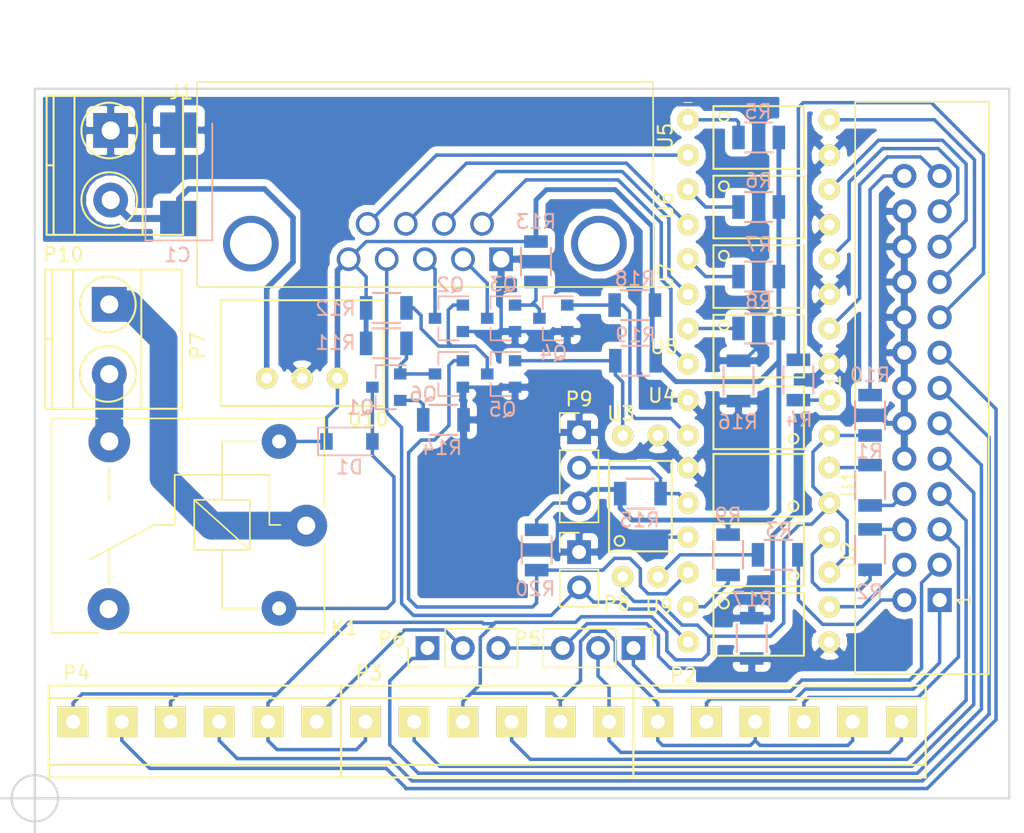
<source format=kicad_pcb>
(kicad_pcb (version 4) (host pcbnew 4.0.2-stable)

  (general
    (links 121)
    (no_connects 2)
    (area -2.5 -57.580001 71.198 2.5)
    (thickness 1.6)
    (drawings 5)
    (tracks 466)
    (zones 0)
    (modules 50)
    (nets 54)
  )

  (page A4)
  (title_block
    (title "SmoothStepper Breakout board")
    (date 2017-02-11)
    (rev b)
    (company "Io Engineering")
    (comment 1 "Terje Io")
    (comment 4 "Licensed under CERN OHL v.1.2 or later")
  )

  (layers
    (0 F.Cu signal)
    (31 B.Cu signal)
    (32 B.Adhes user)
    (33 F.Adhes user)
    (34 B.Paste user)
    (35 F.Paste user)
    (36 B.SilkS user)
    (37 F.SilkS user)
    (38 B.Mask user)
    (39 F.Mask user)
    (40 Dwgs.User user)
    (41 Cmts.User user)
    (42 Eco1.User user)
    (43 Eco2.User user)
    (44 Edge.Cuts user)
    (45 Margin user)
    (46 B.CrtYd user)
    (47 F.CrtYd user)
    (48 B.Fab user)
    (49 F.Fab user)
  )

  (setup
    (last_trace_width 0.25)
    (trace_clearance 0.2)
    (zone_clearance 0.508)
    (zone_45_only no)
    (trace_min 0.2)
    (segment_width 0.2)
    (edge_width 0.15)
    (via_size 0.6)
    (via_drill 0.4)
    (via_min_size 0.4)
    (via_min_drill 0.3)
    (uvia_size 0.3)
    (uvia_drill 0.1)
    (uvias_allowed no)
    (uvia_min_size 0.2)
    (uvia_min_drill 0.1)
    (pcb_text_width 0.3)
    (pcb_text_size 1.5 1.5)
    (mod_edge_width 0.15)
    (mod_text_size 1 1)
    (mod_text_width 0.15)
    (pad_size 4 4)
    (pad_drill 3)
    (pad_to_mask_clearance 0.2)
    (aux_axis_origin 0 0)
    (visible_elements 7FFFFFFF)
    (pcbplotparams
      (layerselection 0x01000_80000000)
      (usegerberextensions false)
      (excludeedgelayer true)
      (linewidth 0.100000)
      (plotframeref false)
      (viasonmask false)
      (mode 1)
      (useauxorigin false)
      (hpglpennumber 1)
      (hpglpenspeed 20)
      (hpglpendiameter 15)
      (hpglpenoverlay 2)
      (psnegative false)
      (psa4output false)
      (plotreference true)
      (plotvalue true)
      (plotinvisibletext false)
      (padsonsilk false)
      (subtractmaskfromsilk false)
      (outputformat 1)
      (mirror false)
      (drillshape 0)
      (scaleselection 1)
      (outputdirectory d:/pcb))
  )

  (net 0 "")
  (net 1 /P1)
  (net 2 /P14)
  (net 3 /P2)
  (net 4 /P15)
  (net 5 /P3)
  (net 6 /P16)
  (net 7 /P4)
  (net 8 /P17)
  (net 9 /P5)
  (net 10 GNDA)
  (net 11 /P6)
  (net 12 /P7)
  (net 13 /P8)
  (net 14 /P9)
  (net 15 /P10)
  (net 16 /P11)
  (net 17 /P12)
  (net 18 /P13)
  (net 19 +5VA)
  (net 20 "Net-(R1-Pad1)")
  (net 21 "Net-(R2-Pad1)")
  (net 22 "Net-(R3-Pad1)")
  (net 23 "Net-(R4-Pad1)")
  (net 24 +12V)
  (net 25 "Net-(R5-Pad2)")
  (net 26 "Net-(R6-Pad2)")
  (net 27 "Net-(R7-Pad2)")
  (net 28 "Net-(R8-Pad2)")
  (net 29 "Net-(R9-Pad2)")
  (net 30 GND)
  (net 31 /Coolant)
  (net 32 /Mist)
  (net 33 /XHome)
  (net 34 /YHome)
  (net 35 /ZHome)
  (net 36 /Probe)
  (net 37 /EStop)
  (net 38 "Net-(P2-Pad6)")
  (net 39 "Net-(P4-Pad6)")
  (net 40 "Net-(P2-Pad1)")
  (net 41 "Net-(K1-Pad3)")
  (net 42 "Net-(K1-Pad4)")
  (net 43 "Net-(K1-Pad1)")
  (net 44 "Net-(Q1-Pad1)")
  (net 45 "Net-(Q2-Pad1)")
  (net 46 "Net-(Q3-Pad1)")
  (net 47 "Net-(D1-Pad2)")
  (net 48 "Net-(Q1-Pad2)")
  (net 49 "Net-(P9-Pad2)")
  (net 50 "Net-(C1-Pad1)")
  (net 51 "Net-(Q4-Pad1)")
  (net 52 "Net-(Q5-Pad1)")
  (net 53 "Net-(Q6-Pad1)")

  (net_class Default "This is the default net class."
    (clearance 0.2)
    (trace_width 0.25)
    (via_dia 0.6)
    (via_drill 0.4)
    (uvia_dia 0.3)
    (uvia_drill 0.1)
    (add_net +12V)
    (add_net +5VA)
    (add_net /Coolant)
    (add_net /EStop)
    (add_net /Mist)
    (add_net /P1)
    (add_net /P10)
    (add_net /P11)
    (add_net /P12)
    (add_net /P13)
    (add_net /P14)
    (add_net /P15)
    (add_net /P16)
    (add_net /P17)
    (add_net /P2)
    (add_net /P3)
    (add_net /P4)
    (add_net /P5)
    (add_net /P6)
    (add_net /P7)
    (add_net /P8)
    (add_net /P9)
    (add_net /Probe)
    (add_net /XHome)
    (add_net /YHome)
    (add_net /ZHome)
    (add_net GND)
    (add_net GNDA)
    (add_net "Net-(C1-Pad1)")
    (add_net "Net-(D1-Pad2)")
    (add_net "Net-(K1-Pad1)")
    (add_net "Net-(K1-Pad3)")
    (add_net "Net-(K1-Pad4)")
    (add_net "Net-(P2-Pad1)")
    (add_net "Net-(P2-Pad6)")
    (add_net "Net-(P4-Pad6)")
    (add_net "Net-(P9-Pad2)")
    (add_net "Net-(Q1-Pad1)")
    (add_net "Net-(Q1-Pad2)")
    (add_net "Net-(Q2-Pad1)")
    (add_net "Net-(Q3-Pad1)")
    (add_net "Net-(Q4-Pad1)")
    (add_net "Net-(Q5-Pad1)")
    (add_net "Net-(Q6-Pad1)")
    (add_net "Net-(R1-Pad1)")
    (add_net "Net-(R2-Pad1)")
    (add_net "Net-(R3-Pad1)")
    (add_net "Net-(R4-Pad1)")
    (add_net "Net-(R5-Pad2)")
    (add_net "Net-(R6-Pad2)")
    (add_net "Net-(R7-Pad2)")
    (add_net "Net-(R8-Pad2)")
    (add_net "Net-(R9-Pad2)")
  )

  (module Resistors_SMD:R_1206 (layer B.Cu) (tedit 58307BE8) (tstamp 5883BF32)
    (at 60 -22.5 270)
    (descr "Resistor SMD 1206, reflow soldering, Vishay (see dcrcw.pdf)")
    (tags "resistor 1206")
    (path /58836433)
    (attr smd)
    (fp_text reference R1 (at -2.45 0.05 360) (layer B.SilkS)
      (effects (font (size 1 1) (thickness 0.15)) (justify mirror))
    )
    (fp_text value 330 (at 0 -0.15 270) (layer B.Fab)
      (effects (font (size 1 1) (thickness 0.15)) (justify mirror))
    )
    (fp_line (start -1.6 -0.8) (end -1.6 0.8) (layer B.Fab) (width 0.1))
    (fp_line (start 1.6 -0.8) (end -1.6 -0.8) (layer B.Fab) (width 0.1))
    (fp_line (start 1.6 0.8) (end 1.6 -0.8) (layer B.Fab) (width 0.1))
    (fp_line (start -1.6 0.8) (end 1.6 0.8) (layer B.Fab) (width 0.1))
    (fp_line (start -2.2 1.2) (end 2.2 1.2) (layer B.CrtYd) (width 0.05))
    (fp_line (start -2.2 -1.2) (end 2.2 -1.2) (layer B.CrtYd) (width 0.05))
    (fp_line (start -2.2 1.2) (end -2.2 -1.2) (layer B.CrtYd) (width 0.05))
    (fp_line (start 2.2 1.2) (end 2.2 -1.2) (layer B.CrtYd) (width 0.05))
    (fp_line (start 1 -1.075) (end -1 -1.075) (layer B.SilkS) (width 0.15))
    (fp_line (start -1 1.075) (end 1 1.075) (layer B.SilkS) (width 0.15))
    (pad 1 smd rect (at -1.45 0 270) (size 0.9 1.7) (layers B.Cu B.Paste B.Mask)
      (net 20 "Net-(R1-Pad1)"))
    (pad 2 smd rect (at 1.45 0 270) (size 0.9 1.7) (layers B.Cu B.Paste B.Mask)
      (net 8 /P17))
    (model Resistors_SMD.3dshapes/R_1206.wrl
      (at (xyz 0 0 0))
      (scale (xyz 1 1 1))
      (rotate (xyz 0 0 0))
    )
  )

  (module Resistors_SMD:R_1206 (layer B.Cu) (tedit 58307BE8) (tstamp 5883BF38)
    (at 60 -17.88 90)
    (descr "Resistor SMD 1206, reflow soldering, Vishay (see dcrcw.pdf)")
    (tags "resistor 1206")
    (path /588364E3)
    (attr smd)
    (fp_text reference R2 (at -3.05 -0.05 180) (layer B.SilkS)
      (effects (font (size 1 1) (thickness 0.15)) (justify mirror))
    )
    (fp_text value 330 (at 0 0.1 90) (layer B.Fab)
      (effects (font (size 1 1) (thickness 0.15)) (justify mirror))
    )
    (fp_line (start -1.6 -0.8) (end -1.6 0.8) (layer B.Fab) (width 0.1))
    (fp_line (start 1.6 -0.8) (end -1.6 -0.8) (layer B.Fab) (width 0.1))
    (fp_line (start 1.6 0.8) (end 1.6 -0.8) (layer B.Fab) (width 0.1))
    (fp_line (start -1.6 0.8) (end 1.6 0.8) (layer B.Fab) (width 0.1))
    (fp_line (start -2.2 1.2) (end 2.2 1.2) (layer B.CrtYd) (width 0.05))
    (fp_line (start -2.2 -1.2) (end 2.2 -1.2) (layer B.CrtYd) (width 0.05))
    (fp_line (start -2.2 1.2) (end -2.2 -1.2) (layer B.CrtYd) (width 0.05))
    (fp_line (start 2.2 1.2) (end 2.2 -1.2) (layer B.CrtYd) (width 0.05))
    (fp_line (start 1 -1.075) (end -1 -1.075) (layer B.SilkS) (width 0.15))
    (fp_line (start -1 1.075) (end 1 1.075) (layer B.SilkS) (width 0.15))
    (pad 1 smd rect (at -1.45 0 90) (size 0.9 1.7) (layers B.Cu B.Paste B.Mask)
      (net 21 "Net-(R2-Pad1)"))
    (pad 2 smd rect (at 1.45 0 90) (size 0.9 1.7) (layers B.Cu B.Paste B.Mask)
      (net 6 /P16))
    (model Resistors_SMD.3dshapes/R_1206.wrl
      (at (xyz 0 0 0))
      (scale (xyz 1 1 1))
      (rotate (xyz 0 0 0))
    )
  )

  (module Resistors_SMD:R_1206 (layer B.Cu) (tedit 58307BE8) (tstamp 5883BF3E)
    (at 53.4 -17.5)
    (descr "Resistor SMD 1206, reflow soldering, Vishay (see dcrcw.pdf)")
    (tags "resistor 1206")
    (path /58836542)
    (attr smd)
    (fp_text reference R3 (at 0.05 -1.8) (layer B.SilkS)
      (effects (font (size 1 1) (thickness 0.15)) (justify mirror))
    )
    (fp_text value 330 (at -0.15 0.1) (layer B.Fab)
      (effects (font (size 1 1) (thickness 0.15)) (justify mirror))
    )
    (fp_line (start -1.6 -0.8) (end -1.6 0.8) (layer B.Fab) (width 0.1))
    (fp_line (start 1.6 -0.8) (end -1.6 -0.8) (layer B.Fab) (width 0.1))
    (fp_line (start 1.6 0.8) (end 1.6 -0.8) (layer B.Fab) (width 0.1))
    (fp_line (start -1.6 0.8) (end 1.6 0.8) (layer B.Fab) (width 0.1))
    (fp_line (start -2.2 1.2) (end 2.2 1.2) (layer B.CrtYd) (width 0.05))
    (fp_line (start -2.2 -1.2) (end 2.2 -1.2) (layer B.CrtYd) (width 0.05))
    (fp_line (start -2.2 1.2) (end -2.2 -1.2) (layer B.CrtYd) (width 0.05))
    (fp_line (start 2.2 1.2) (end 2.2 -1.2) (layer B.CrtYd) (width 0.05))
    (fp_line (start 1 -1.075) (end -1 -1.075) (layer B.SilkS) (width 0.15))
    (fp_line (start -1 1.075) (end 1 1.075) (layer B.SilkS) (width 0.15))
    (pad 1 smd rect (at -1.45 0) (size 0.9 1.7) (layers B.Cu B.Paste B.Mask)
      (net 22 "Net-(R3-Pad1)"))
    (pad 2 smd rect (at 1.45 0) (size 0.9 1.7) (layers B.Cu B.Paste B.Mask)
      (net 2 /P14))
    (model Resistors_SMD.3dshapes/R_1206.wrl
      (at (xyz 0 0 0))
      (scale (xyz 1 1 1))
      (rotate (xyz 0 0 0))
    )
  )

  (module Resistors_SMD:R_1206 (layer B.Cu) (tedit 58307BE8) (tstamp 5883BF44)
    (at 54.85 -30.07 90)
    (descr "Resistor SMD 1206, reflow soldering, Vishay (see dcrcw.pdf)")
    (tags "resistor 1206")
    (path /588365AC)
    (attr smd)
    (fp_text reference R4 (at -2.85 0.05 180) (layer B.SilkS)
      (effects (font (size 1 1) (thickness 0.15)) (justify mirror))
    )
    (fp_text value 330 (at 0 -0.05 90) (layer B.Fab)
      (effects (font (size 1 1) (thickness 0.15)) (justify mirror))
    )
    (fp_line (start -1.6 -0.8) (end -1.6 0.8) (layer B.Fab) (width 0.1))
    (fp_line (start 1.6 -0.8) (end -1.6 -0.8) (layer B.Fab) (width 0.1))
    (fp_line (start 1.6 0.8) (end 1.6 -0.8) (layer B.Fab) (width 0.1))
    (fp_line (start -1.6 0.8) (end 1.6 0.8) (layer B.Fab) (width 0.1))
    (fp_line (start -2.2 1.2) (end 2.2 1.2) (layer B.CrtYd) (width 0.05))
    (fp_line (start -2.2 -1.2) (end 2.2 -1.2) (layer B.CrtYd) (width 0.05))
    (fp_line (start -2.2 1.2) (end -2.2 -1.2) (layer B.CrtYd) (width 0.05))
    (fp_line (start 2.2 1.2) (end 2.2 -1.2) (layer B.CrtYd) (width 0.05))
    (fp_line (start 1 -1.075) (end -1 -1.075) (layer B.SilkS) (width 0.15))
    (fp_line (start -1 1.075) (end 1 1.075) (layer B.SilkS) (width 0.15))
    (pad 1 smd rect (at -1.45 0 90) (size 0.9 1.7) (layers B.Cu B.Paste B.Mask)
      (net 23 "Net-(R4-Pad1)"))
    (pad 2 smd rect (at 1.45 0 90) (size 0.9 1.7) (layers B.Cu B.Paste B.Mask)
      (net 14 /P9))
    (model Resistors_SMD.3dshapes/R_1206.wrl
      (at (xyz 0 0 0))
      (scale (xyz 1 1 1))
      (rotate (xyz 0 0 0))
    )
  )

  (module Resistors_SMD:R_1206 (layer B.Cu) (tedit 58307BE8) (tstamp 5883BF4A)
    (at 52 -47.5 180)
    (descr "Resistor SMD 1206, reflow soldering, Vishay (see dcrcw.pdf)")
    (tags "resistor 1206")
    (path /58833A2E)
    (attr smd)
    (fp_text reference R5 (at 0.05 1.85 180) (layer B.SilkS)
      (effects (font (size 1 1) (thickness 0.15)) (justify mirror))
    )
    (fp_text value 820 (at 0 0 180) (layer B.Fab)
      (effects (font (size 1 1) (thickness 0.15)) (justify mirror))
    )
    (fp_line (start -1.6 -0.8) (end -1.6 0.8) (layer B.Fab) (width 0.1))
    (fp_line (start 1.6 -0.8) (end -1.6 -0.8) (layer B.Fab) (width 0.1))
    (fp_line (start 1.6 0.8) (end 1.6 -0.8) (layer B.Fab) (width 0.1))
    (fp_line (start -1.6 0.8) (end 1.6 0.8) (layer B.Fab) (width 0.1))
    (fp_line (start -2.2 1.2) (end 2.2 1.2) (layer B.CrtYd) (width 0.05))
    (fp_line (start -2.2 -1.2) (end 2.2 -1.2) (layer B.CrtYd) (width 0.05))
    (fp_line (start -2.2 1.2) (end -2.2 -1.2) (layer B.CrtYd) (width 0.05))
    (fp_line (start 2.2 1.2) (end 2.2 -1.2) (layer B.CrtYd) (width 0.05))
    (fp_line (start 1 -1.075) (end -1 -1.075) (layer B.SilkS) (width 0.15))
    (fp_line (start -1 1.075) (end 1 1.075) (layer B.SilkS) (width 0.15))
    (pad 1 smd rect (at -1.45 0 180) (size 0.9 1.7) (layers B.Cu B.Paste B.Mask)
      (net 24 +12V))
    (pad 2 smd rect (at 1.45 0 180) (size 0.9 1.7) (layers B.Cu B.Paste B.Mask)
      (net 25 "Net-(R5-Pad2)"))
    (model Resistors_SMD.3dshapes/R_1206.wrl
      (at (xyz 0 0 0))
      (scale (xyz 1 1 1))
      (rotate (xyz 0 0 0))
    )
  )

  (module Resistors_SMD:R_1206 (layer B.Cu) (tedit 58307BE8) (tstamp 5883BF50)
    (at 52 -42.5 180)
    (descr "Resistor SMD 1206, reflow soldering, Vishay (see dcrcw.pdf)")
    (tags "resistor 1206")
    (path /58833B9D)
    (attr smd)
    (fp_text reference R6 (at 0 1.9 180) (layer B.SilkS)
      (effects (font (size 1 1) (thickness 0.15)) (justify mirror))
    )
    (fp_text value 820 (at 0 -2.3 180) (layer B.Fab)
      (effects (font (size 1 1) (thickness 0.15)) (justify mirror))
    )
    (fp_line (start -1.6 -0.8) (end -1.6 0.8) (layer B.Fab) (width 0.1))
    (fp_line (start 1.6 -0.8) (end -1.6 -0.8) (layer B.Fab) (width 0.1))
    (fp_line (start 1.6 0.8) (end 1.6 -0.8) (layer B.Fab) (width 0.1))
    (fp_line (start -1.6 0.8) (end 1.6 0.8) (layer B.Fab) (width 0.1))
    (fp_line (start -2.2 1.2) (end 2.2 1.2) (layer B.CrtYd) (width 0.05))
    (fp_line (start -2.2 -1.2) (end 2.2 -1.2) (layer B.CrtYd) (width 0.05))
    (fp_line (start -2.2 1.2) (end -2.2 -1.2) (layer B.CrtYd) (width 0.05))
    (fp_line (start 2.2 1.2) (end 2.2 -1.2) (layer B.CrtYd) (width 0.05))
    (fp_line (start 1 -1.075) (end -1 -1.075) (layer B.SilkS) (width 0.15))
    (fp_line (start -1 1.075) (end 1 1.075) (layer B.SilkS) (width 0.15))
    (pad 1 smd rect (at -1.45 0 180) (size 0.9 1.7) (layers B.Cu B.Paste B.Mask)
      (net 24 +12V))
    (pad 2 smd rect (at 1.45 0 180) (size 0.9 1.7) (layers B.Cu B.Paste B.Mask)
      (net 26 "Net-(R6-Pad2)"))
    (model Resistors_SMD.3dshapes/R_1206.wrl
      (at (xyz 0 0 0))
      (scale (xyz 1 1 1))
      (rotate (xyz 0 0 0))
    )
  )

  (module Resistors_SMD:R_1206 (layer B.Cu) (tedit 58307BE8) (tstamp 5883BF56)
    (at 52 -37.5 180)
    (descr "Resistor SMD 1206, reflow soldering, Vishay (see dcrcw.pdf)")
    (tags "resistor 1206")
    (path /58833CF5)
    (attr smd)
    (fp_text reference R7 (at 0 2.3 180) (layer B.SilkS)
      (effects (font (size 1 1) (thickness 0.15)) (justify mirror))
    )
    (fp_text value 820 (at 0.05 -0.05 180) (layer B.Fab)
      (effects (font (size 1 1) (thickness 0.15)) (justify mirror))
    )
    (fp_line (start -1.6 -0.8) (end -1.6 0.8) (layer B.Fab) (width 0.1))
    (fp_line (start 1.6 -0.8) (end -1.6 -0.8) (layer B.Fab) (width 0.1))
    (fp_line (start 1.6 0.8) (end 1.6 -0.8) (layer B.Fab) (width 0.1))
    (fp_line (start -1.6 0.8) (end 1.6 0.8) (layer B.Fab) (width 0.1))
    (fp_line (start -2.2 1.2) (end 2.2 1.2) (layer B.CrtYd) (width 0.05))
    (fp_line (start -2.2 -1.2) (end 2.2 -1.2) (layer B.CrtYd) (width 0.05))
    (fp_line (start -2.2 1.2) (end -2.2 -1.2) (layer B.CrtYd) (width 0.05))
    (fp_line (start 2.2 1.2) (end 2.2 -1.2) (layer B.CrtYd) (width 0.05))
    (fp_line (start 1 -1.075) (end -1 -1.075) (layer B.SilkS) (width 0.15))
    (fp_line (start -1 1.075) (end 1 1.075) (layer B.SilkS) (width 0.15))
    (pad 1 smd rect (at -1.45 0 180) (size 0.9 1.7) (layers B.Cu B.Paste B.Mask)
      (net 24 +12V))
    (pad 2 smd rect (at 1.45 0 180) (size 0.9 1.7) (layers B.Cu B.Paste B.Mask)
      (net 27 "Net-(R7-Pad2)"))
    (model Resistors_SMD.3dshapes/R_1206.wrl
      (at (xyz 0 0 0))
      (scale (xyz 1 1 1))
      (rotate (xyz 0 0 0))
    )
  )

  (module Resistors_SMD:R_1206 (layer B.Cu) (tedit 58307BE8) (tstamp 5883BF5C)
    (at 52 -33.77 180)
    (descr "Resistor SMD 1206, reflow soldering, Vishay (see dcrcw.pdf)")
    (tags "resistor 1206")
    (path /58833EA0)
    (attr smd)
    (fp_text reference R8 (at 0 1.95 180) (layer B.SilkS)
      (effects (font (size 1 1) (thickness 0.15)) (justify mirror))
    )
    (fp_text value 820 (at 0.1 -0.05 180) (layer B.Fab)
      (effects (font (size 1 1) (thickness 0.15)) (justify mirror))
    )
    (fp_line (start -1.6 -0.8) (end -1.6 0.8) (layer B.Fab) (width 0.1))
    (fp_line (start 1.6 -0.8) (end -1.6 -0.8) (layer B.Fab) (width 0.1))
    (fp_line (start 1.6 0.8) (end 1.6 -0.8) (layer B.Fab) (width 0.1))
    (fp_line (start -1.6 0.8) (end 1.6 0.8) (layer B.Fab) (width 0.1))
    (fp_line (start -2.2 1.2) (end 2.2 1.2) (layer B.CrtYd) (width 0.05))
    (fp_line (start -2.2 -1.2) (end 2.2 -1.2) (layer B.CrtYd) (width 0.05))
    (fp_line (start -2.2 1.2) (end -2.2 -1.2) (layer B.CrtYd) (width 0.05))
    (fp_line (start 2.2 1.2) (end 2.2 -1.2) (layer B.CrtYd) (width 0.05))
    (fp_line (start 1 -1.075) (end -1 -1.075) (layer B.SilkS) (width 0.15))
    (fp_line (start -1 1.075) (end 1 1.075) (layer B.SilkS) (width 0.15))
    (pad 1 smd rect (at -1.45 0 180) (size 0.9 1.7) (layers B.Cu B.Paste B.Mask)
      (net 24 +12V))
    (pad 2 smd rect (at 1.45 0 180) (size 0.9 1.7) (layers B.Cu B.Paste B.Mask)
      (net 28 "Net-(R8-Pad2)"))
    (model Resistors_SMD.3dshapes/R_1206.wrl
      (at (xyz 0 0 0))
      (scale (xyz 1 1 1))
      (rotate (xyz 0 0 0))
    )
  )

  (module Resistors_SMD:R_1206 (layer B.Cu) (tedit 58307BE8) (tstamp 5883BF62)
    (at 49.8 -17.5 270)
    (descr "Resistor SMD 1206, reflow soldering, Vishay (see dcrcw.pdf)")
    (tags "resistor 1206")
    (path /58833EF4)
    (attr smd)
    (fp_text reference R9 (at -2.85 0 360) (layer B.SilkS)
      (effects (font (size 1 1) (thickness 0.15)) (justify mirror))
    )
    (fp_text value 820 (at 0 -0.1 270) (layer B.Fab)
      (effects (font (size 1 1) (thickness 0.15)) (justify mirror))
    )
    (fp_line (start -1.6 -0.8) (end -1.6 0.8) (layer B.Fab) (width 0.1))
    (fp_line (start 1.6 -0.8) (end -1.6 -0.8) (layer B.Fab) (width 0.1))
    (fp_line (start 1.6 0.8) (end 1.6 -0.8) (layer B.Fab) (width 0.1))
    (fp_line (start -1.6 0.8) (end 1.6 0.8) (layer B.Fab) (width 0.1))
    (fp_line (start -2.2 1.2) (end 2.2 1.2) (layer B.CrtYd) (width 0.05))
    (fp_line (start -2.2 -1.2) (end 2.2 -1.2) (layer B.CrtYd) (width 0.05))
    (fp_line (start -2.2 1.2) (end -2.2 -1.2) (layer B.CrtYd) (width 0.05))
    (fp_line (start 2.2 1.2) (end 2.2 -1.2) (layer B.CrtYd) (width 0.05))
    (fp_line (start 1 -1.075) (end -1 -1.075) (layer B.SilkS) (width 0.15))
    (fp_line (start -1 1.075) (end 1 1.075) (layer B.SilkS) (width 0.15))
    (pad 1 smd rect (at -1.45 0 270) (size 0.9 1.7) (layers B.Cu B.Paste B.Mask)
      (net 24 +12V))
    (pad 2 smd rect (at 1.45 0 270) (size 0.9 1.7) (layers B.Cu B.Paste B.Mask)
      (net 29 "Net-(R9-Pad2)"))
    (model Resistors_SMD.3dshapes/R_1206.wrl
      (at (xyz 0 0 0))
      (scale (xyz 1 1 1))
      (rotate (xyz 0 0 0))
    )
  )

  (module Pin_Headers:Pin_Header_Straight_1x03_Pitch2.54mm (layer F.Cu) (tedit 5862ED52) (tstamp 588456E5)
    (at 43 -10.8 270)
    (descr "Through hole straight pin header, 1x03, 2.54mm pitch, single row")
    (tags "Through hole pin header THT 1x03 2.54mm single row")
    (path /58844F4A)
    (fp_text reference P5 (at -0.65 7.59 360) (layer F.SilkS)
      (effects (font (size 1 1) (thickness 0.15)))
    )
    (fp_text value XY-Enable (at -2.25 2.44 360) (layer F.Fab)
      (effects (font (size 1 1) (thickness 0.15)))
    )
    (fp_line (start -1.27 -1.27) (end -1.27 6.35) (layer F.Fab) (width 0.1))
    (fp_line (start -1.27 6.35) (end 1.27 6.35) (layer F.Fab) (width 0.1))
    (fp_line (start 1.27 6.35) (end 1.27 -1.27) (layer F.Fab) (width 0.1))
    (fp_line (start 1.27 -1.27) (end -1.27 -1.27) (layer F.Fab) (width 0.1))
    (fp_line (start -1.39 1.27) (end -1.39 6.47) (layer F.SilkS) (width 0.12))
    (fp_line (start -1.39 6.47) (end 1.39 6.47) (layer F.SilkS) (width 0.12))
    (fp_line (start 1.39 6.47) (end 1.39 1.27) (layer F.SilkS) (width 0.12))
    (fp_line (start 1.39 1.27) (end -1.39 1.27) (layer F.SilkS) (width 0.12))
    (fp_line (start -1.39 0) (end -1.39 -1.39) (layer F.SilkS) (width 0.12))
    (fp_line (start -1.39 -1.39) (end 0 -1.39) (layer F.SilkS) (width 0.12))
    (fp_line (start -1.6 -1.6) (end -1.6 6.6) (layer F.CrtYd) (width 0.05))
    (fp_line (start -1.6 6.6) (end 1.6 6.6) (layer F.CrtYd) (width 0.05))
    (fp_line (start 1.6 6.6) (end 1.6 -1.6) (layer F.CrtYd) (width 0.05))
    (fp_line (start 1.6 -1.6) (end -1.6 -1.6) (layer F.CrtYd) (width 0.05))
    (pad 1 thru_hole rect (at 0 0 270) (size 1.7 1.7) (drill 1) (layers *.Cu *.Mask)
      (net 3 /P2))
    (pad 2 thru_hole oval (at 0 2.54 270) (size 1.7 1.7) (drill 1) (layers *.Cu *.Mask)
      (net 38 "Net-(P2-Pad6)"))
    (pad 3 thru_hole oval (at 0 5.08 270) (size 1.7 1.7) (drill 1) (layers *.Cu *.Mask)
      (net 10 GNDA))
    (model Pin_Headers.3dshapes/Pin_Header_Straight_1x03_Pitch2.54mm.wrl
      (at (xyz 0 -0.1 0))
      (scale (xyz 1 1 1))
      (rotate (xyz 0 0 90))
    )
  )

  (module Pin_Headers:Pin_Header_Straight_1x03_Pitch2.54mm (layer F.Cu) (tedit 5862ED52) (tstamp 588456FA)
    (at 28.21 -10.8 90)
    (descr "Through hole straight pin header, 1x03, 2.54mm pitch, single row")
    (tags "Through hole pin header THT 1x03 2.54mm single row")
    (path /58845005)
    (fp_text reference P6 (at 0.65 -2.56 180) (layer F.SilkS)
      (effects (font (size 1 1) (thickness 0.15)))
    )
    (fp_text value Z-Enable (at 2.25 2.64 180) (layer F.Fab)
      (effects (font (size 1 1) (thickness 0.15)))
    )
    (fp_line (start -1.27 -1.27) (end -1.27 6.35) (layer F.Fab) (width 0.1))
    (fp_line (start -1.27 6.35) (end 1.27 6.35) (layer F.Fab) (width 0.1))
    (fp_line (start 1.27 6.35) (end 1.27 -1.27) (layer F.Fab) (width 0.1))
    (fp_line (start 1.27 -1.27) (end -1.27 -1.27) (layer F.Fab) (width 0.1))
    (fp_line (start -1.39 1.27) (end -1.39 6.47) (layer F.SilkS) (width 0.12))
    (fp_line (start -1.39 6.47) (end 1.39 6.47) (layer F.SilkS) (width 0.12))
    (fp_line (start 1.39 6.47) (end 1.39 1.27) (layer F.SilkS) (width 0.12))
    (fp_line (start 1.39 1.27) (end -1.39 1.27) (layer F.SilkS) (width 0.12))
    (fp_line (start -1.39 0) (end -1.39 -1.39) (layer F.SilkS) (width 0.12))
    (fp_line (start -1.39 -1.39) (end 0 -1.39) (layer F.SilkS) (width 0.12))
    (fp_line (start -1.6 -1.6) (end -1.6 6.6) (layer F.CrtYd) (width 0.05))
    (fp_line (start -1.6 6.6) (end 1.6 6.6) (layer F.CrtYd) (width 0.05))
    (fp_line (start 1.6 6.6) (end 1.6 -1.6) (layer F.CrtYd) (width 0.05))
    (fp_line (start 1.6 -1.6) (end -1.6 -1.6) (layer F.CrtYd) (width 0.05))
    (pad 1 thru_hole rect (at 0 0 90) (size 1.7 1.7) (drill 1) (layers *.Cu *.Mask)
      (net 11 /P6))
    (pad 2 thru_hole oval (at 0 2.54 90) (size 1.7 1.7) (drill 1) (layers *.Cu *.Mask)
      (net 39 "Net-(P4-Pad6)"))
    (pad 3 thru_hole oval (at 0 5.08 90) (size 1.7 1.7) (drill 1) (layers *.Cu *.Mask)
      (net 10 GNDA))
    (model Pin_Headers.3dshapes/Pin_Header_Straight_1x03_Pitch2.54mm.wrl
      (at (xyz 0 -0.1 0))
      (scale (xyz 1 1 1))
      (rotate (xyz 0 0 90))
    )
  )

  (module Resistors_SMD:R_1206 (layer B.Cu) (tedit 58307BE8) (tstamp 5884629D)
    (at 60 -27.53 270)
    (descr "Resistor SMD 1206, reflow soldering, Vishay (see dcrcw.pdf)")
    (tags "resistor 1206")
    (path /5884AF1C)
    (attr smd)
    (fp_text reference R10 (at -2.9 0 360) (layer B.SilkS)
      (effects (font (size 1 1) (thickness 0.15)) (justify mirror))
    )
    (fp_text value 0R (at 0.05 -0.15 270) (layer B.Fab)
      (effects (font (size 1 1) (thickness 0.15)) (justify mirror))
    )
    (fp_line (start -1.6 -0.8) (end -1.6 0.8) (layer B.Fab) (width 0.1))
    (fp_line (start 1.6 -0.8) (end -1.6 -0.8) (layer B.Fab) (width 0.1))
    (fp_line (start 1.6 0.8) (end 1.6 -0.8) (layer B.Fab) (width 0.1))
    (fp_line (start -1.6 0.8) (end 1.6 0.8) (layer B.Fab) (width 0.1))
    (fp_line (start -2.2 1.2) (end 2.2 1.2) (layer B.CrtYd) (width 0.05))
    (fp_line (start -2.2 -1.2) (end 2.2 -1.2) (layer B.CrtYd) (width 0.05))
    (fp_line (start -2.2 1.2) (end -2.2 -1.2) (layer B.CrtYd) (width 0.05))
    (fp_line (start 2.2 1.2) (end 2.2 -1.2) (layer B.CrtYd) (width 0.05))
    (fp_line (start 1 -1.075) (end -1 -1.075) (layer B.SilkS) (width 0.15))
    (fp_line (start -1 1.075) (end 1 1.075) (layer B.SilkS) (width 0.15))
    (pad 1 smd rect (at -1.45 0 270) (size 0.9 1.7) (layers B.Cu B.Paste B.Mask)
      (net 19 +5VA))
    (pad 2 smd rect (at 1.45 0 270) (size 0.9 1.7) (layers B.Cu B.Paste B.Mask)
      (net 40 "Net-(P2-Pad1)"))
    (model Resistors_SMD.3dshapes/R_1206.wrl
      (at (xyz 0 0 0))
      (scale (xyz 1 1 1))
      (rotate (xyz 0 0 0))
    )
  )

  (module Relays_ThroughHole:Relay_SANYOU_SRD_Series_Form_C (layer F.Cu) (tedit 584F0522) (tstamp 58846E17)
    (at 19.5 -19.6 180)
    (descr "relay Sanyou SRD series Form C")
    (path /58845E6B)
    (fp_text reference K1 (at -2.75 -7.35 180) (layer F.SilkS)
      (effects (font (size 1 1) (thickness 0.15)))
    )
    (fp_text value RELAY-SPDT (at 8 -9.6 180) (layer F.Fab)
      (effects (font (size 1 1) (thickness 0.15)))
    )
    (fp_line (start 18.55 -7.95) (end -1.55 -7.95) (layer F.CrtYd) (width 0.05))
    (fp_line (start -1.55 7.95) (end -1.55 -7.95) (layer F.CrtYd) (width 0.05))
    (fp_line (start 18.55 -7.95) (end 18.55 7.95) (layer F.CrtYd) (width 0.05))
    (fp_line (start -1.55 7.95) (end 18.55 7.95) (layer F.CrtYd) (width 0.05))
    (fp_line (start 15 7.7) (end 18.3 7.7) (layer F.SilkS) (width 0.12))
    (fp_line (start 18.3 7.7) (end 18.3 -7.7) (layer F.SilkS) (width 0.12))
    (fp_line (start 18.3 -7.7) (end 14.95 -7.7) (layer F.SilkS) (width 0.12))
    (fp_line (start -1.3 1.35) (end -1.3 7.7) (layer F.SilkS) (width 0.12))
    (fp_line (start -1.3 7.7) (end 13.25 7.7) (layer F.SilkS) (width 0.12))
    (fp_line (start -1.3 -1.4) (end -1.3 -7.7) (layer F.SilkS) (width 0.12))
    (fp_line (start -1.3 -7.7) (end 13.45 -7.7) (layer F.SilkS) (width 0.12))
    (fp_line (start -1.3 -7.65) (end -1.3 -1.4) (layer F.SilkS) (width 0.12))
    (fp_line (start 14.15 4.2) (end 14.15 1.75) (layer F.SilkS) (width 0.12))
    (fp_line (start 14.15 -4.2) (end 14.15 -1.7) (layer F.SilkS) (width 0.12))
    (fp_line (start 3.55 6.05) (end 6.05 6.05) (layer F.SilkS) (width 0.12))
    (fp_line (start 2.65 0.05) (end 1.85 0.05) (layer F.SilkS) (width 0.12))
    (fp_line (start 6.05 -5.95) (end 3.55 -5.95) (layer F.SilkS) (width 0.12))
    (fp_line (start 9.45 0.05) (end 10.95 0.05) (layer F.SilkS) (width 0.12))
    (fp_line (start 10.95 0.05) (end 15.55 -2.45) (layer F.SilkS) (width 0.12))
    (fp_line (start 9.45 3.65) (end 2.65 3.65) (layer F.SilkS) (width 0.12))
    (fp_line (start 9.45 0.05) (end 9.45 3.65) (layer F.SilkS) (width 0.12))
    (fp_line (start 2.65 0.05) (end 2.65 3.65) (layer F.SilkS) (width 0.12))
    (fp_line (start 6.05 -5.95) (end 6.05 -1.75) (layer F.SilkS) (width 0.12))
    (fp_line (start 6.05 1.85) (end 6.05 6.05) (layer F.SilkS) (width 0.12))
    (fp_line (start 8.05 1.85) (end 4.05 -1.75) (layer F.SilkS) (width 0.12))
    (fp_line (start 4.05 1.85) (end 4.05 -1.75) (layer F.SilkS) (width 0.12))
    (fp_line (start 4.05 -1.75) (end 8.05 -1.75) (layer F.SilkS) (width 0.12))
    (fp_line (start 8.05 -1.75) (end 8.05 1.85) (layer F.SilkS) (width 0.12))
    (fp_line (start 8.05 1.85) (end 4.05 1.85) (layer F.SilkS) (width 0.12))
    (pad 2 thru_hole circle (at 1.95 6.05 270) (size 2.5 2.5) (drill 1) (layers *.Cu *.Mask)
      (net 24 +12V))
    (pad 3 thru_hole circle (at 14.15 6.05 270) (size 3 3) (drill 1.3) (layers *.Cu *.Mask)
      (net 41 "Net-(K1-Pad3)"))
    (pad 4 thru_hole circle (at 14.2 -6 270) (size 3 3) (drill 1.3) (layers *.Cu *.Mask)
      (net 42 "Net-(K1-Pad4)"))
    (pad 5 thru_hole circle (at 1.95 -5.95 270) (size 2.5 2.5) (drill 1) (layers *.Cu *.Mask)
      (net 47 "Net-(D1-Pad2)"))
    (pad 1 thru_hole circle (at 0 0 270) (size 3 3) (drill 1.3) (layers *.Cu *.Mask)
      (net 43 "Net-(K1-Pad1)"))
    (model Relays_ThroughHole.3dshapes/Relay_SANYOU_SRD_Series_Form_C.wrl
      (at (xyz 0 0 0))
      (scale (xyz 1 1 1))
      (rotate (xyz 0 0 0))
    )
  )

  (module Terminal_Blocks:TerminalBlock_Pheonix_MKDS1.5-2pol (layer F.Cu) (tedit 563007E4) (tstamp 588479CF)
    (at 5.35 -35.5 270)
    (descr "2-way 5mm pitch terminal block, Phoenix MKDS series")
    (path /588460A4)
    (fp_text reference P7 (at 2.95 -6.35 450) (layer F.SilkS)
      (effects (font (size 1 1) (thickness 0.15)))
    )
    (fp_text value Spindle (at 2.5 -6.6 270) (layer F.Fab)
      (effects (font (size 1 1) (thickness 0.15)))
    )
    (fp_line (start -2.7 -5.4) (end 7.7 -5.4) (layer F.CrtYd) (width 0.05))
    (fp_line (start -2.7 4.8) (end -2.7 -5.4) (layer F.CrtYd) (width 0.05))
    (fp_line (start 7.7 4.8) (end -2.7 4.8) (layer F.CrtYd) (width 0.05))
    (fp_line (start 7.7 -5.4) (end 7.7 4.8) (layer F.CrtYd) (width 0.05))
    (fp_line (start 2.5 4.1) (end 2.5 4.6) (layer F.SilkS) (width 0.15))
    (fp_circle (center 5 0.1) (end 3 0.1) (layer F.SilkS) (width 0.15))
    (fp_circle (center 0 0.1) (end 2 0.1) (layer F.SilkS) (width 0.15))
    (fp_line (start -2.5 2.6) (end 7.5 2.6) (layer F.SilkS) (width 0.15))
    (fp_line (start -2.5 -2.3) (end 7.5 -2.3) (layer F.SilkS) (width 0.15))
    (fp_line (start -2.5 4.1) (end 7.5 4.1) (layer F.SilkS) (width 0.15))
    (fp_line (start -2.5 4.6) (end 7.5 4.6) (layer F.SilkS) (width 0.15))
    (fp_line (start 7.5 4.6) (end 7.5 -5.2) (layer F.SilkS) (width 0.15))
    (fp_line (start 7.5 -5.2) (end -2.5 -5.2) (layer F.SilkS) (width 0.15))
    (fp_line (start -2.5 -5.2) (end -2.5 4.6) (layer F.SilkS) (width 0.15))
    (pad 1 thru_hole rect (at 0 0 270) (size 2.5 2.5) (drill 1.3) (layers *.Cu *.Mask)
      (net 43 "Net-(K1-Pad1)"))
    (pad 2 thru_hole circle (at 5 0 270) (size 2.5 2.5) (drill 1.3) (layers *.Cu *.Mask)
      (net 41 "Net-(K1-Pad3)"))
    (model Terminal_Blocks.3dshapes/TerminalBlock_Pheonix_MKDS1.5-2pol.wrl
      (at (xyz 0.0984 0 0))
      (scale (xyz 1 1 1))
      (rotate (xyz 0 0 0))
    )
  )

  (module TO_SOT_Packages_SMD:SOT-23 (layer B.Cu) (tedit 583F39EB) (tstamp 58848D5D)
    (at 25.25 -29.55 180)
    (descr "SOT-23, Standard")
    (tags SOT-23)
    (path /58848DE7)
    (attr smd)
    (fp_text reference Q1 (at 1.85 -1.45 360) (layer B.SilkS)
      (effects (font (size 1 1) (thickness 0.15)) (justify mirror))
    )
    (fp_text value 2N7002 (at -0.05 -0.6 270) (layer B.Fab)
      (effects (font (size 1 1) (thickness 0.15)) (justify mirror))
    )
    (fp_line (start 0.76 -1.58) (end 0.76 -0.65) (layer B.SilkS) (width 0.12))
    (fp_line (start 0.76 1.58) (end 0.76 0.65) (layer B.SilkS) (width 0.12))
    (fp_line (start 0.7 1.52) (end 0.7 -1.52) (layer B.Fab) (width 0.15))
    (fp_line (start -0.7 -1.52) (end 0.7 -1.52) (layer B.Fab) (width 0.15))
    (fp_line (start -1.7 1.75) (end 1.7 1.75) (layer B.CrtYd) (width 0.05))
    (fp_line (start 1.7 1.75) (end 1.7 -1.75) (layer B.CrtYd) (width 0.05))
    (fp_line (start 1.7 -1.75) (end -1.7 -1.75) (layer B.CrtYd) (width 0.05))
    (fp_line (start -1.7 -1.75) (end -1.7 1.75) (layer B.CrtYd) (width 0.05))
    (fp_line (start 0.76 1.58) (end -1.4 1.58) (layer B.SilkS) (width 0.12))
    (fp_line (start -0.7 1.52) (end 0.7 1.52) (layer B.Fab) (width 0.15))
    (fp_line (start -0.7 1.52) (end -0.7 -1.52) (layer B.Fab) (width 0.15))
    (fp_line (start 0.76 -1.58) (end -0.7 -1.58) (layer B.SilkS) (width 0.12))
    (pad 1 smd rect (at -1 0.95 180) (size 0.9 0.8) (layers B.Cu B.Paste B.Mask)
      (net 44 "Net-(Q1-Pad1)"))
    (pad 2 smd rect (at -1 -0.95 180) (size 0.9 0.8) (layers B.Cu B.Paste B.Mask)
      (net 48 "Net-(Q1-Pad2)"))
    (pad 3 smd rect (at 1 0 180) (size 0.9 0.8) (layers B.Cu B.Paste B.Mask)
      (net 47 "Net-(D1-Pad2)"))
    (model TO_SOT_Packages_SMD.3dshapes/SOT-23.wrl
      (at (xyz 0 0 0))
      (scale (xyz 1 1 1))
      (rotate (xyz 0 0 90))
    )
  )

  (module TO_SOT_Packages_SMD:SOT-23 (layer B.Cu) (tedit 583F39EB) (tstamp 58848D70)
    (at 29.75 -34.5 180)
    (descr "SOT-23, Standard")
    (tags SOT-23)
    (path /5884B97A)
    (attr smd)
    (fp_text reference Q2 (at -0.1 2.4 360) (layer B.SilkS)
      (effects (font (size 1 1) (thickness 0.15)) (justify mirror))
    )
    (fp_text value 2N7002 (at 0 -0.55 270) (layer B.Fab)
      (effects (font (size 1 1) (thickness 0.15)) (justify mirror))
    )
    (fp_line (start 0.76 -1.58) (end 0.76 -0.65) (layer B.SilkS) (width 0.12))
    (fp_line (start 0.76 1.58) (end 0.76 0.65) (layer B.SilkS) (width 0.12))
    (fp_line (start 0.7 1.52) (end 0.7 -1.52) (layer B.Fab) (width 0.15))
    (fp_line (start -0.7 -1.52) (end 0.7 -1.52) (layer B.Fab) (width 0.15))
    (fp_line (start -1.7 1.75) (end 1.7 1.75) (layer B.CrtYd) (width 0.05))
    (fp_line (start 1.7 1.75) (end 1.7 -1.75) (layer B.CrtYd) (width 0.05))
    (fp_line (start 1.7 -1.75) (end -1.7 -1.75) (layer B.CrtYd) (width 0.05))
    (fp_line (start -1.7 -1.75) (end -1.7 1.75) (layer B.CrtYd) (width 0.05))
    (fp_line (start 0.76 1.58) (end -1.4 1.58) (layer B.SilkS) (width 0.12))
    (fp_line (start -0.7 1.52) (end 0.7 1.52) (layer B.Fab) (width 0.15))
    (fp_line (start -0.7 1.52) (end -0.7 -1.52) (layer B.Fab) (width 0.15))
    (fp_line (start 0.76 -1.58) (end -0.7 -1.58) (layer B.SilkS) (width 0.12))
    (pad 1 smd rect (at -1 0.95 180) (size 0.9 0.8) (layers B.Cu B.Paste B.Mask)
      (net 45 "Net-(Q2-Pad1)"))
    (pad 2 smd rect (at -1 -0.95 180) (size 0.9 0.8) (layers B.Cu B.Paste B.Mask)
      (net 30 GND))
    (pad 3 smd rect (at 1 0 180) (size 0.9 0.8) (layers B.Cu B.Paste B.Mask)
      (net 31 /Coolant))
    (model TO_SOT_Packages_SMD.3dshapes/SOT-23.wrl
      (at (xyz 0 0 0))
      (scale (xyz 1 1 1))
      (rotate (xyz 0 0 90))
    )
  )

  (module TO_SOT_Packages_SMD:SOT-23 (layer B.Cu) (tedit 583F39EB) (tstamp 58848D83)
    (at 33.5 -34.5 180)
    (descr "SOT-23, Standard")
    (tags SOT-23)
    (path /5884BA12)
    (attr smd)
    (fp_text reference Q3 (at -0.15 2.45 180) (layer B.SilkS)
      (effects (font (size 1 1) (thickness 0.15)) (justify mirror))
    )
    (fp_text value 2N7002 (at -0.1 -0.75 360) (layer B.Fab)
      (effects (font (size 1 1) (thickness 0.15)) (justify mirror))
    )
    (fp_line (start 0.76 -1.58) (end 0.76 -0.65) (layer B.SilkS) (width 0.12))
    (fp_line (start 0.76 1.58) (end 0.76 0.65) (layer B.SilkS) (width 0.12))
    (fp_line (start 0.7 1.52) (end 0.7 -1.52) (layer B.Fab) (width 0.15))
    (fp_line (start -0.7 -1.52) (end 0.7 -1.52) (layer B.Fab) (width 0.15))
    (fp_line (start -1.7 1.75) (end 1.7 1.75) (layer B.CrtYd) (width 0.05))
    (fp_line (start 1.7 1.75) (end 1.7 -1.75) (layer B.CrtYd) (width 0.05))
    (fp_line (start 1.7 -1.75) (end -1.7 -1.75) (layer B.CrtYd) (width 0.05))
    (fp_line (start -1.7 -1.75) (end -1.7 1.75) (layer B.CrtYd) (width 0.05))
    (fp_line (start 0.76 1.58) (end -1.4 1.58) (layer B.SilkS) (width 0.12))
    (fp_line (start -0.7 1.52) (end 0.7 1.52) (layer B.Fab) (width 0.15))
    (fp_line (start -0.7 1.52) (end -0.7 -1.52) (layer B.Fab) (width 0.15))
    (fp_line (start 0.76 -1.58) (end -0.7 -1.58) (layer B.SilkS) (width 0.12))
    (pad 1 smd rect (at -1 0.95 180) (size 0.9 0.8) (layers B.Cu B.Paste B.Mask)
      (net 46 "Net-(Q3-Pad1)"))
    (pad 2 smd rect (at -1 -0.95 180) (size 0.9 0.8) (layers B.Cu B.Paste B.Mask)
      (net 30 GND))
    (pad 3 smd rect (at 1 0 180) (size 0.9 0.8) (layers B.Cu B.Paste B.Mask)
      (net 32 /Mist))
    (model TO_SOT_Packages_SMD.3dshapes/SOT-23.wrl
      (at (xyz 0 0 0))
      (scale (xyz 1 1 1))
      (rotate (xyz 0 0 90))
    )
  )

  (module Resistors_SMD:R_1206 (layer B.Cu) (tedit 58307BE8) (tstamp 58848D93)
    (at 25.25 -32.7)
    (descr "Resistor SMD 1206, reflow soldering, Vishay (see dcrcw.pdf)")
    (tags "resistor 1206")
    (path /5884E37E)
    (attr smd)
    (fp_text reference R11 (at -3.65 -0.05) (layer B.SilkS)
      (effects (font (size 1 1) (thickness 0.15)) (justify mirror))
    )
    (fp_text value 2K7 (at -0.1 0) (layer B.Fab)
      (effects (font (size 1 1) (thickness 0.15)) (justify mirror))
    )
    (fp_line (start -1.6 -0.8) (end -1.6 0.8) (layer B.Fab) (width 0.1))
    (fp_line (start 1.6 -0.8) (end -1.6 -0.8) (layer B.Fab) (width 0.1))
    (fp_line (start 1.6 0.8) (end 1.6 -0.8) (layer B.Fab) (width 0.1))
    (fp_line (start -1.6 0.8) (end 1.6 0.8) (layer B.Fab) (width 0.1))
    (fp_line (start -2.2 1.2) (end 2.2 1.2) (layer B.CrtYd) (width 0.05))
    (fp_line (start -2.2 -1.2) (end 2.2 -1.2) (layer B.CrtYd) (width 0.05))
    (fp_line (start -2.2 1.2) (end -2.2 -1.2) (layer B.CrtYd) (width 0.05))
    (fp_line (start 2.2 1.2) (end 2.2 -1.2) (layer B.CrtYd) (width 0.05))
    (fp_line (start 1 -1.075) (end -1 -1.075) (layer B.SilkS) (width 0.15))
    (fp_line (start -1 1.075) (end 1 1.075) (layer B.SilkS) (width 0.15))
    (pad 1 smd rect (at -1.45 0) (size 0.9 1.7) (layers B.Cu B.Paste B.Mask)
      (net 24 +12V))
    (pad 2 smd rect (at 1.45 0) (size 0.9 1.7) (layers B.Cu B.Paste B.Mask)
      (net 44 "Net-(Q1-Pad1)"))
    (model Resistors_SMD.3dshapes/R_1206.wrl
      (at (xyz 0 0 0))
      (scale (xyz 1 1 1))
      (rotate (xyz 0 0 0))
    )
  )

  (module Resistors_SMD:R_1206 (layer B.Cu) (tedit 58307BE8) (tstamp 58848DA3)
    (at 25.25 -35.25)
    (descr "Resistor SMD 1206, reflow soldering, Vishay (see dcrcw.pdf)")
    (tags "resistor 1206")
    (path /5884E245)
    (attr smd)
    (fp_text reference R12 (at -3.65 0.05) (layer B.SilkS)
      (effects (font (size 1 1) (thickness 0.15)) (justify mirror))
    )
    (fp_text value 2K7 (at 0.05 0.05) (layer B.Fab)
      (effects (font (size 1 1) (thickness 0.15)) (justify mirror))
    )
    (fp_line (start -1.6 -0.8) (end -1.6 0.8) (layer B.Fab) (width 0.1))
    (fp_line (start 1.6 -0.8) (end -1.6 -0.8) (layer B.Fab) (width 0.1))
    (fp_line (start 1.6 0.8) (end 1.6 -0.8) (layer B.Fab) (width 0.1))
    (fp_line (start -1.6 0.8) (end 1.6 0.8) (layer B.Fab) (width 0.1))
    (fp_line (start -2.2 1.2) (end 2.2 1.2) (layer B.CrtYd) (width 0.05))
    (fp_line (start -2.2 -1.2) (end 2.2 -1.2) (layer B.CrtYd) (width 0.05))
    (fp_line (start -2.2 1.2) (end -2.2 -1.2) (layer B.CrtYd) (width 0.05))
    (fp_line (start 2.2 1.2) (end 2.2 -1.2) (layer B.CrtYd) (width 0.05))
    (fp_line (start 1 -1.075) (end -1 -1.075) (layer B.SilkS) (width 0.15))
    (fp_line (start -1 1.075) (end 1 1.075) (layer B.SilkS) (width 0.15))
    (pad 1 smd rect (at -1.45 0) (size 0.9 1.7) (layers B.Cu B.Paste B.Mask)
      (net 24 +12V))
    (pad 2 smd rect (at 1.45 0) (size 0.9 1.7) (layers B.Cu B.Paste B.Mask)
      (net 45 "Net-(Q2-Pad1)"))
    (model Resistors_SMD.3dshapes/R_1206.wrl
      (at (xyz 0 0 0))
      (scale (xyz 1 1 1))
      (rotate (xyz 0 0 0))
    )
  )

  (module Resistors_SMD:R_1206 (layer B.Cu) (tedit 58307BE8) (tstamp 58848DB3)
    (at 36 -38.57 270)
    (descr "Resistor SMD 1206, reflow soldering, Vishay (see dcrcw.pdf)")
    (tags "resistor 1206")
    (path /5884E16F)
    (attr smd)
    (fp_text reference R13 (at -2.88 0 360) (layer B.SilkS)
      (effects (font (size 1 1) (thickness 0.15)) (justify mirror))
    )
    (fp_text value 2K7 (at 0 0.05 270) (layer B.Fab)
      (effects (font (size 1 1) (thickness 0.15)) (justify mirror))
    )
    (fp_line (start -1.6 -0.8) (end -1.6 0.8) (layer B.Fab) (width 0.1))
    (fp_line (start 1.6 -0.8) (end -1.6 -0.8) (layer B.Fab) (width 0.1))
    (fp_line (start 1.6 0.8) (end 1.6 -0.8) (layer B.Fab) (width 0.1))
    (fp_line (start -1.6 0.8) (end 1.6 0.8) (layer B.Fab) (width 0.1))
    (fp_line (start -2.2 1.2) (end 2.2 1.2) (layer B.CrtYd) (width 0.05))
    (fp_line (start -2.2 -1.2) (end 2.2 -1.2) (layer B.CrtYd) (width 0.05))
    (fp_line (start -2.2 1.2) (end -2.2 -1.2) (layer B.CrtYd) (width 0.05))
    (fp_line (start 2.2 1.2) (end 2.2 -1.2) (layer B.CrtYd) (width 0.05))
    (fp_line (start 1 -1.075) (end -1 -1.075) (layer B.SilkS) (width 0.15))
    (fp_line (start -1 1.075) (end 1 1.075) (layer B.SilkS) (width 0.15))
    (pad 1 smd rect (at -1.45 0 270) (size 0.9 1.7) (layers B.Cu B.Paste B.Mask)
      (net 24 +12V))
    (pad 2 smd rect (at 1.45 0 270) (size 0.9 1.7) (layers B.Cu B.Paste B.Mask)
      (net 46 "Net-(Q3-Pad1)"))
    (model Resistors_SMD.3dshapes/R_1206.wrl
      (at (xyz 0 0 0))
      (scale (xyz 1 1 1))
      (rotate (xyz 0 0 0))
    )
  )

  (module Diodes_SMD:D_SOD-123 (layer B.Cu) (tedit 58645DC7) (tstamp 5884A5FD)
    (at 22.6 -25.65)
    (descr SOD-123)
    (tags SOD-123)
    (path /588558EC)
    (attr smd)
    (fp_text reference D1 (at 0 1.85) (layer B.SilkS)
      (effects (font (size 1 1) (thickness 0.15)) (justify mirror))
    )
    (fp_text value 1N14148 (at 0.5 0) (layer B.Fab)
      (effects (font (size 1 1) (thickness 0.15)) (justify mirror))
    )
    (fp_line (start -2.25 1) (end -2.25 -1) (layer B.SilkS) (width 0.12))
    (fp_line (start 0.25 0) (end 0.75 0) (layer B.Fab) (width 0.1))
    (fp_line (start 0.25 -0.4) (end -0.35 0) (layer B.Fab) (width 0.1))
    (fp_line (start 0.25 0.4) (end 0.25 -0.4) (layer B.Fab) (width 0.1))
    (fp_line (start -0.35 0) (end 0.25 0.4) (layer B.Fab) (width 0.1))
    (fp_line (start -0.35 0) (end -0.35 -0.55) (layer B.Fab) (width 0.1))
    (fp_line (start -0.35 0) (end -0.35 0.55) (layer B.Fab) (width 0.1))
    (fp_line (start -0.75 0) (end -0.35 0) (layer B.Fab) (width 0.1))
    (fp_line (start -1.4 -0.9) (end -1.4 0.9) (layer B.Fab) (width 0.1))
    (fp_line (start 1.4 -0.9) (end -1.4 -0.9) (layer B.Fab) (width 0.1))
    (fp_line (start 1.4 0.9) (end 1.4 -0.9) (layer B.Fab) (width 0.1))
    (fp_line (start -1.4 0.9) (end 1.4 0.9) (layer B.Fab) (width 0.1))
    (fp_line (start -2.35 1.15) (end 2.35 1.15) (layer B.CrtYd) (width 0.05))
    (fp_line (start 2.35 1.15) (end 2.35 -1.15) (layer B.CrtYd) (width 0.05))
    (fp_line (start 2.35 -1.15) (end -2.35 -1.15) (layer B.CrtYd) (width 0.05))
    (fp_line (start -2.35 1.15) (end -2.35 -1.15) (layer B.CrtYd) (width 0.05))
    (fp_line (start -2.25 -1) (end 1.65 -1) (layer B.SilkS) (width 0.12))
    (fp_line (start -2.25 1) (end 1.65 1) (layer B.SilkS) (width 0.12))
    (pad 1 smd rect (at -1.65 0) (size 0.9 1.2) (layers B.Cu B.Paste B.Mask)
      (net 24 +12V))
    (pad 2 smd rect (at 1.65 0) (size 0.9 1.2) (layers B.Cu B.Paste B.Mask)
      (net 47 "Net-(D1-Pad2)"))
    (model ${KISYS3DMOD}/Diodes_SMD.3dshapes/D_SOD-123.wrl
      (at (xyz 0 0 0))
      (scale (xyz 1 1 1))
      (rotate (xyz 0 0 0))
    )
  )

  (module Pin_Headers:Pin_Header_Straight_1x02_Pitch2.54mm (layer F.Cu) (tedit 5862ED52) (tstamp 5884A78E)
    (at 39.1 -17.7)
    (descr "Through hole straight pin header, 1x02, 2.54mm pitch, single row")
    (tags "Through hole pin header THT 1x02 2.54mm single row")
    (path /58856285)
    (fp_text reference P8 (at 2.7 3.7) (layer F.SilkS)
      (effects (font (size 1 1) (thickness 0.15)))
    )
    (fp_text value Override (at -2.3 1.25 90) (layer F.Fab)
      (effects (font (size 1 1) (thickness 0.15)))
    )
    (fp_line (start -1.27 -1.27) (end -1.27 3.81) (layer F.Fab) (width 0.1))
    (fp_line (start -1.27 3.81) (end 1.27 3.81) (layer F.Fab) (width 0.1))
    (fp_line (start 1.27 3.81) (end 1.27 -1.27) (layer F.Fab) (width 0.1))
    (fp_line (start 1.27 -1.27) (end -1.27 -1.27) (layer F.Fab) (width 0.1))
    (fp_line (start -1.39 1.27) (end -1.39 3.93) (layer F.SilkS) (width 0.12))
    (fp_line (start -1.39 3.93) (end 1.39 3.93) (layer F.SilkS) (width 0.12))
    (fp_line (start 1.39 3.93) (end 1.39 1.27) (layer F.SilkS) (width 0.12))
    (fp_line (start 1.39 1.27) (end -1.39 1.27) (layer F.SilkS) (width 0.12))
    (fp_line (start -1.39 0) (end -1.39 -1.39) (layer F.SilkS) (width 0.12))
    (fp_line (start -1.39 -1.39) (end 0 -1.39) (layer F.SilkS) (width 0.12))
    (fp_line (start -1.6 -1.6) (end -1.6 4.1) (layer F.CrtYd) (width 0.05))
    (fp_line (start -1.6 4.1) (end 1.6 4.1) (layer F.CrtYd) (width 0.05))
    (fp_line (start 1.6 4.1) (end 1.6 -1.6) (layer F.CrtYd) (width 0.05))
    (fp_line (start 1.6 -1.6) (end -1.6 -1.6) (layer F.CrtYd) (width 0.05))
    (pad 1 thru_hole rect (at 0 0) (size 1.7 1.7) (drill 1) (layers *.Cu *.Mask)
      (net 30 GND))
    (pad 2 thru_hole oval (at 0 2.54) (size 1.7 1.7) (drill 1) (layers *.Cu *.Mask)
      (net 37 /EStop))
    (model Pin_Headers.3dshapes/Pin_Header_Straight_1x02_Pitch2.54mm.wrl
      (at (xyz 0 -0.05 0))
      (scale (xyz 1 1 1))
      (rotate (xyz 0 0 90))
    )
  )

  (module Resistors_SMD:R_1206 (layer B.Cu) (tedit 58307BE8) (tstamp 5884A9C0)
    (at 29.35 -27.2)
    (descr "Resistor SMD 1206, reflow soldering, Vishay (see dcrcw.pdf)")
    (tags "resistor 1206")
    (path /588593E2)
    (attr smd)
    (fp_text reference R14 (at -0.1 2) (layer B.SilkS)
      (effects (font (size 1 1) (thickness 0.15)) (justify mirror))
    )
    (fp_text value 0R (at 0.05 0.05) (layer B.Fab)
      (effects (font (size 1 1) (thickness 0.15)) (justify mirror))
    )
    (fp_line (start -1.6 -0.8) (end -1.6 0.8) (layer B.Fab) (width 0.1))
    (fp_line (start 1.6 -0.8) (end -1.6 -0.8) (layer B.Fab) (width 0.1))
    (fp_line (start 1.6 0.8) (end 1.6 -0.8) (layer B.Fab) (width 0.1))
    (fp_line (start -1.6 0.8) (end 1.6 0.8) (layer B.Fab) (width 0.1))
    (fp_line (start -2.2 1.2) (end 2.2 1.2) (layer B.CrtYd) (width 0.05))
    (fp_line (start -2.2 -1.2) (end 2.2 -1.2) (layer B.CrtYd) (width 0.05))
    (fp_line (start -2.2 1.2) (end -2.2 -1.2) (layer B.CrtYd) (width 0.05))
    (fp_line (start 2.2 1.2) (end 2.2 -1.2) (layer B.CrtYd) (width 0.05))
    (fp_line (start 1 -1.075) (end -1 -1.075) (layer B.SilkS) (width 0.15))
    (fp_line (start -1 1.075) (end 1 1.075) (layer B.SilkS) (width 0.15))
    (pad 1 smd rect (at -1.45 0) (size 0.9 1.7) (layers B.Cu B.Paste B.Mask)
      (net 48 "Net-(Q1-Pad2)"))
    (pad 2 smd rect (at 1.45 0) (size 0.9 1.7) (layers B.Cu B.Paste B.Mask)
      (net 30 GND))
    (model Resistors_SMD.3dshapes/R_1206.wrl
      (at (xyz 0 0 0))
      (scale (xyz 1 1 1))
      (rotate (xyz 0 0 0))
    )
  )

  (module Pin_Headers:Pin_Header_Straight_1x03_Pitch2.54mm (layer F.Cu) (tedit 5862ED52) (tstamp 5884AC37)
    (at 39.1 -26.3)
    (descr "Through hole straight pin header, 1x03, 2.54mm pitch, single row")
    (tags "Through hole pin header THT 1x03 2.54mm single row")
    (path /5885AC98)
    (fp_text reference P9 (at 0 -2.39) (layer F.SilkS)
      (effects (font (size 1 1) (thickness 0.15)))
    )
    (fp_text value Spare/12V (at -2.35 2.5 90) (layer F.Fab)
      (effects (font (size 1 1) (thickness 0.15)))
    )
    (fp_line (start -1.27 -1.27) (end -1.27 6.35) (layer F.Fab) (width 0.1))
    (fp_line (start -1.27 6.35) (end 1.27 6.35) (layer F.Fab) (width 0.1))
    (fp_line (start 1.27 6.35) (end 1.27 -1.27) (layer F.Fab) (width 0.1))
    (fp_line (start 1.27 -1.27) (end -1.27 -1.27) (layer F.Fab) (width 0.1))
    (fp_line (start -1.39 1.27) (end -1.39 6.47) (layer F.SilkS) (width 0.12))
    (fp_line (start -1.39 6.47) (end 1.39 6.47) (layer F.SilkS) (width 0.12))
    (fp_line (start 1.39 6.47) (end 1.39 1.27) (layer F.SilkS) (width 0.12))
    (fp_line (start 1.39 1.27) (end -1.39 1.27) (layer F.SilkS) (width 0.12))
    (fp_line (start -1.39 0) (end -1.39 -1.39) (layer F.SilkS) (width 0.12))
    (fp_line (start -1.39 -1.39) (end 0 -1.39) (layer F.SilkS) (width 0.12))
    (fp_line (start -1.6 -1.6) (end -1.6 6.6) (layer F.CrtYd) (width 0.05))
    (fp_line (start -1.6 6.6) (end 1.6 6.6) (layer F.CrtYd) (width 0.05))
    (fp_line (start 1.6 6.6) (end 1.6 -1.6) (layer F.CrtYd) (width 0.05))
    (fp_line (start 1.6 -1.6) (end -1.6 -1.6) (layer F.CrtYd) (width 0.05))
    (pad 1 thru_hole rect (at 0 0) (size 1.7 1.7) (drill 1) (layers *.Cu *.Mask)
      (net 30 GND))
    (pad 2 thru_hole oval (at 0 2.54) (size 1.7 1.7) (drill 1) (layers *.Cu *.Mask)
      (net 49 "Net-(P9-Pad2)"))
    (pad 3 thru_hole oval (at 0 5.08) (size 1.7 1.7) (drill 1) (layers *.Cu *.Mask)
      (net 24 +12V))
    (model Pin_Headers.3dshapes/Pin_Header_Straight_1x03_Pitch2.54mm.wrl
      (at (xyz 0 -0.1 0))
      (scale (xyz 1 1 1))
      (rotate (xyz 0 0 90))
    )
  )

  (module Resistors_SMD:R_1206 (layer B.Cu) (tedit 58307BE8) (tstamp 5884AC47)
    (at 43.5 -21.9)
    (descr "Resistor SMD 1206, reflow soldering, Vishay (see dcrcw.pdf)")
    (tags "resistor 1206")
    (path /5885C6AB)
    (attr smd)
    (fp_text reference R15 (at -0.05 1.9) (layer B.SilkS)
      (effects (font (size 1 1) (thickness 0.15)) (justify mirror))
    )
    (fp_text value 2K7 (at 0.05 0) (layer B.Fab)
      (effects (font (size 1 1) (thickness 0.15)) (justify mirror))
    )
    (fp_line (start -1.6 -0.8) (end -1.6 0.8) (layer B.Fab) (width 0.1))
    (fp_line (start 1.6 -0.8) (end -1.6 -0.8) (layer B.Fab) (width 0.1))
    (fp_line (start 1.6 0.8) (end 1.6 -0.8) (layer B.Fab) (width 0.1))
    (fp_line (start -1.6 0.8) (end 1.6 0.8) (layer B.Fab) (width 0.1))
    (fp_line (start -2.2 1.2) (end 2.2 1.2) (layer B.CrtYd) (width 0.05))
    (fp_line (start -2.2 -1.2) (end 2.2 -1.2) (layer B.CrtYd) (width 0.05))
    (fp_line (start -2.2 1.2) (end -2.2 -1.2) (layer B.CrtYd) (width 0.05))
    (fp_line (start 2.2 1.2) (end 2.2 -1.2) (layer B.CrtYd) (width 0.05))
    (fp_line (start 1 -1.075) (end -1 -1.075) (layer B.SilkS) (width 0.15))
    (fp_line (start -1 1.075) (end 1 1.075) (layer B.SilkS) (width 0.15))
    (pad 1 smd rect (at -1.45 0) (size 0.9 1.7) (layers B.Cu B.Paste B.Mask)
      (net 24 +12V))
    (pad 2 smd rect (at 1.45 0) (size 0.9 1.7) (layers B.Cu B.Paste B.Mask)
      (net 49 "Net-(P9-Pad2)"))
    (model Resistors_SMD.3dshapes/R_1206.wrl
      (at (xyz 0 0 0))
      (scale (xyz 1 1 1))
      (rotate (xyz 0 0 0))
    )
  )

  (module Terminal_Blocks:TerminalBlock_Pheonix_MKDS1.5-2pol (layer F.Cu) (tedit 563007E4) (tstamp 58955417)
    (at 5.45 -48 270)
    (descr "2-way 5mm pitch terminal block, Phoenix MKDS series")
    (path /58956D71)
    (fp_text reference P10 (at 8.9 3.4 360) (layer F.SilkS)
      (effects (font (size 1 1) (thickness 0.15)))
    )
    (fp_text value 36V (at 2.5 -6.6 270) (layer F.Fab)
      (effects (font (size 1 1) (thickness 0.15)))
    )
    (fp_line (start -2.7 -5.4) (end 7.7 -5.4) (layer F.CrtYd) (width 0.05))
    (fp_line (start -2.7 4.8) (end -2.7 -5.4) (layer F.CrtYd) (width 0.05))
    (fp_line (start 7.7 4.8) (end -2.7 4.8) (layer F.CrtYd) (width 0.05))
    (fp_line (start 7.7 -5.4) (end 7.7 4.8) (layer F.CrtYd) (width 0.05))
    (fp_line (start 2.5 4.1) (end 2.5 4.6) (layer F.SilkS) (width 0.15))
    (fp_circle (center 5 0.1) (end 3 0.1) (layer F.SilkS) (width 0.15))
    (fp_circle (center 0 0.1) (end 2 0.1) (layer F.SilkS) (width 0.15))
    (fp_line (start -2.5 2.6) (end 7.5 2.6) (layer F.SilkS) (width 0.15))
    (fp_line (start -2.5 -2.3) (end 7.5 -2.3) (layer F.SilkS) (width 0.15))
    (fp_line (start -2.5 4.1) (end 7.5 4.1) (layer F.SilkS) (width 0.15))
    (fp_line (start -2.5 4.6) (end 7.5 4.6) (layer F.SilkS) (width 0.15))
    (fp_line (start 7.5 4.6) (end 7.5 -5.2) (layer F.SilkS) (width 0.15))
    (fp_line (start 7.5 -5.2) (end -2.5 -5.2) (layer F.SilkS) (width 0.15))
    (fp_line (start -2.5 -5.2) (end -2.5 4.6) (layer F.SilkS) (width 0.15))
    (pad 1 thru_hole rect (at 0 0 270) (size 2.5 2.5) (drill 1.3) (layers *.Cu *.Mask)
      (net 30 GND))
    (pad 2 thru_hole circle (at 5 0 270) (size 2.5 2.5) (drill 1.3) (layers *.Cu *.Mask)
      (net 50 "Net-(C1-Pad1)"))
    (model Terminal_Blocks.3dshapes/TerminalBlock_Pheonix_MKDS1.5-2pol.wrl
      (at (xyz 0.0984 0 0))
      (scale (xyz 1 1 1))
      (rotate (xyz 0 0 0))
    )
  )

  (module Capacitors_Tantalum_SMD:CP_Tantalum_Case-D_EIA-7343-31_Reflow (layer B.Cu) (tedit 57B6E980) (tstamp 589556C5)
    (at 10.35 -44.85 90)
    (descr "Tantalum capacitor, Case D, EIA 7343-31, 7.3x4.3x2.8mm, Reflow soldering footprint")
    (tags "capacitor tantalum smd")
    (path /58956ED8)
    (attr smd)
    (fp_text reference C1 (at -5.8 -0.1 180) (layer B.SilkS)
      (effects (font (size 1 1) (thickness 0.15)) (justify mirror))
    )
    (fp_text value 22u/50V (at -0.5 -0.15 90) (layer B.Fab)
      (effects (font (size 1 1) (thickness 0.15)) (justify mirror))
    )
    (fp_line (start -4.85 2.5) (end -4.85 -2.5) (layer B.CrtYd) (width 0.05))
    (fp_line (start -4.85 -2.5) (end 4.85 -2.5) (layer B.CrtYd) (width 0.05))
    (fp_line (start 4.85 -2.5) (end 4.85 2.5) (layer B.CrtYd) (width 0.05))
    (fp_line (start 4.85 2.5) (end -4.85 2.5) (layer B.CrtYd) (width 0.05))
    (fp_line (start -3.65 2.15) (end -3.65 -2.15) (layer B.Fab) (width 0.1))
    (fp_line (start -3.65 -2.15) (end 3.65 -2.15) (layer B.Fab) (width 0.1))
    (fp_line (start 3.65 -2.15) (end 3.65 2.15) (layer B.Fab) (width 0.1))
    (fp_line (start 3.65 2.15) (end -3.65 2.15) (layer B.Fab) (width 0.1))
    (fp_line (start -2.92 2.15) (end -2.92 -2.15) (layer B.Fab) (width 0.1))
    (fp_line (start -2.555 2.15) (end -2.555 -2.15) (layer B.Fab) (width 0.1))
    (fp_line (start -4.75 2.4) (end 3.65 2.4) (layer B.SilkS) (width 0.12))
    (fp_line (start -4.75 -2.4) (end 3.65 -2.4) (layer B.SilkS) (width 0.12))
    (fp_line (start -4.75 2.4) (end -4.75 -2.4) (layer B.SilkS) (width 0.12))
    (pad 1 smd rect (at -3.175 0 90) (size 2.55 2.7) (layers B.Cu B.Paste B.Mask)
      (net 50 "Net-(C1-Pad1)"))
    (pad 2 smd rect (at 3.175 0 90) (size 2.55 2.7) (layers B.Cu B.Paste B.Mask)
      (net 30 GND))
    (model Capacitors_Tantalum_SMD.3dshapes/CP_Tantalum_Case-D_EIA-7343-31.wrl
      (at (xyz 0 0 0))
      (scale (xyz 1 1 1))
      (rotate (xyz 0 0 0))
    )
  )

  (module Resistors_SMD:R_1206 (layer B.Cu) (tedit 58307BE8) (tstamp 58956496)
    (at 50.55 -30 270)
    (descr "Resistor SMD 1206, reflow soldering, Vishay (see dcrcw.pdf)")
    (tags "resistor 1206")
    (path /5895CA4A)
    (attr smd)
    (fp_text reference R16 (at 2.95 0.05 360) (layer B.SilkS)
      (effects (font (size 1 1) (thickness 0.15)) (justify mirror))
    )
    (fp_text value 0R (at -0.05 -0.2 270) (layer B.Fab)
      (effects (font (size 1 1) (thickness 0.15)) (justify mirror))
    )
    (fp_line (start -1.6 -0.8) (end -1.6 0.8) (layer B.Fab) (width 0.1))
    (fp_line (start 1.6 -0.8) (end -1.6 -0.8) (layer B.Fab) (width 0.1))
    (fp_line (start 1.6 0.8) (end 1.6 -0.8) (layer B.Fab) (width 0.1))
    (fp_line (start -1.6 0.8) (end 1.6 0.8) (layer B.Fab) (width 0.1))
    (fp_line (start -2.2 1.2) (end 2.2 1.2) (layer B.CrtYd) (width 0.05))
    (fp_line (start -2.2 -1.2) (end 2.2 -1.2) (layer B.CrtYd) (width 0.05))
    (fp_line (start -2.2 1.2) (end -2.2 -1.2) (layer B.CrtYd) (width 0.05))
    (fp_line (start 2.2 1.2) (end 2.2 -1.2) (layer B.CrtYd) (width 0.05))
    (fp_line (start 1 -1.075) (end -1 -1.075) (layer B.SilkS) (width 0.15))
    (fp_line (start -1 1.075) (end 1 1.075) (layer B.SilkS) (width 0.15))
    (pad 1 smd rect (at -1.45 0 270) (size 0.9 1.7) (layers B.Cu B.Paste B.Mask)
      (net 30 GND))
    (pad 2 smd rect (at 1.45 0 270) (size 0.9 1.7) (layers B.Cu B.Paste B.Mask)
      (net 30 GND))
    (model Resistors_SMD.3dshapes/R_1206.wrl
      (at (xyz 0 0 0))
      (scale (xyz 1 1 1))
      (rotate (xyz 0 0 0))
    )
  )

  (module Resistors_SMD:R_1206 (layer B.Cu) (tedit 58307BE8) (tstamp 589758A7)
    (at 51.5 -11.5 90)
    (descr "Resistor SMD 1206, reflow soldering, Vishay (see dcrcw.pdf)")
    (tags "resistor 1206")
    (path /58977962)
    (attr smd)
    (fp_text reference R17 (at 2.8 0.05 180) (layer B.SilkS)
      (effects (font (size 1 1) (thickness 0.15)) (justify mirror))
    )
    (fp_text value 0R (at 0.1 0.05 90) (layer B.Fab)
      (effects (font (size 1 1) (thickness 0.15)) (justify mirror))
    )
    (fp_line (start -1.6 -0.8) (end -1.6 0.8) (layer B.Fab) (width 0.1))
    (fp_line (start 1.6 -0.8) (end -1.6 -0.8) (layer B.Fab) (width 0.1))
    (fp_line (start 1.6 0.8) (end 1.6 -0.8) (layer B.Fab) (width 0.1))
    (fp_line (start -1.6 0.8) (end 1.6 0.8) (layer B.Fab) (width 0.1))
    (fp_line (start -2.2 1.2) (end 2.2 1.2) (layer B.CrtYd) (width 0.05))
    (fp_line (start -2.2 -1.2) (end 2.2 -1.2) (layer B.CrtYd) (width 0.05))
    (fp_line (start -2.2 1.2) (end -2.2 -1.2) (layer B.CrtYd) (width 0.05))
    (fp_line (start 2.2 1.2) (end 2.2 -1.2) (layer B.CrtYd) (width 0.05))
    (fp_line (start 1 -1.075) (end -1 -1.075) (layer B.SilkS) (width 0.15))
    (fp_line (start -1 1.075) (end 1 1.075) (layer B.SilkS) (width 0.15))
    (pad 1 smd rect (at -1.45 0 90) (size 0.9 1.7) (layers B.Cu B.Paste B.Mask)
      (net 10 GNDA))
    (pad 2 smd rect (at 1.45 0 90) (size 0.9 1.7) (layers B.Cu B.Paste B.Mask)
      (net 10 GNDA))
    (model Resistors_SMD.3dshapes/R_1206.wrl
      (at (xyz 0 0 0))
      (scale (xyz 1 1 1))
      (rotate (xyz 0 0 0))
    )
  )

  (module Engineering_Conn:CONN_PWR_6P_3.5MM (layer F.Cu) (tedit 588397D7) (tstamp 5883C672)
    (at 32.5 -5.5)
    (path /58832CA3)
    (fp_text reference P3 (at -8.5 -3.5) (layer F.SilkS)
      (effects (font (size 1 1) (thickness 0.15)))
    )
    (fp_text value Y-Axis (at 0 5) (layer F.Fab)
      (effects (font (size 1 1) (thickness 0.15)))
    )
    (fp_line (start -10.5 4) (end -10.5 -2.6) (layer F.CrtYd) (width 0.15))
    (fp_line (start 0 4) (end -10.5 4) (layer F.CrtYd) (width 0.15))
    (fp_line (start -10.5 -2.6) (end 10.5 -2.6) (layer F.CrtYd) (width 0.15))
    (fp_line (start -10.5 -1.7) (end 10.5 -1.7) (layer F.SilkS) (width 0.15))
    (fp_line (start 10.5 4) (end -10.5 4) (layer F.SilkS) (width 0.15))
    (fp_line (start -10.5 -2.6) (end 10.5 -2.6) (layer F.SilkS) (width 0.15))
    (fp_line (start -10.5 4) (end -10.5 -2.6) (layer F.SilkS) (width 0.15))
    (fp_line (start -10.5 3.1) (end 10.5 3.1) (layer F.SilkS) (width 0.15))
    (fp_line (start 10.5 -2.6) (end 10.5 4) (layer F.SilkS) (width 0.15))
    (fp_line (start 10.5 -2.6) (end 10.5 4) (layer F.CrtYd) (width 0.15))
    (pad 1 thru_hole rect (at -8.75 0) (size 2.2 2.2) (drill 1) (layers *.Cu *.Mask F.SilkS)
      (net 40 "Net-(P2-Pad1)"))
    (pad 2 thru_hole rect (at -5.25 0) (size 2.2 2.2) (drill 1) (layers *.Cu *.Mask F.SilkS)
      (net 9 /P5))
    (pad 3 thru_hole rect (at -1.75 0) (size 2.2 2.2) (drill 1) (layers *.Cu *.Mask F.SilkS)
      (net 40 "Net-(P2-Pad1)"))
    (pad 6 thru_hole rect (at 8.75 0) (size 2.2 2.2) (drill 1) (layers *.Cu *.Mask F.SilkS)
      (net 38 "Net-(P2-Pad6)"))
    (pad 4 thru_hole rect (at 1.75 0) (size 2.2 2.2) (drill 1) (layers *.Cu *.Mask F.SilkS)
      (net 7 /P4))
    (pad 5 thru_hole rect (at 5.25 0) (size 2.2 2.2) (drill 1) (layers *.Cu *.Mask F.SilkS)
      (net 40 "Net-(P2-Pad1)"))
    (model Terminal_Blocks.3dshapes/TerminalBlock_Pheonix_PT-3.5mm_6pol.wrl
      (at (xyz -0.344488 0 0))
      (scale (xyz 1 1 1))
      (rotate (xyz 0 0 0))
    )
  )

  (module Engineering_Conn:CONN_PWR_6P_3.5MM (layer F.Cu) (tedit 588397D7) (tstamp 5883C67E)
    (at 11.5 -5.5)
    (path /58832D54)
    (fp_text reference P4 (at -8.5 -3.5) (layer F.SilkS)
      (effects (font (size 1 1) (thickness 0.15)))
    )
    (fp_text value Z-axis (at 0 5) (layer F.Fab)
      (effects (font (size 1 1) (thickness 0.15)))
    )
    (fp_line (start -10.5 4) (end -10.5 -2.6) (layer F.CrtYd) (width 0.15))
    (fp_line (start 0 4) (end -10.5 4) (layer F.CrtYd) (width 0.15))
    (fp_line (start -10.5 -2.6) (end 10.5 -2.6) (layer F.CrtYd) (width 0.15))
    (fp_line (start -10.5 -1.7) (end 10.5 -1.7) (layer F.SilkS) (width 0.15))
    (fp_line (start 10.5 4) (end -10.5 4) (layer F.SilkS) (width 0.15))
    (fp_line (start -10.5 -2.6) (end 10.5 -2.6) (layer F.SilkS) (width 0.15))
    (fp_line (start -10.5 4) (end -10.5 -2.6) (layer F.SilkS) (width 0.15))
    (fp_line (start -10.5 3.1) (end 10.5 3.1) (layer F.SilkS) (width 0.15))
    (fp_line (start 10.5 -2.6) (end 10.5 4) (layer F.SilkS) (width 0.15))
    (fp_line (start 10.5 -2.6) (end 10.5 4) (layer F.CrtYd) (width 0.15))
    (pad 1 thru_hole rect (at -8.75 0) (size 2.2 2.2) (drill 1) (layers *.Cu *.Mask F.SilkS)
      (net 40 "Net-(P2-Pad1)"))
    (pad 2 thru_hole rect (at -5.25 0) (size 2.2 2.2) (drill 1) (layers *.Cu *.Mask F.SilkS)
      (net 13 /P8))
    (pad 3 thru_hole rect (at -1.75 0) (size 2.2 2.2) (drill 1) (layers *.Cu *.Mask F.SilkS)
      (net 40 "Net-(P2-Pad1)"))
    (pad 6 thru_hole rect (at 8.75 0) (size 2.2 2.2) (drill 1) (layers *.Cu *.Mask F.SilkS)
      (net 39 "Net-(P4-Pad6)"))
    (pad 4 thru_hole rect (at 1.75 0) (size 2.2 2.2) (drill 1) (layers *.Cu *.Mask F.SilkS)
      (net 12 /P7))
    (pad 5 thru_hole rect (at 5.25 0) (size 2.2 2.2) (drill 1) (layers *.Cu *.Mask F.SilkS)
      (net 40 "Net-(P2-Pad1)"))
    (model Terminal_Blocks.3dshapes/TerminalBlock_Pheonix_PT-3.5mm_6pol.wrl
      (at (xyz -0.344488 0 0))
      (scale (xyz 1 1 1))
      (rotate (xyz 0 0 0))
    )
  )

  (module Engineering_Conn:CONN_PWR_6P_3.5MM (layer F.Cu) (tedit 588397D7) (tstamp 5883C666)
    (at 53.5 -5.5)
    (path /58830F36)
    (fp_text reference P2 (at -6.9 -3.35) (layer F.SilkS)
      (effects (font (size 1 1) (thickness 0.15)))
    )
    (fp_text value X-Axis (at 0 5) (layer F.Fab)
      (effects (font (size 1 1) (thickness 0.15)))
    )
    (fp_line (start -10.5 4) (end -10.5 -2.6) (layer F.CrtYd) (width 0.15))
    (fp_line (start 0 4) (end -10.5 4) (layer F.CrtYd) (width 0.15))
    (fp_line (start -10.5 -2.6) (end 10.5 -2.6) (layer F.CrtYd) (width 0.15))
    (fp_line (start -10.5 -1.7) (end 10.5 -1.7) (layer F.SilkS) (width 0.15))
    (fp_line (start 10.5 4) (end -10.5 4) (layer F.SilkS) (width 0.15))
    (fp_line (start -10.5 -2.6) (end 10.5 -2.6) (layer F.SilkS) (width 0.15))
    (fp_line (start -10.5 4) (end -10.5 -2.6) (layer F.SilkS) (width 0.15))
    (fp_line (start -10.5 3.1) (end 10.5 3.1) (layer F.SilkS) (width 0.15))
    (fp_line (start 10.5 -2.6) (end 10.5 4) (layer F.SilkS) (width 0.15))
    (fp_line (start 10.5 -2.6) (end 10.5 4) (layer F.CrtYd) (width 0.15))
    (pad 1 thru_hole rect (at -8.75 0) (size 2.2 2.2) (drill 1) (layers *.Cu *.Mask F.SilkS)
      (net 40 "Net-(P2-Pad1)"))
    (pad 2 thru_hole rect (at -5.25 0) (size 2.2 2.2) (drill 1) (layers *.Cu *.Mask F.SilkS)
      (net 1 /P1))
    (pad 3 thru_hole rect (at -1.75 0) (size 2.2 2.2) (drill 1) (layers *.Cu *.Mask F.SilkS)
      (net 40 "Net-(P2-Pad1)"))
    (pad 6 thru_hole rect (at 8.75 0) (size 2.2 2.2) (drill 1) (layers *.Cu *.Mask F.SilkS)
      (net 38 "Net-(P2-Pad6)"))
    (pad 4 thru_hole rect (at 1.75 0) (size 2.2 2.2) (drill 1) (layers *.Cu *.Mask F.SilkS)
      (net 5 /P3))
    (pad 5 thru_hole rect (at 5.25 0) (size 2.2 2.2) (drill 1) (layers *.Cu *.Mask F.SilkS)
      (net 40 "Net-(P2-Pad1)"))
    (model Terminal_Blocks.3dshapes/TerminalBlock_Pheonix_PT-3.5mm_6pol.wrl
      (at (xyz -0.344488 0 0))
      (scale (xyz 1 1 1))
      (rotate (xyz 0 0 0))
    )
  )

  (module "Io Engineering:DB9_8LCM009S" (layer F.Cu) (tedit 589AD4F7) (tstamp 5893ECFE)
    (at 33.5 -38.75)
    (descr "Connector DB9 female PCB")
    (tags "CONN DB9")
    (path /5882F41F)
    (fp_text reference J1 (at -22.98 -12) (layer F.SilkS)
      (effects (font (size 1 1) (thickness 0.15)))
    )
    (fp_text value MILL (at -5.48 -6.5) (layer F.Fab)
      (effects (font (size 1 1) (thickness 0.15)))
    )
    (fp_line (start -21.84 1.92) (end -21.84 -12.74) (layer F.SilkS) (width 0.12))
    (fp_line (start -21.84 -12.74) (end 10.91 -12.74) (layer F.SilkS) (width 0.12))
    (fp_line (start 10.91 -12.74) (end 10.96 1.92) (layer F.SilkS) (width 0.12))
    (fp_line (start 10.96 2) (end -21.84 2) (layer F.SilkS) (width 0.12))
    (fp_line (start -21.72 1.92) (end 10.79 1.92) (layer F.Fab) (width 0.1))
    (fp_line (start 10.79 1.92) (end 10.79 -12.74) (layer F.Fab) (width 0.1))
    (fp_line (start 10.79 -12.74) (end -21.72 -12.74) (layer F.Fab) (width 0.1))
    (fp_line (start -21.72 -12.74) (end -21.72 1.92) (layer F.Fab) (width 0.1))
    (fp_line (start -14.61 -12.76) (end -14.61 -5.14) (layer F.Fab) (width 0.1))
    (fp_line (start -14.61 -5.14) (end 3.68 -5.14) (layer F.Fab) (width 0.1))
    (fp_line (start 3.68 -5.14) (end 3.68 -12.76) (layer F.Fab) (width 0.1))
    (fp_line (start -13.08 -12.74) (end -13.08 -18.58) (layer F.Fab) (width 0.1))
    (fp_line (start -13.08 -18.58) (end 2.16 -18.58) (layer F.Fab) (width 0.1))
    (fp_line (start 2.16 -18.58) (end 2.16 -12.74) (layer F.Fab) (width 0.1))
    (fp_line (start -21.97 -18.58) (end 11.04 -18.58) (layer F.CrtYd) (width 0.05))
    (fp_line (start -21.97 -18.58) (end -21.97 2.02) (layer F.CrtYd) (width 0.05))
    (fp_line (start 11.04 2.02) (end 11.04 -18.58) (layer F.CrtYd) (width 0.05))
    (fp_line (start 11.04 2.02) (end -21.97 2.02) (layer F.CrtYd) (width 0.05))
    (pad "" thru_hole circle (at 7.02 -1.12) (size 4 4) (drill 3) (layers *.Cu *.Mask))
    (pad "" thru_hole circle (at -17.98 -1.12) (size 4 4) (drill 3) (layers *.Cu *.Mask))
    (pad 1 thru_hole rect (at 0 0) (size 1.7 1.7) (drill 1.2) (layers *.Cu *.Mask)
      (net 30 GND))
    (pad 2 thru_hole circle (at -2.74 0) (size 1.7 1.7) (drill 1.2) (layers *.Cu *.Mask)
      (net 32 /Mist))
    (pad 3 thru_hole circle (at -5.48 0) (size 1.7 1.7) (drill 1.2) (layers *.Cu *.Mask)
      (net 31 /Coolant))
    (pad 4 thru_hole circle (at -8.22 0) (size 1.7 1.7) (drill 1.2) (layers *.Cu *.Mask)
      (net 37 /EStop))
    (pad 5 thru_hole circle (at -10.96 0) (size 1.7 1.7) (drill 1.2) (layers *.Cu *.Mask)
      (net 24 +12V))
    (pad 9 thru_hole circle (at -9.59 -2.54) (size 1.7 1.7) (drill 1.2) (layers *.Cu *.Mask)
      (net 33 /XHome))
    (pad 8 thru_hole circle (at -6.85 -2.54) (size 1.7 1.7) (drill 1.2) (layers *.Cu *.Mask)
      (net 34 /YHome))
    (pad 7 thru_hole circle (at -4.11 -2.54) (size 1.7 1.7) (drill 1.2) (layers *.Cu *.Mask)
      (net 35 /ZHome))
    (pad 6 thru_hole circle (at -1.37 -2.54) (size 1.7 1.7) (drill 1.2) (layers *.Cu *.Mask)
      (net 36 /Probe))
    (model Connectors.3dshapes/DB9FC.wrl
      (at (xyz -0.22 0.05 0))
      (scale (xyz 1 1 1))
      (rotate (xyz 0 0 0))
    )
  )

  (module Connectors:IDC_Header_Straight_26pins (layer F.Cu) (tedit 0) (tstamp 58A4A69D)
    (at 65 -14.25 90)
    (descr "26 pins through hole IDC header")
    (tags "IDC header socket VASCH")
    (path /5882F7C1)
    (fp_text reference P1 (at 15.24 -7.62 90) (layer F.SilkS)
      (effects (font (size 1 1) (thickness 0.15)))
    )
    (fp_text value SmoothStepper (at 15.24 5.223 90) (layer F.Fab)
      (effects (font (size 1 1) (thickness 0.15)))
    )
    (fp_line (start -5.08 -5.82) (end 35.56 -5.82) (layer F.Fab) (width 0.1))
    (fp_line (start -4.54 -5.27) (end 35 -5.27) (layer F.Fab) (width 0.1))
    (fp_line (start -5.08 3.28) (end 35.56 3.28) (layer F.Fab) (width 0.1))
    (fp_line (start -4.54 2.73) (end 12.99 2.73) (layer F.Fab) (width 0.1))
    (fp_line (start 17.49 2.73) (end 35 2.73) (layer F.Fab) (width 0.1))
    (fp_line (start 12.99 2.73) (end 12.99 3.28) (layer F.Fab) (width 0.1))
    (fp_line (start 17.49 2.73) (end 17.49 3.28) (layer F.Fab) (width 0.1))
    (fp_line (start -5.08 -5.82) (end -5.08 3.28) (layer F.Fab) (width 0.1))
    (fp_line (start -4.54 -5.27) (end -4.54 2.73) (layer F.Fab) (width 0.1))
    (fp_line (start 35.56 -5.82) (end 35.56 3.28) (layer F.Fab) (width 0.1))
    (fp_line (start 35 -5.27) (end 35 2.73) (layer F.Fab) (width 0.1))
    (fp_line (start -5.08 -5.82) (end -4.54 -5.27) (layer F.Fab) (width 0.1))
    (fp_line (start 35.56 -5.82) (end 35 -5.27) (layer F.Fab) (width 0.1))
    (fp_line (start -5.08 3.28) (end -4.54 2.73) (layer F.Fab) (width 0.1))
    (fp_line (start 35.56 3.28) (end 35 2.73) (layer F.Fab) (width 0.1))
    (fp_line (start -5.58 -6.32) (end 36.06 -6.32) (layer F.CrtYd) (width 0.05))
    (fp_line (start 36.06 -6.32) (end 36.06 3.78) (layer F.CrtYd) (width 0.05))
    (fp_line (start 36.06 3.78) (end -5.58 3.78) (layer F.CrtYd) (width 0.05))
    (fp_line (start -5.58 3.78) (end -5.58 -6.32) (layer F.CrtYd) (width 0.05))
    (fp_text user 1 (at 0.02 1.72 90) (layer F.SilkS)
      (effects (font (size 1 1) (thickness 0.12)))
    )
    (fp_line (start -5.33 -6.07) (end 35.81 -6.07) (layer F.SilkS) (width 0.12))
    (fp_line (start 35.81 -6.07) (end 35.81 3.53) (layer F.SilkS) (width 0.12))
    (fp_line (start 35.81 3.53) (end -5.33 3.53) (layer F.SilkS) (width 0.12))
    (fp_line (start -5.33 3.53) (end -5.33 -6.07) (layer F.SilkS) (width 0.12))
    (pad 1 thru_hole rect (at 0 0 90) (size 1.7272 1.7272) (drill 1.016) (layers *.Cu *.Mask)
      (net 1 /P1))
    (pad 2 thru_hole oval (at 0 -2.54 90) (size 1.7272 1.7272) (drill 1.016) (layers *.Cu *.Mask)
      (net 2 /P14))
    (pad 3 thru_hole oval (at 2.54 0 90) (size 1.7272 1.7272) (drill 1.016) (layers *.Cu *.Mask)
      (net 3 /P2))
    (pad 4 thru_hole oval (at 2.54 -2.54 90) (size 1.7272 1.7272) (drill 1.016) (layers *.Cu *.Mask)
      (net 4 /P15))
    (pad 5 thru_hole oval (at 5.08 0 90) (size 1.7272 1.7272) (drill 1.016) (layers *.Cu *.Mask)
      (net 5 /P3))
    (pad 6 thru_hole oval (at 5.08 -2.54 90) (size 1.7272 1.7272) (drill 1.016) (layers *.Cu *.Mask)
      (net 6 /P16))
    (pad 7 thru_hole oval (at 7.62 0 90) (size 1.7272 1.7272) (drill 1.016) (layers *.Cu *.Mask)
      (net 7 /P4))
    (pad 8 thru_hole oval (at 7.62 -2.54 90) (size 1.7272 1.7272) (drill 1.016) (layers *.Cu *.Mask)
      (net 8 /P17))
    (pad 9 thru_hole oval (at 10.16 0 90) (size 1.7272 1.7272) (drill 1.016) (layers *.Cu *.Mask)
      (net 9 /P5))
    (pad 10 thru_hole oval (at 10.16 -2.54 90) (size 1.7272 1.7272) (drill 1.016) (layers *.Cu *.Mask)
      (net 10 GNDA))
    (pad 11 thru_hole oval (at 12.7 0 90) (size 1.7272 1.7272) (drill 1.016) (layers *.Cu *.Mask)
      (net 11 /P6))
    (pad 12 thru_hole oval (at 12.7 -2.54 90) (size 1.7272 1.7272) (drill 1.016) (layers *.Cu *.Mask)
      (net 10 GNDA))
    (pad 13 thru_hole oval (at 15.24 0 90) (size 1.7272 1.7272) (drill 1.016) (layers *.Cu *.Mask)
      (net 12 /P7))
    (pad 14 thru_hole oval (at 15.24 -2.54 90) (size 1.7272 1.7272) (drill 1.016) (layers *.Cu *.Mask)
      (net 10 GNDA))
    (pad 15 thru_hole oval (at 17.78 0 90) (size 1.7272 1.7272) (drill 1.016) (layers *.Cu *.Mask)
      (net 13 /P8))
    (pad 16 thru_hole oval (at 17.78 -2.54 90) (size 1.7272 1.7272) (drill 1.016) (layers *.Cu *.Mask)
      (net 10 GNDA))
    (pad 17 thru_hole oval (at 20.32 0 90) (size 1.7272 1.7272) (drill 1.016) (layers *.Cu *.Mask)
      (net 14 /P9))
    (pad 18 thru_hole oval (at 20.32 -2.54 90) (size 1.7272 1.7272) (drill 1.016) (layers *.Cu *.Mask)
      (net 10 GNDA))
    (pad 19 thru_hole oval (at 22.86 0 90) (size 1.7272 1.7272) (drill 1.016) (layers *.Cu *.Mask)
      (net 15 /P10))
    (pad 20 thru_hole oval (at 22.86 -2.54 90) (size 1.7272 1.7272) (drill 1.016) (layers *.Cu *.Mask)
      (net 10 GNDA))
    (pad 21 thru_hole oval (at 25.4 0 90) (size 1.7272 1.7272) (drill 1.016) (layers *.Cu *.Mask)
      (net 16 /P11))
    (pad 22 thru_hole oval (at 25.4 -2.54 90) (size 1.7272 1.7272) (drill 1.016) (layers *.Cu *.Mask)
      (net 10 GNDA))
    (pad 23 thru_hole oval (at 27.94 0 90) (size 1.7272 1.7272) (drill 1.016) (layers *.Cu *.Mask)
      (net 17 /P12))
    (pad 24 thru_hole oval (at 27.94 -2.54 90) (size 1.7272 1.7272) (drill 1.016) (layers *.Cu *.Mask)
      (net 10 GNDA))
    (pad 25 thru_hole oval (at 30.48 0 90) (size 1.7272 1.7272) (drill 1.016) (layers *.Cu *.Mask)
      (net 18 /P13))
    (pad 26 thru_hole oval (at 30.48 -2.54 90) (size 1.7272 1.7272) (drill 1.016) (layers *.Cu *.Mask)
      (net 19 +5VA))
  )

  (module Engineering_Conn:OPTOCOUPLER_W00 (layer F.Cu) (tedit 589783A5) (tstamp 5883BF8A)
    (at 52 -47.5)
    (path /5882F5B4)
    (fp_text reference U5 (at -6.7 -0.05 90) (layer F.SilkS)
      (effects (font (size 1 1) (thickness 0.15)))
    )
    (fp_text value PC817 (at -0.05 0.2) (layer F.Fab)
      (effects (font (size 1 1) (thickness 0.15)))
    )
    (fp_line (start -5.75 2.25) (end -5.75 -2.25) (layer F.CrtYd) (width 0.15))
    (fp_line (start 5.75 2.25) (end -5.75 2.25) (layer F.CrtYd) (width 0.15))
    (fp_line (start 5.75 -2.25) (end 5.75 2.25) (layer F.CrtYd) (width 0.15))
    (fp_line (start -5.75 -2.25) (end 5.75 -2.25) (layer F.CrtYd) (width 0.15))
    (fp_circle (center -2.5 -1.5) (end -2.25 -1.25) (layer F.SilkS) (width 0.15))
    (fp_line (start 3.25 2.25) (end -3.25 2.25) (layer F.SilkS) (width 0.15))
    (fp_line (start 3.25 -2.25) (end 3.25 2.25) (layer F.SilkS) (width 0.15))
    (fp_line (start -3.25 -2.25) (end 3.25 -2.25) (layer F.SilkS) (width 0.15))
    (fp_line (start -3.25 2.25) (end -3.25 -2.25) (layer F.SilkS) (width 0.15))
    (pad 2 thru_hole circle (at -5.08 1.27) (size 1.524 1.524) (drill 0.762) (layers *.Cu *.Mask F.SilkS)
      (net 33 /XHome))
    (pad 1 thru_hole circle (at -5.08 -1.27) (size 1.524 1.524) (drill 0.762) (layers *.Cu *.Mask F.SilkS)
      (net 25 "Net-(R5-Pad2)"))
    (pad 4 thru_hole circle (at 5.08 -1.27) (size 1.524 1.524) (drill 0.762) (layers *.Cu *.Mask F.SilkS)
      (net 15 /P10))
    (pad 3 thru_hole circle (at 5.08 1.27) (size 1.524 1.524) (drill 0.762) (layers *.Cu *.Mask F.SilkS)
      (net 10 GNDA))
    (model Opto-Devices.3dshapes/Optoisolator_W00.wrl
      (at (xyz 0 0 0.1))
      (scale (xyz 0.4 0.4 0.4))
      (rotate (xyz 270 0 0))
    )
  )

  (module Engineering_Conn:OPTOCOUPLER_W00 (layer F.Cu) (tedit 589783A5) (tstamp 5883BF6A)
    (at 52 -22.5 180)
    (path /5883048E)
    (fp_text reference U1 (at -6.5 0.1 270) (layer F.SilkS)
      (effects (font (size 1 1) (thickness 0.15)))
    )
    (fp_text value PC817 (at -0.15 0.25 180) (layer F.Fab)
      (effects (font (size 1 1) (thickness 0.15)))
    )
    (fp_line (start -5.75 2.25) (end -5.75 -2.25) (layer F.CrtYd) (width 0.15))
    (fp_line (start 5.75 2.25) (end -5.75 2.25) (layer F.CrtYd) (width 0.15))
    (fp_line (start 5.75 -2.25) (end 5.75 2.25) (layer F.CrtYd) (width 0.15))
    (fp_line (start -5.75 -2.25) (end 5.75 -2.25) (layer F.CrtYd) (width 0.15))
    (fp_circle (center -2.5 -1.5) (end -2.25 -1.25) (layer F.SilkS) (width 0.15))
    (fp_line (start 3.25 2.25) (end -3.25 2.25) (layer F.SilkS) (width 0.15))
    (fp_line (start 3.25 -2.25) (end 3.25 2.25) (layer F.SilkS) (width 0.15))
    (fp_line (start -3.25 -2.25) (end 3.25 -2.25) (layer F.SilkS) (width 0.15))
    (fp_line (start -3.25 2.25) (end -3.25 -2.25) (layer F.SilkS) (width 0.15))
    (pad 2 thru_hole circle (at -5.08 1.27 180) (size 1.524 1.524) (drill 0.762) (layers *.Cu *.Mask F.SilkS)
      (net 20 "Net-(R1-Pad1)"))
    (pad 1 thru_hole circle (at -5.08 -1.27 180) (size 1.524 1.524) (drill 0.762) (layers *.Cu *.Mask F.SilkS)
      (net 40 "Net-(P2-Pad1)"))
    (pad 4 thru_hole circle (at 5.08 -1.27 180) (size 1.524 1.524) (drill 0.762) (layers *.Cu *.Mask F.SilkS)
      (net 49 "Net-(P9-Pad2)"))
    (pad 3 thru_hole circle (at 5.08 1.27 180) (size 1.524 1.524) (drill 0.762) (layers *.Cu *.Mask F.SilkS)
      (net 30 GND))
    (model Opto-Devices.3dshapes/Optoisolator_W00.wrl
      (at (xyz 0 0 0.1))
      (scale (xyz 0.4 0.4 0.4))
      (rotate (xyz 270 0 0))
    )
  )

  (module Engineering_Conn:OPTOCOUPLER_W00 (layer F.Cu) (tedit 589783A5) (tstamp 5883BF72)
    (at 52 -17.5 180)
    (path /58830618)
    (fp_text reference U2 (at -6.45 0 270) (layer F.SilkS)
      (effects (font (size 1 1) (thickness 0.15)))
    )
    (fp_text value PC817 (at 0 0 180) (layer F.Fab)
      (effects (font (size 1 1) (thickness 0.15)))
    )
    (fp_line (start -5.75 2.25) (end -5.75 -2.25) (layer F.CrtYd) (width 0.15))
    (fp_line (start 5.75 2.25) (end -5.75 2.25) (layer F.CrtYd) (width 0.15))
    (fp_line (start 5.75 -2.25) (end 5.75 2.25) (layer F.CrtYd) (width 0.15))
    (fp_line (start -5.75 -2.25) (end 5.75 -2.25) (layer F.CrtYd) (width 0.15))
    (fp_circle (center -2.5 -1.5) (end -2.25 -1.25) (layer F.SilkS) (width 0.15))
    (fp_line (start 3.25 2.25) (end -3.25 2.25) (layer F.SilkS) (width 0.15))
    (fp_line (start 3.25 -2.25) (end 3.25 2.25) (layer F.SilkS) (width 0.15))
    (fp_line (start -3.25 -2.25) (end 3.25 -2.25) (layer F.SilkS) (width 0.15))
    (fp_line (start -3.25 2.25) (end -3.25 -2.25) (layer F.SilkS) (width 0.15))
    (pad 2 thru_hole circle (at -5.08 1.27 180) (size 1.524 1.524) (drill 0.762) (layers *.Cu *.Mask F.SilkS)
      (net 21 "Net-(R2-Pad1)"))
    (pad 1 thru_hole circle (at -5.08 -1.27 180) (size 1.524 1.524) (drill 0.762) (layers *.Cu *.Mask F.SilkS)
      (net 40 "Net-(P2-Pad1)"))
    (pad 4 thru_hole circle (at 5.08 -1.27 180) (size 1.524 1.524) (drill 0.762) (layers *.Cu *.Mask F.SilkS)
      (net 53 "Net-(Q6-Pad1)"))
    (pad 3 thru_hole circle (at 5.08 1.27 180) (size 1.524 1.524) (drill 0.762) (layers *.Cu *.Mask F.SilkS)
      (net 30 GND))
    (model Opto-Devices.3dshapes/Optoisolator_W00.wrl
      (at (xyz 0 0 0.1))
      (scale (xyz 0.4 0.4 0.4))
      (rotate (xyz 270 0 0))
    )
  )

  (module Engineering_Conn:OPTOCOUPLER_W00 (layer F.Cu) (tedit 589783A5) (tstamp 5883BF7A)
    (at 43.5 -21 90)
    (path /58830703)
    (fp_text reference U3 (at 6.65 -1.4 180) (layer F.SilkS)
      (effects (font (size 1 1) (thickness 0.15)))
    )
    (fp_text value PC817 (at 0.2 0.25 90) (layer F.Fab)
      (effects (font (size 1 1) (thickness 0.15)))
    )
    (fp_line (start -5.75 2.25) (end -5.75 -2.25) (layer F.CrtYd) (width 0.15))
    (fp_line (start 5.75 2.25) (end -5.75 2.25) (layer F.CrtYd) (width 0.15))
    (fp_line (start 5.75 -2.25) (end 5.75 2.25) (layer F.CrtYd) (width 0.15))
    (fp_line (start -5.75 -2.25) (end 5.75 -2.25) (layer F.CrtYd) (width 0.15))
    (fp_circle (center -2.5 -1.5) (end -2.25 -1.25) (layer F.SilkS) (width 0.15))
    (fp_line (start 3.25 2.25) (end -3.25 2.25) (layer F.SilkS) (width 0.15))
    (fp_line (start 3.25 -2.25) (end 3.25 2.25) (layer F.SilkS) (width 0.15))
    (fp_line (start -3.25 -2.25) (end 3.25 -2.25) (layer F.SilkS) (width 0.15))
    (fp_line (start -3.25 2.25) (end -3.25 -2.25) (layer F.SilkS) (width 0.15))
    (pad 2 thru_hole circle (at -5.08 1.27 90) (size 1.524 1.524) (drill 0.762) (layers *.Cu *.Mask F.SilkS)
      (net 22 "Net-(R3-Pad1)"))
    (pad 1 thru_hole circle (at -5.08 -1.27 90) (size 1.524 1.524) (drill 0.762) (layers *.Cu *.Mask F.SilkS)
      (net 40 "Net-(P2-Pad1)"))
    (pad 4 thru_hole circle (at 5.08 -1.27 90) (size 1.524 1.524) (drill 0.762) (layers *.Cu *.Mask F.SilkS)
      (net 52 "Net-(Q5-Pad1)"))
    (pad 3 thru_hole circle (at 5.08 1.27 90) (size 1.524 1.524) (drill 0.762) (layers *.Cu *.Mask F.SilkS)
      (net 30 GND))
    (model Opto-Devices.3dshapes/Optoisolator_W00.wrl
      (at (xyz 0 0 0.1))
      (scale (xyz 0.4 0.4 0.4))
      (rotate (xyz 270 0 0))
    )
  )

  (module Engineering_Conn:OPTOCOUPLER_W00 (layer F.Cu) (tedit 589783A5) (tstamp 5883BF82)
    (at 52 -27.35 180)
    (path /58830793)
    (fp_text reference U4 (at 6.95 1.6 180) (layer F.SilkS)
      (effects (font (size 1 1) (thickness 0.15)))
    )
    (fp_text value PC817 (at 0.05 0.1 180) (layer F.Fab)
      (effects (font (size 1 1) (thickness 0.15)))
    )
    (fp_line (start -5.75 2.25) (end -5.75 -2.25) (layer F.CrtYd) (width 0.15))
    (fp_line (start 5.75 2.25) (end -5.75 2.25) (layer F.CrtYd) (width 0.15))
    (fp_line (start 5.75 -2.25) (end 5.75 2.25) (layer F.CrtYd) (width 0.15))
    (fp_line (start -5.75 -2.25) (end 5.75 -2.25) (layer F.CrtYd) (width 0.15))
    (fp_circle (center -2.5 -1.5) (end -2.25 -1.25) (layer F.SilkS) (width 0.15))
    (fp_line (start 3.25 2.25) (end -3.25 2.25) (layer F.SilkS) (width 0.15))
    (fp_line (start 3.25 -2.25) (end 3.25 2.25) (layer F.SilkS) (width 0.15))
    (fp_line (start -3.25 -2.25) (end 3.25 -2.25) (layer F.SilkS) (width 0.15))
    (fp_line (start -3.25 2.25) (end -3.25 -2.25) (layer F.SilkS) (width 0.15))
    (pad 2 thru_hole circle (at -5.08 1.27 180) (size 1.524 1.524) (drill 0.762) (layers *.Cu *.Mask F.SilkS)
      (net 23 "Net-(R4-Pad1)"))
    (pad 1 thru_hole circle (at -5.08 -1.27 180) (size 1.524 1.524) (drill 0.762) (layers *.Cu *.Mask F.SilkS)
      (net 40 "Net-(P2-Pad1)"))
    (pad 4 thru_hole circle (at 5.08 -1.27 180) (size 1.524 1.524) (drill 0.762) (layers *.Cu *.Mask F.SilkS)
      (net 51 "Net-(Q4-Pad1)"))
    (pad 3 thru_hole circle (at 5.08 1.27 180) (size 1.524 1.524) (drill 0.762) (layers *.Cu *.Mask F.SilkS)
      (net 30 GND))
    (model Opto-Devices.3dshapes/Optoisolator_W00.wrl
      (at (xyz 0 0 0.1))
      (scale (xyz 0.4 0.4 0.4))
      (rotate (xyz 270 0 0))
    )
  )

  (module Engineering_Conn:OPTOCOUPLER_W00 (layer F.Cu) (tedit 589783A5) (tstamp 5883BF92)
    (at 52 -42.5)
    (path /5882FC89)
    (fp_text reference U6 (at -6.65 -0.1 90) (layer F.SilkS)
      (effects (font (size 1 1) (thickness 0.15)))
    )
    (fp_text value PC817 (at 0.15 0.1) (layer F.Fab)
      (effects (font (size 1 1) (thickness 0.15)))
    )
    (fp_line (start -5.75 2.25) (end -5.75 -2.25) (layer F.CrtYd) (width 0.15))
    (fp_line (start 5.75 2.25) (end -5.75 2.25) (layer F.CrtYd) (width 0.15))
    (fp_line (start 5.75 -2.25) (end 5.75 2.25) (layer F.CrtYd) (width 0.15))
    (fp_line (start -5.75 -2.25) (end 5.75 -2.25) (layer F.CrtYd) (width 0.15))
    (fp_circle (center -2.5 -1.5) (end -2.25 -1.25) (layer F.SilkS) (width 0.15))
    (fp_line (start 3.25 2.25) (end -3.25 2.25) (layer F.SilkS) (width 0.15))
    (fp_line (start 3.25 -2.25) (end 3.25 2.25) (layer F.SilkS) (width 0.15))
    (fp_line (start -3.25 -2.25) (end 3.25 -2.25) (layer F.SilkS) (width 0.15))
    (fp_line (start -3.25 2.25) (end -3.25 -2.25) (layer F.SilkS) (width 0.15))
    (pad 2 thru_hole circle (at -5.08 1.27) (size 1.524 1.524) (drill 0.762) (layers *.Cu *.Mask F.SilkS)
      (net 34 /YHome))
    (pad 1 thru_hole circle (at -5.08 -1.27) (size 1.524 1.524) (drill 0.762) (layers *.Cu *.Mask F.SilkS)
      (net 26 "Net-(R6-Pad2)"))
    (pad 4 thru_hole circle (at 5.08 -1.27) (size 1.524 1.524) (drill 0.762) (layers *.Cu *.Mask F.SilkS)
      (net 16 /P11))
    (pad 3 thru_hole circle (at 5.08 1.27) (size 1.524 1.524) (drill 0.762) (layers *.Cu *.Mask F.SilkS)
      (net 10 GNDA))
    (model Opto-Devices.3dshapes/Optoisolator_W00.wrl
      (at (xyz 0 0 0.1))
      (scale (xyz 0.4 0.4 0.4))
      (rotate (xyz 270 0 0))
    )
  )

  (module Engineering_Conn:OPTOCOUPLER_W00 (layer F.Cu) (tedit 589783A5) (tstamp 5883BF9A)
    (at 52 -37.5)
    (path /5882FD7D)
    (fp_text reference U7 (at -6.65 0 90) (layer F.SilkS)
      (effects (font (size 1 1) (thickness 0.15)))
    )
    (fp_text value PC817 (at 0 0.05) (layer F.Fab)
      (effects (font (size 1 1) (thickness 0.15)))
    )
    (fp_line (start -5.75 2.25) (end -5.75 -2.25) (layer F.CrtYd) (width 0.15))
    (fp_line (start 5.75 2.25) (end -5.75 2.25) (layer F.CrtYd) (width 0.15))
    (fp_line (start 5.75 -2.25) (end 5.75 2.25) (layer F.CrtYd) (width 0.15))
    (fp_line (start -5.75 -2.25) (end 5.75 -2.25) (layer F.CrtYd) (width 0.15))
    (fp_circle (center -2.5 -1.5) (end -2.25 -1.25) (layer F.SilkS) (width 0.15))
    (fp_line (start 3.25 2.25) (end -3.25 2.25) (layer F.SilkS) (width 0.15))
    (fp_line (start 3.25 -2.25) (end 3.25 2.25) (layer F.SilkS) (width 0.15))
    (fp_line (start -3.25 -2.25) (end 3.25 -2.25) (layer F.SilkS) (width 0.15))
    (fp_line (start -3.25 2.25) (end -3.25 -2.25) (layer F.SilkS) (width 0.15))
    (pad 2 thru_hole circle (at -5.08 1.27) (size 1.524 1.524) (drill 0.762) (layers *.Cu *.Mask F.SilkS)
      (net 35 /ZHome))
    (pad 1 thru_hole circle (at -5.08 -1.27) (size 1.524 1.524) (drill 0.762) (layers *.Cu *.Mask F.SilkS)
      (net 27 "Net-(R7-Pad2)"))
    (pad 4 thru_hole circle (at 5.08 -1.27) (size 1.524 1.524) (drill 0.762) (layers *.Cu *.Mask F.SilkS)
      (net 17 /P12))
    (pad 3 thru_hole circle (at 5.08 1.27) (size 1.524 1.524) (drill 0.762) (layers *.Cu *.Mask F.SilkS)
      (net 10 GNDA))
    (model Opto-Devices.3dshapes/Optoisolator_W00.wrl
      (at (xyz 0 0 0.1))
      (scale (xyz 0.4 0.4 0.4))
      (rotate (xyz 270 0 0))
    )
  )

  (module Engineering_Conn:OPTOCOUPLER_W00 (layer F.Cu) (tedit 589783A5) (tstamp 5883BFA2)
    (at 52 -32.5)
    (path /5882FDB5)
    (fp_text reference U8 (at -6.8 0.05 180) (layer F.SilkS)
      (effects (font (size 1 1) (thickness 0.15)))
    )
    (fp_text value PC817 (at 0 0) (layer F.Fab)
      (effects (font (size 1 1) (thickness 0.15)))
    )
    (fp_line (start -5.75 2.25) (end -5.75 -2.25) (layer F.CrtYd) (width 0.15))
    (fp_line (start 5.75 2.25) (end -5.75 2.25) (layer F.CrtYd) (width 0.15))
    (fp_line (start 5.75 -2.25) (end 5.75 2.25) (layer F.CrtYd) (width 0.15))
    (fp_line (start -5.75 -2.25) (end 5.75 -2.25) (layer F.CrtYd) (width 0.15))
    (fp_circle (center -2.5 -1.5) (end -2.25 -1.25) (layer F.SilkS) (width 0.15))
    (fp_line (start 3.25 2.25) (end -3.25 2.25) (layer F.SilkS) (width 0.15))
    (fp_line (start 3.25 -2.25) (end 3.25 2.25) (layer F.SilkS) (width 0.15))
    (fp_line (start -3.25 -2.25) (end 3.25 -2.25) (layer F.SilkS) (width 0.15))
    (fp_line (start -3.25 2.25) (end -3.25 -2.25) (layer F.SilkS) (width 0.15))
    (pad 2 thru_hole circle (at -5.08 1.27) (size 1.524 1.524) (drill 0.762) (layers *.Cu *.Mask F.SilkS)
      (net 36 /Probe))
    (pad 1 thru_hole circle (at -5.08 -1.27) (size 1.524 1.524) (drill 0.762) (layers *.Cu *.Mask F.SilkS)
      (net 28 "Net-(R8-Pad2)"))
    (pad 4 thru_hole circle (at 5.08 -1.27) (size 1.524 1.524) (drill 0.762) (layers *.Cu *.Mask F.SilkS)
      (net 18 /P13))
    (pad 3 thru_hole circle (at 5.08 1.27) (size 1.524 1.524) (drill 0.762) (layers *.Cu *.Mask F.SilkS)
      (net 10 GNDA))
    (model Opto-Devices.3dshapes/Optoisolator_W00.wrl
      (at (xyz 0 0 0.1))
      (scale (xyz 0.4 0.4 0.4))
      (rotate (xyz 270 0 0))
    )
  )

  (module Engineering_Conn:OPTOCOUPLER_W00 (layer F.Cu) (tedit 589783A5) (tstamp 5883BFAA)
    (at 52 -12.5)
    (path /5882FE0B)
    (fp_text reference U9 (at -7.15 -1.3) (layer F.SilkS)
      (effects (font (size 1 1) (thickness 0.15)))
    )
    (fp_text value PC817 (at 0 0.05) (layer F.Fab)
      (effects (font (size 1 1) (thickness 0.15)))
    )
    (fp_line (start -5.75 2.25) (end -5.75 -2.25) (layer F.CrtYd) (width 0.15))
    (fp_line (start 5.75 2.25) (end -5.75 2.25) (layer F.CrtYd) (width 0.15))
    (fp_line (start 5.75 -2.25) (end 5.75 2.25) (layer F.CrtYd) (width 0.15))
    (fp_line (start -5.75 -2.25) (end 5.75 -2.25) (layer F.CrtYd) (width 0.15))
    (fp_circle (center -2.5 -1.5) (end -2.25 -1.25) (layer F.SilkS) (width 0.15))
    (fp_line (start 3.25 2.25) (end -3.25 2.25) (layer F.SilkS) (width 0.15))
    (fp_line (start 3.25 -2.25) (end 3.25 2.25) (layer F.SilkS) (width 0.15))
    (fp_line (start -3.25 -2.25) (end 3.25 -2.25) (layer F.SilkS) (width 0.15))
    (fp_line (start -3.25 2.25) (end -3.25 -2.25) (layer F.SilkS) (width 0.15))
    (pad 2 thru_hole circle (at -5.08 1.27) (size 1.524 1.524) (drill 0.762) (layers *.Cu *.Mask F.SilkS)
      (net 37 /EStop))
    (pad 1 thru_hole circle (at -5.08 -1.27) (size 1.524 1.524) (drill 0.762) (layers *.Cu *.Mask F.SilkS)
      (net 29 "Net-(R9-Pad2)"))
    (pad 4 thru_hole circle (at 5.08 -1.27) (size 1.524 1.524) (drill 0.762) (layers *.Cu *.Mask F.SilkS)
      (net 4 /P15))
    (pad 3 thru_hole circle (at 5.08 1.27) (size 1.524 1.524) (drill 0.762) (layers *.Cu *.Mask F.SilkS)
      (net 10 GNDA))
    (model Opto-Devices.3dshapes/Optoisolator_W00.wrl
      (at (xyz 0 0 0.1))
      (scale (xyz 0.4 0.4 0.4))
      (rotate (xyz 270 0 0))
    )
  )

  (module Engineering_Conn:TSR_1 (layer F.Cu) (tedit 584067B9) (tstamp 58955426)
    (at 19.2 -30.2)
    (tags REGULATOR)
    (path /58956901)
    (fp_text reference U10 (at 4.75 2.95) (layer F.SilkS)
      (effects (font (size 1 1) (thickness 0.15)))
    )
    (fp_text value TSR1-2412 (at 0 -3) (layer F.Fab)
      (effects (font (size 1 1) (thickness 0.15)))
    )
    (fp_line (start -5.85 2) (end -5.85 -5.6) (layer F.SilkS) (width 0.15))
    (fp_line (start 5.85 2) (end -5.85 2) (layer F.SilkS) (width 0.15))
    (fp_line (start 5.85 -5.6) (end 5.85 2) (layer F.SilkS) (width 0.15))
    (fp_line (start -5.85 -5.6) (end 5.85 -5.6) (layer F.SilkS) (width 0.15))
    (fp_line (start -5.85 2) (end -5.85 -5.6) (layer F.CrtYd) (width 0.15))
    (fp_line (start 5.85 2) (end -5.85 2) (layer F.CrtYd) (width 0.15))
    (fp_line (start 5.85 -5.2) (end 5.85 2) (layer F.CrtYd) (width 0.15))
    (fp_line (start -5.85 -5.6) (end 5.85 -5.6) (layer F.CrtYd) (width 0.15))
    (pad 1 thru_hole circle (at -2.54 0) (size 1.524 1.524) (drill 0.762) (layers *.Cu *.Mask F.SilkS)
      (net 50 "Net-(C1-Pad1)"))
    (pad 2 thru_hole circle (at 0 0) (size 1.524 1.524) (drill 0.762) (layers *.Cu *.Mask F.SilkS)
      (net 30 GND))
    (pad 3 thru_hole circle (at 2.54 0) (size 1.524 1.524) (drill 0.762) (layers *.Cu *.Mask F.SilkS)
      (net 24 +12V))
    (model Io_Engineering.3dshapes/TRACO_TSR1.wrl
      (at (xyz 0 0.07199999999999999 0))
      (scale (xyz 0.39 0.4 0.4))
      (rotate (xyz 0 0 0))
    )
  )

  (module TO_SOT_Packages_SMD:SOT-23 (layer B.Cu) (tedit 5883B105) (tstamp 589F7873)
    (at 37.25 -34.5 180)
    (descr "SOT-23, Standard")
    (tags SOT-23)
    (path /58A054A0)
    (attr smd)
    (fp_text reference Q4 (at 0 -2.5 180) (layer B.SilkS)
      (effects (font (size 1 1) (thickness 0.15)) (justify mirror))
    )
    (fp_text value 2N7002 (at -0.05 0.25 180) (layer B.Fab)
      (effects (font (size 1 1) (thickness 0.15)) (justify mirror))
    )
    (fp_line (start -0.7 0.95) (end -0.7 -1.5) (layer B.Fab) (width 0.1))
    (fp_line (start -0.15 1.52) (end 0.7 1.52) (layer B.Fab) (width 0.1))
    (fp_line (start -0.7 0.95) (end -0.15 1.52) (layer B.Fab) (width 0.1))
    (fp_line (start 0.7 1.52) (end 0.7 -1.52) (layer B.Fab) (width 0.1))
    (fp_line (start -0.7 -1.52) (end 0.7 -1.52) (layer B.Fab) (width 0.1))
    (fp_line (start 0.76 -1.58) (end 0.76 -0.65) (layer B.SilkS) (width 0.12))
    (fp_line (start 0.76 1.58) (end 0.76 0.65) (layer B.SilkS) (width 0.12))
    (fp_line (start -1.7 1.75) (end 1.7 1.75) (layer B.CrtYd) (width 0.05))
    (fp_line (start 1.7 1.75) (end 1.7 -1.75) (layer B.CrtYd) (width 0.05))
    (fp_line (start 1.7 -1.75) (end -1.7 -1.75) (layer B.CrtYd) (width 0.05))
    (fp_line (start -1.7 -1.75) (end -1.7 1.75) (layer B.CrtYd) (width 0.05))
    (fp_line (start 0.76 1.58) (end -1.4 1.58) (layer B.SilkS) (width 0.12))
    (fp_line (start 0.76 -1.58) (end -0.7 -1.58) (layer B.SilkS) (width 0.12))
    (pad 1 smd rect (at -1 0.95 180) (size 0.9 0.8) (layers B.Cu B.Paste B.Mask)
      (net 51 "Net-(Q4-Pad1)"))
    (pad 2 smd rect (at -1 -0.95 180) (size 0.9 0.8) (layers B.Cu B.Paste B.Mask)
      (net 30 GND))
    (pad 3 smd rect (at 1 0 180) (size 0.9 0.8) (layers B.Cu B.Paste B.Mask)
      (net 46 "Net-(Q3-Pad1)"))
    (model TO_SOT_Packages_SMD.3dshapes/SOT-23.wrl
      (at (xyz 0 0 0))
      (scale (xyz 1 1 1))
      (rotate (xyz 0 0 90))
    )
  )

  (module TO_SOT_Packages_SMD:SOT-23 (layer B.Cu) (tedit 5883B105) (tstamp 589F7887)
    (at 33.5 -30.5 180)
    (descr "SOT-23, Standard")
    (tags SOT-23)
    (path /58A053D0)
    (attr smd)
    (fp_text reference Q5 (at -0.1 -2.55 180) (layer B.SilkS)
      (effects (font (size 1 1) (thickness 0.15)) (justify mirror))
    )
    (fp_text value 2N7002 (at -0.25 0.05 180) (layer B.Fab)
      (effects (font (size 1 1) (thickness 0.15)) (justify mirror))
    )
    (fp_line (start -0.7 0.95) (end -0.7 -1.5) (layer B.Fab) (width 0.1))
    (fp_line (start -0.15 1.52) (end 0.7 1.52) (layer B.Fab) (width 0.1))
    (fp_line (start -0.7 0.95) (end -0.15 1.52) (layer B.Fab) (width 0.1))
    (fp_line (start 0.7 1.52) (end 0.7 -1.52) (layer B.Fab) (width 0.1))
    (fp_line (start -0.7 -1.52) (end 0.7 -1.52) (layer B.Fab) (width 0.1))
    (fp_line (start 0.76 -1.58) (end 0.76 -0.65) (layer B.SilkS) (width 0.12))
    (fp_line (start 0.76 1.58) (end 0.76 0.65) (layer B.SilkS) (width 0.12))
    (fp_line (start -1.7 1.75) (end 1.7 1.75) (layer B.CrtYd) (width 0.05))
    (fp_line (start 1.7 1.75) (end 1.7 -1.75) (layer B.CrtYd) (width 0.05))
    (fp_line (start 1.7 -1.75) (end -1.7 -1.75) (layer B.CrtYd) (width 0.05))
    (fp_line (start -1.7 -1.75) (end -1.7 1.75) (layer B.CrtYd) (width 0.05))
    (fp_line (start 0.76 1.58) (end -1.4 1.58) (layer B.SilkS) (width 0.12))
    (fp_line (start 0.76 -1.58) (end -0.7 -1.58) (layer B.SilkS) (width 0.12))
    (pad 1 smd rect (at -1 0.95 180) (size 0.9 0.8) (layers B.Cu B.Paste B.Mask)
      (net 52 "Net-(Q5-Pad1)"))
    (pad 2 smd rect (at -1 -0.95 180) (size 0.9 0.8) (layers B.Cu B.Paste B.Mask)
      (net 30 GND))
    (pad 3 smd rect (at 1 0 180) (size 0.9 0.8) (layers B.Cu B.Paste B.Mask)
      (net 45 "Net-(Q2-Pad1)"))
    (model TO_SOT_Packages_SMD.3dshapes/SOT-23.wrl
      (at (xyz 0 0 0))
      (scale (xyz 1 1 1))
      (rotate (xyz 0 0 90))
    )
  )

  (module TO_SOT_Packages_SMD:SOT-23 (layer B.Cu) (tedit 5883B105) (tstamp 589F789B)
    (at 29.75 -30.5 180)
    (descr "SOT-23, Standard")
    (tags SOT-23)
    (path /58A03B18)
    (attr smd)
    (fp_text reference Q6 (at 1.85 -1.45 360) (layer B.SilkS)
      (effects (font (size 1 1) (thickness 0.15)) (justify mirror))
    )
    (fp_text value 2N7002 (at -0.05 0.05 360) (layer B.Fab)
      (effects (font (size 1 1) (thickness 0.15)) (justify mirror))
    )
    (fp_line (start -0.7 0.95) (end -0.7 -1.5) (layer B.Fab) (width 0.1))
    (fp_line (start -0.15 1.52) (end 0.7 1.52) (layer B.Fab) (width 0.1))
    (fp_line (start -0.7 0.95) (end -0.15 1.52) (layer B.Fab) (width 0.1))
    (fp_line (start 0.7 1.52) (end 0.7 -1.52) (layer B.Fab) (width 0.1))
    (fp_line (start -0.7 -1.52) (end 0.7 -1.52) (layer B.Fab) (width 0.1))
    (fp_line (start 0.76 -1.58) (end 0.76 -0.65) (layer B.SilkS) (width 0.12))
    (fp_line (start 0.76 1.58) (end 0.76 0.65) (layer B.SilkS) (width 0.12))
    (fp_line (start -1.7 1.75) (end 1.7 1.75) (layer B.CrtYd) (width 0.05))
    (fp_line (start 1.7 1.75) (end 1.7 -1.75) (layer B.CrtYd) (width 0.05))
    (fp_line (start 1.7 -1.75) (end -1.7 -1.75) (layer B.CrtYd) (width 0.05))
    (fp_line (start -1.7 -1.75) (end -1.7 1.75) (layer B.CrtYd) (width 0.05))
    (fp_line (start 0.76 1.58) (end -1.4 1.58) (layer B.SilkS) (width 0.12))
    (fp_line (start 0.76 -1.58) (end -0.7 -1.58) (layer B.SilkS) (width 0.12))
    (pad 1 smd rect (at -1 0.95 180) (size 0.9 0.8) (layers B.Cu B.Paste B.Mask)
      (net 53 "Net-(Q6-Pad1)"))
    (pad 2 smd rect (at -1 -0.95 180) (size 0.9 0.8) (layers B.Cu B.Paste B.Mask)
      (net 30 GND))
    (pad 3 smd rect (at 1 0 180) (size 0.9 0.8) (layers B.Cu B.Paste B.Mask)
      (net 44 "Net-(Q1-Pad1)"))
    (model TO_SOT_Packages_SMD.3dshapes/SOT-23.wrl
      (at (xyz 0 0 0))
      (scale (xyz 1 1 1))
      (rotate (xyz 0 0 90))
    )
  )

  (module Resistors_SMD:R_1206 (layer B.Cu) (tedit 58307BE8) (tstamp 589F78AB)
    (at 43.1 -35.45 180)
    (descr "Resistor SMD 1206, reflow soldering, Vishay (see dcrcw.pdf)")
    (tags "resistor 1206")
    (path /58A08F89)
    (attr smd)
    (fp_text reference R18 (at 0 1.9 180) (layer B.SilkS)
      (effects (font (size 1 1) (thickness 0.15)) (justify mirror))
    )
    (fp_text value 2K7 (at -0.05 -0.15 180) (layer B.Fab)
      (effects (font (size 1 1) (thickness 0.15)) (justify mirror))
    )
    (fp_line (start -1.6 -0.8) (end -1.6 0.8) (layer B.Fab) (width 0.1))
    (fp_line (start 1.6 -0.8) (end -1.6 -0.8) (layer B.Fab) (width 0.1))
    (fp_line (start 1.6 0.8) (end 1.6 -0.8) (layer B.Fab) (width 0.1))
    (fp_line (start -1.6 0.8) (end 1.6 0.8) (layer B.Fab) (width 0.1))
    (fp_line (start -2.2 1.2) (end 2.2 1.2) (layer B.CrtYd) (width 0.05))
    (fp_line (start -2.2 -1.2) (end 2.2 -1.2) (layer B.CrtYd) (width 0.05))
    (fp_line (start -2.2 1.2) (end -2.2 -1.2) (layer B.CrtYd) (width 0.05))
    (fp_line (start 2.2 1.2) (end 2.2 -1.2) (layer B.CrtYd) (width 0.05))
    (fp_line (start 1 -1.075) (end -1 -1.075) (layer B.SilkS) (width 0.15))
    (fp_line (start -1 1.075) (end 1 1.075) (layer B.SilkS) (width 0.15))
    (pad 1 smd rect (at -1.45 0 180) (size 0.9 1.7) (layers B.Cu B.Paste B.Mask)
      (net 24 +12V))
    (pad 2 smd rect (at 1.45 0 180) (size 0.9 1.7) (layers B.Cu B.Paste B.Mask)
      (net 51 "Net-(Q4-Pad1)"))
    (model Resistors_SMD.3dshapes/R_1206.wrl
      (at (xyz 0 0 0))
      (scale (xyz 1 1 1))
      (rotate (xyz 0 0 0))
    )
  )

  (module Resistors_SMD:R_1206 (layer B.Cu) (tedit 58307BE8) (tstamp 589F78BB)
    (at 43.15 -31.45 180)
    (descr "Resistor SMD 1206, reflow soldering, Vishay (see dcrcw.pdf)")
    (tags "resistor 1206")
    (path /58A05B65)
    (attr smd)
    (fp_text reference R19 (at 0 1.85 180) (layer B.SilkS)
      (effects (font (size 1 1) (thickness 0.15)) (justify mirror))
    )
    (fp_text value 2K7 (at 0.05 -0.1 180) (layer B.Fab)
      (effects (font (size 1 1) (thickness 0.15)) (justify mirror))
    )
    (fp_line (start -1.6 -0.8) (end -1.6 0.8) (layer B.Fab) (width 0.1))
    (fp_line (start 1.6 -0.8) (end -1.6 -0.8) (layer B.Fab) (width 0.1))
    (fp_line (start 1.6 0.8) (end 1.6 -0.8) (layer B.Fab) (width 0.1))
    (fp_line (start -1.6 0.8) (end 1.6 0.8) (layer B.Fab) (width 0.1))
    (fp_line (start -2.2 1.2) (end 2.2 1.2) (layer B.CrtYd) (width 0.05))
    (fp_line (start -2.2 -1.2) (end 2.2 -1.2) (layer B.CrtYd) (width 0.05))
    (fp_line (start -2.2 1.2) (end -2.2 -1.2) (layer B.CrtYd) (width 0.05))
    (fp_line (start 2.2 1.2) (end 2.2 -1.2) (layer B.CrtYd) (width 0.05))
    (fp_line (start 1 -1.075) (end -1 -1.075) (layer B.SilkS) (width 0.15))
    (fp_line (start -1 1.075) (end 1 1.075) (layer B.SilkS) (width 0.15))
    (pad 1 smd rect (at -1.45 0 180) (size 0.9 1.7) (layers B.Cu B.Paste B.Mask)
      (net 24 +12V))
    (pad 2 smd rect (at 1.45 0 180) (size 0.9 1.7) (layers B.Cu B.Paste B.Mask)
      (net 52 "Net-(Q5-Pad1)"))
    (model Resistors_SMD.3dshapes/R_1206.wrl
      (at (xyz 0 0 0))
      (scale (xyz 1 1 1))
      (rotate (xyz 0 0 0))
    )
  )

  (module Resistors_SMD:R_1206 (layer B.Cu) (tedit 58307BE8) (tstamp 589F78CB)
    (at 36.05 -17.85 270)
    (descr "Resistor SMD 1206, reflow soldering, Vishay (see dcrcw.pdf)")
    (tags "resistor 1206")
    (path /58A05ABB)
    (attr smd)
    (fp_text reference R20 (at 2.8 0.1 360) (layer B.SilkS)
      (effects (font (size 1 1) (thickness 0.15)) (justify mirror))
    )
    (fp_text value 2K7 (at 0.05 -0.05 270) (layer B.Fab)
      (effects (font (size 1 1) (thickness 0.15)) (justify mirror))
    )
    (fp_line (start -1.6 -0.8) (end -1.6 0.8) (layer B.Fab) (width 0.1))
    (fp_line (start 1.6 -0.8) (end -1.6 -0.8) (layer B.Fab) (width 0.1))
    (fp_line (start 1.6 0.8) (end 1.6 -0.8) (layer B.Fab) (width 0.1))
    (fp_line (start -1.6 0.8) (end 1.6 0.8) (layer B.Fab) (width 0.1))
    (fp_line (start -2.2 1.2) (end 2.2 1.2) (layer B.CrtYd) (width 0.05))
    (fp_line (start -2.2 -1.2) (end 2.2 -1.2) (layer B.CrtYd) (width 0.05))
    (fp_line (start -2.2 1.2) (end -2.2 -1.2) (layer B.CrtYd) (width 0.05))
    (fp_line (start 2.2 1.2) (end 2.2 -1.2) (layer B.CrtYd) (width 0.05))
    (fp_line (start 1 -1.075) (end -1 -1.075) (layer B.SilkS) (width 0.15))
    (fp_line (start -1 1.075) (end 1 1.075) (layer B.SilkS) (width 0.15))
    (pad 1 smd rect (at -1.45 0 270) (size 0.9 1.7) (layers B.Cu B.Paste B.Mask)
      (net 24 +12V))
    (pad 2 smd rect (at 1.45 0 270) (size 0.9 1.7) (layers B.Cu B.Paste B.Mask)
      (net 53 "Net-(Q6-Pad1)"))
    (model Resistors_SMD.3dshapes/R_1206.wrl
      (at (xyz 0 0 0))
      (scale (xyz 1 1 1))
      (rotate (xyz 0 0 0))
    )
  )

  (target plus (at 0 0) (size 5) (width 0.15) (layer Edge.Cuts))
  (gr_line (start 0 -51) (end 0 0) (layer Edge.Cuts) (width 0.15))
  (gr_line (start 70 -51) (end 0 -51) (layer Edge.Cuts) (width 0.15))
  (gr_line (start 70 0) (end 70 -51) (layer Edge.Cuts) (width 0.15))
  (gr_line (start 0 0) (end 70 0) (layer Edge.Cuts) (width 0.15))

  (segment (start 48.25 -5.5) (end 48.25 -6.85) (width 0.25) (layer B.Cu) (net 1))
  (segment (start 48.25 -6.85) (end 48.55 -7.15) (width 0.25) (layer B.Cu) (net 1))
  (segment (start 48.55 -7.15) (end 54.65 -7.15) (width 0.25) (layer B.Cu) (net 1))
  (segment (start 54.65 -7.15) (end 55.35 -7.85) (width 0.25) (layer B.Cu) (net 1))
  (segment (start 55.35 -7.85) (end 63.1 -7.85) (width 0.25) (layer B.Cu) (net 1))
  (segment (start 63.1 -7.85) (end 65 -9.75) (width 0.25) (layer B.Cu) (net 1))
  (segment (start 65 -9.75) (end 65 -14.25) (width 0.25) (layer B.Cu) (net 1))
  (segment (start 62.46 -14.25) (end 60.8 -14.25) (width 0.25) (layer B.Cu) (net 2))
  (segment (start 60.8 -14.25) (end 59.05 -12.5) (width 0.25) (layer B.Cu) (net 2))
  (segment (start 59.05 -12.5) (end 56.6 -12.5) (width 0.25) (layer B.Cu) (net 2))
  (segment (start 56.6 -12.5) (end 54.85 -14.25) (width 0.25) (layer B.Cu) (net 2))
  (segment (start 54.85 -14.25) (end 54.85 -17.5) (width 0.25) (layer B.Cu) (net 2))
  (segment (start 43 -10.8) (end 43 -9.6) (width 0.25) (layer B.Cu) (net 3))
  (segment (start 43 -9.6) (end 44.9 -7.7) (width 0.25) (layer B.Cu) (net 3))
  (segment (start 44.9 -7.7) (end 54.3 -7.7) (width 0.25) (layer B.Cu) (net 3))
  (segment (start 54.3 -7.7) (end 55.1 -8.5) (width 0.25) (layer B.Cu) (net 3))
  (segment (start 55.1 -8.5) (end 62.85 -8.5) (width 0.25) (layer B.Cu) (net 3))
  (segment (start 62.85 -8.5) (end 63.7 -9.35) (width 0.25) (layer B.Cu) (net 3))
  (segment (start 63.7 -9.35) (end 63.7 -15.49) (width 0.25) (layer B.Cu) (net 3))
  (segment (start 63.7 -15.49) (end 65 -16.79) (width 0.25) (layer B.Cu) (net 3))
  (segment (start 62.46 -16.79) (end 59.44 -13.77) (width 0.25) (layer B.Cu) (net 4))
  (segment (start 59.44 -13.77) (end 57.08 -13.77) (width 0.25) (layer B.Cu) (net 4))
  (segment (start 65 -19.33) (end 66.35 -17.98) (width 0.25) (layer B.Cu) (net 5))
  (segment (start 66.35 -17.98) (end 66.35 -10.15) (width 0.25) (layer B.Cu) (net 5))
  (segment (start 55.25 -6.9) (end 55.25 -5.5) (width 0.25) (layer B.Cu) (net 5))
  (segment (start 66.35 -10.15) (end 63.45 -7.25) (width 0.25) (layer B.Cu) (net 5))
  (segment (start 63.45 -7.25) (end 55.6 -7.25) (width 0.25) (layer B.Cu) (net 5))
  (segment (start 55.6 -7.25) (end 55.25 -6.9) (width 0.25) (layer B.Cu) (net 5))
  (segment (start 60 -19.33) (end 62.46 -19.33) (width 0.25) (layer B.Cu) (net 6))
  (segment (start 34.25 -5.5) (end 34.25 -4.15) (width 0.25) (layer B.Cu) (net 7))
  (segment (start 34.25 -4.15) (end 35.6 -2.8) (width 0.25) (layer B.Cu) (net 7))
  (segment (start 35.6 -2.8) (end 62.65 -2.8) (width 0.25) (layer B.Cu) (net 7))
  (segment (start 62.65 -2.8) (end 66.9 -7.05) (width 0.25) (layer B.Cu) (net 7))
  (segment (start 66.9 -7.05) (end 66.9 -19.97) (width 0.25) (layer B.Cu) (net 7))
  (segment (start 66.9 -19.97) (end 65.863599 -21.006401) (width 0.25) (layer B.Cu) (net 7))
  (segment (start 65.863599 -21.006401) (end 65 -21.87) (width 0.25) (layer B.Cu) (net 7))
  (segment (start 60 -21.05) (end 61.64 -21.05) (width 0.25) (layer B.Cu) (net 8))
  (segment (start 61.64 -21.05) (end 62.46 -21.87) (width 0.25) (layer B.Cu) (net 8))
  (segment (start 27.25 -5.5) (end 27.25 -4.15) (width 0.25) (layer B.Cu) (net 9))
  (segment (start 27.25 -4.15) (end 29.1 -2.3) (width 0.25) (layer B.Cu) (net 9))
  (segment (start 29.1 -2.3) (end 63 -2.3) (width 0.25) (layer B.Cu) (net 9))
  (segment (start 63 -2.3) (end 67.45 -6.75) (width 0.25) (layer B.Cu) (net 9))
  (segment (start 67.45 -6.75) (end 67.45 -21.96) (width 0.25) (layer B.Cu) (net 9))
  (segment (start 67.45 -21.96) (end 65.863599 -23.546401) (width 0.25) (layer B.Cu) (net 9))
  (segment (start 65.863599 -23.546401) (end 65 -24.41) (width 0.25) (layer B.Cu) (net 9))
  (segment (start 51.5 -10.05) (end 49.113592 -10.05) (width 0.25) (layer B.Cu) (net 10))
  (segment (start 49.113592 -10.05) (end 48.413592 -9.35) (width 0.25) (layer B.Cu) (net 10))
  (segment (start 48.413592 -9.35) (end 45.65 -9.35) (width 0.25) (layer B.Cu) (net 10))
  (segment (start 45.65 -9.35) (end 44.8 -10.2) (width 0.25) (layer B.Cu) (net 10))
  (segment (start 44.8 -10.2) (end 44.8 -11.7) (width 0.25) (layer B.Cu) (net 10))
  (segment (start 39.67 -12.55) (end 37.92 -10.8) (width 0.25) (layer B.Cu) (net 10))
  (segment (start 44.8 -11.7) (end 43.95 -12.55) (width 0.25) (layer B.Cu) (net 10))
  (segment (start 43.95 -12.55) (end 39.67 -12.55) (width 0.25) (layer B.Cu) (net 10))
  (segment (start 33.29 -10.8) (end 37.92 -10.8) (width 0.25) (layer B.Cu) (net 10))
  (segment (start 59 -27.55) (end 58.8 -27.35) (width 0.25) (layer B.Cu) (net 10))
  (segment (start 58.8 -27.35) (end 56.35 -27.35) (width 0.35) (layer B.Cu) (net 10))
  (segment (start 56.35 -27.35) (end 55.1 -26.1) (width 0.25) (layer B.Cu) (net 10))
  (segment (start 55.1 -26.1) (end 55.1 -21) (width 0.25) (layer B.Cu) (net 10))
  (segment (start 55.1 -21) (end 53 -18.9) (width 0.32) (layer B.Cu) (net 10))
  (segment (start 53 -18.9) (end 53 -15.7) (width 0.32) (layer B.Cu) (net 10))
  (segment (start 51.5 -14.2) (end 51.5 -12.95) (width 0.25) (layer B.Cu) (net 10))
  (segment (start 53 -15.7) (end 51.5 -14.2) (width 0.25) (layer B.Cu) (net 10))
  (segment (start 51.5 -10.05) (end 55.9 -10.05) (width 0.25) (layer B.Cu) (net 10))
  (segment (start 55.9 -10.05) (end 57.08 -11.23) (width 0.25) (layer B.Cu) (net 10))
  (segment (start 62.46 -26.95) (end 61.238686 -26.95) (width 0.35) (layer B.Cu) (net 10))
  (segment (start 60.638686 -27.55) (end 59 -27.55) (width 0.25) (layer B.Cu) (net 10))
  (segment (start 61.238686 -26.95) (end 60.638686 -27.55) (width 0.35) (layer B.Cu) (net 10))
  (segment (start 59 -27.55) (end 58.4 -28.15) (width 0.25) (layer B.Cu) (net 10))
  (segment (start 58.4 -28.15) (end 58.4 -29.91) (width 0.25) (layer B.Cu) (net 10))
  (segment (start 58.4 -29.91) (end 57.08 -31.23) (width 0.25) (layer B.Cu) (net 10))
  (segment (start 55.7 -34.85) (end 55.7 -32.61) (width 0.25) (layer B.Cu) (net 10))
  (segment (start 55.7 -32.61) (end 57.08 -31.23) (width 0.25) (layer B.Cu) (net 10))
  (segment (start 57.08 -36.23) (end 55.7 -34.85) (width 0.25) (layer B.Cu) (net 10))
  (segment (start 55.75 -39.9) (end 55.75 -37.56) (width 0.25) (layer B.Cu) (net 10))
  (segment (start 55.75 -37.56) (end 57.08 -36.23) (width 0.25) (layer B.Cu) (net 10))
  (segment (start 57.08 -41.23) (end 55.75 -39.9) (width 0.25) (layer B.Cu) (net 10))
  (segment (start 55.6 -44.75) (end 55.6 -42.71) (width 0.25) (layer B.Cu) (net 10))
  (segment (start 55.6 -42.71) (end 57.08 -41.23) (width 0.25) (layer B.Cu) (net 10))
  (segment (start 57.08 -46.23) (end 55.6 -44.75) (width 0.25) (layer B.Cu) (net 10))
  (segment (start 62.46 -26.95) (end 62.46 -25.728686) (width 0.25) (layer B.Cu) (net 10))
  (segment (start 62.46 -25.728686) (end 62.46 -24.41) (width 0.25) (layer B.Cu) (net 10))
  (segment (start 62.46 -29.49) (end 62.46 -28.268686) (width 0.25) (layer B.Cu) (net 10))
  (segment (start 62.46 -28.268686) (end 62.46 -26.95) (width 0.25) (layer B.Cu) (net 10))
  (segment (start 62.46 -29.49) (end 62.46 -32.03) (width 0.25) (layer B.Cu) (net 10))
  (segment (start 62.46 -34.57) (end 62.46 -32.03) (width 0.25) (layer B.Cu) (net 10))
  (segment (start 62.46 -37.11) (end 62.46 -34.57) (width 0.25) (layer B.Cu) (net 10))
  (segment (start 62.46 -39.65) (end 62.46 -37.11) (width 0.25) (layer B.Cu) (net 10))
  (segment (start 62.46 -42.19) (end 62.46 -40.968686) (width 0.25) (layer B.Cu) (net 10))
  (segment (start 62.46 -40.968686) (end 62.46 -39.65) (width 0.25) (layer B.Cu) (net 10))
  (segment (start 28.21 -10.05) (end 27.11 -10.05) (width 0.25) (layer B.Cu) (net 11))
  (segment (start 27.11 -10.05) (end 25.5 -8.44) (width 0.25) (layer B.Cu) (net 11))
  (segment (start 25.5 -8.44) (end 25.5 -3.85) (width 0.25) (layer B.Cu) (net 11))
  (segment (start 25.5 -3.85) (end 27.55 -1.8) (width 0.25) (layer B.Cu) (net 11))
  (segment (start 27.55 -1.8) (end 63.4 -1.8) (width 0.25) (layer B.Cu) (net 11))
  (segment (start 63.4 -1.8) (end 68 -6.4) (width 0.25) (layer B.Cu) (net 11))
  (segment (start 68 -6.4) (end 68 -23.95) (width 0.25) (layer B.Cu) (net 11))
  (segment (start 68 -23.95) (end 65.863599 -26.086401) (width 0.25) (layer B.Cu) (net 11))
  (segment (start 65.863599 -26.086401) (end 65 -26.95) (width 0.25) (layer B.Cu) (net 11))
  (segment (start 14.55 -2.85) (end 13.25 -4.15) (width 0.25) (layer B.Cu) (net 12))
  (segment (start 63.75 -1.25) (end 27.1 -1.25) (width 0.25) (layer B.Cu) (net 12))
  (segment (start 14.55 -2.85) (end 25.5 -2.85) (width 0.25) (layer B.Cu) (net 12))
  (segment (start 25.5 -2.85) (end 27.1 -1.25) (width 0.25) (layer B.Cu) (net 12))
  (segment (start 65 -29.49) (end 68.55 -25.94) (width 0.25) (layer B.Cu) (net 12))
  (segment (start 68.55 -25.94) (end 68.55 -6.05) (width 0.25) (layer B.Cu) (net 12))
  (segment (start 68.55 -6.05) (end 63.75 -1.25) (width 0.25) (layer B.Cu) (net 12))
  (segment (start 13.25 -4.15) (end 13.25 -5.5) (width 0.25) (layer B.Cu) (net 12))
  (segment (start 6.25 -5.5) (end 6.25 -4.15) (width 0.25) (layer B.Cu) (net 13))
  (segment (start 6.25 -4.15) (end 8.25 -2.15) (width 0.25) (layer B.Cu) (net 13))
  (segment (start 8.25 -2.15) (end 25.25 -2.15) (width 0.25) (layer B.Cu) (net 13))
  (segment (start 25.25 -2.15) (end 26.65 -0.75) (width 0.25) (layer B.Cu) (net 13))
  (segment (start 26.65 -0.75) (end 26.65 -0.7) (width 0.25) (layer B.Cu) (net 13))
  (segment (start 26.65 -0.7) (end 64.1 -0.7) (width 0.25) (layer B.Cu) (net 13))
  (segment (start 64.1 -0.7) (end 69.05 -5.65) (width 0.25) (layer B.Cu) (net 13))
  (segment (start 69.05 -5.65) (end 69.05 -27.98) (width 0.25) (layer B.Cu) (net 13))
  (segment (start 69.05 -27.98) (end 65 -32.03) (width 0.25) (layer B.Cu) (net 13))
  (segment (start 54.85 -31.52) (end 54.85 -49.65) (width 0.25) (layer B.Cu) (net 14))
  (segment (start 54.85 -49.65) (end 55.2 -50) (width 0.25) (layer B.Cu) (net 14))
  (segment (start 55.2 -50) (end 64.4 -50) (width 0.25) (layer B.Cu) (net 14))
  (segment (start 64.4 -50) (end 68.15 -46.25) (width 0.25) (layer B.Cu) (net 14))
  (segment (start 68.15 -46.25) (end 68.15 -37.72) (width 0.25) (layer B.Cu) (net 14))
  (segment (start 68.15 -37.72) (end 65 -34.57) (width 0.25) (layer B.Cu) (net 14))
  (segment (start 65 -37.11) (end 67.5 -39.61) (width 0.25) (layer B.Cu) (net 15))
  (segment (start 67.5 -39.61) (end 67.5 -45.9) (width 0.25) (layer B.Cu) (net 15))
  (segment (start 67.5 -45.9) (end 64.63 -48.77) (width 0.25) (layer B.Cu) (net 15))
  (segment (start 64.63 -48.77) (end 57.08 -48.77) (width 0.25) (layer B.Cu) (net 15))
  (segment (start 65 -39.65) (end 66.9 -41.55) (width 0.25) (layer B.Cu) (net 16))
  (segment (start 66.9 -41.55) (end 66.9 -45.6) (width 0.25) (layer B.Cu) (net 16))
  (segment (start 66.9 -45.6) (end 65.2 -47.3) (width 0.25) (layer B.Cu) (net 16))
  (segment (start 65.2 -47.3) (end 60.61 -47.3) (width 0.25) (layer B.Cu) (net 16))
  (segment (start 60.61 -47.3) (end 57.08 -43.77) (width 0.25) (layer B.Cu) (net 16))
  (segment (start 65 -42.19) (end 66.3 -43.49) (width 0.25) (layer B.Cu) (net 17))
  (segment (start 66.3 -43.49) (end 66.3 -45.3) (width 0.25) (layer B.Cu) (net 17))
  (segment (start 66.3 -45.3) (end 64.9 -46.7) (width 0.25) (layer B.Cu) (net 17))
  (segment (start 64.9 -46.7) (end 60.9 -46.7) (width 0.25) (layer B.Cu) (net 17))
  (segment (start 60.9 -46.7) (end 58.5 -44.3) (width 0.25) (layer B.Cu) (net 17))
  (segment (start 58.5 -44.3) (end 58.5 -40.19) (width 0.25) (layer B.Cu) (net 17))
  (segment (start 58.5 -40.19) (end 57.841999 -39.531999) (width 0.25) (layer B.Cu) (net 17))
  (segment (start 57.841999 -39.531999) (end 57.08 -38.77) (width 0.25) (layer B.Cu) (net 17))
  (segment (start 57.08 -33.77) (end 59.25 -35.94) (width 0.25) (layer B.Cu) (net 18))
  (segment (start 59.25 -35.94) (end 59.25 -44.1) (width 0.25) (layer B.Cu) (net 18))
  (segment (start 59.25 -44.1) (end 61.25 -46.1) (width 0.25) (layer B.Cu) (net 18))
  (segment (start 61.25 -46.1) (end 63.63 -46.1) (width 0.25) (layer B.Cu) (net 18))
  (segment (start 63.63 -46.1) (end 65 -44.73) (width 0.25) (layer B.Cu) (net 18))
  (segment (start 62.46 -44.73) (end 60.98 -44.73) (width 0.25) (layer B.Cu) (net 19))
  (segment (start 60.98 -44.73) (end 60 -43.75) (width 0.25) (layer B.Cu) (net 19))
  (segment (start 60 -43.75) (end 60 -33.85) (width 0.25) (layer B.Cu) (net 19))
  (segment (start 60 -33.85) (end 60 -28.98) (width 0.25) (layer B.Cu) (net 19))
  (segment (start 57.08 -23.77) (end 59.82 -23.77) (width 0.25) (layer B.Cu) (net 20))
  (segment (start 59.82 -23.77) (end 60 -23.95) (width 0.25) (layer B.Cu) (net 20))
  (segment (start 57.08 -18.77) (end 55.85 -17.54) (width 0.25) (layer B.Cu) (net 21))
  (segment (start 55.85 -17.54) (end 55.85 -15.55) (width 0.25) (layer B.Cu) (net 21))
  (segment (start 55.85 -15.55) (end 56.4 -15) (width 0.25) (layer B.Cu) (net 21))
  (segment (start 56.4 -15) (end 59.3 -15) (width 0.25) (layer B.Cu) (net 21))
  (segment (start 59.3 -15) (end 60 -15.7) (width 0.25) (layer B.Cu) (net 21))
  (segment (start 60 -15.7) (end 60 -16.43) (width 0.25) (layer B.Cu) (net 21))
  (segment (start 59.6 -16.05) (end 59.6 -16.5) (width 0.25) (layer B.Cu) (net 21))
  (segment (start 46.35 -17.5) (end 51.95 -17.5) (width 0.25) (layer B.Cu) (net 22))
  (segment (start 46.35 -17.5) (end 44.77 -15.92) (width 0.25) (layer B.Cu) (net 22))
  (segment (start 54.85 -28.62) (end 57.08 -28.62) (width 0.25) (layer B.Cu) (net 23))
  (segment (start 36.05 -19.3) (end 36.05 -20) (width 0.25) (layer B.Cu) (net 24))
  (segment (start 37.27 -21.22) (end 37.897919 -21.22) (width 0.25) (layer B.Cu) (net 24))
  (segment (start 36.05 -20) (end 37.27 -21.22) (width 0.25) (layer B.Cu) (net 24))
  (segment (start 37.897919 -21.22) (end 39.1 -21.22) (width 0.25) (layer B.Cu) (net 24))
  (segment (start 44.35 -41.1) (end 44.35 -34.6) (width 0.35) (layer B.Cu) (net 24))
  (segment (start 44.35 -34.6) (end 44.35 -31.65) (width 0.35) (layer B.Cu) (net 24))
  (segment (start 40.08 -22.2) (end 39.1 -21.22) (width 0.35) (layer B.Cu) (net 24))
  (segment (start 36 -40.02) (end 36 -43) (width 0.35) (layer B.Cu) (net 24))
  (segment (start 36 -43) (end 36.75 -43.75) (width 0.35) (layer B.Cu) (net 24))
  (segment (start 22.54 -38.75) (end 21.74 -37.95) (width 0.4) (layer B.Cu) (net 24))
  (segment (start 23.8 -35.25) (end 23.8 -37.49) (width 0.25) (layer B.Cu) (net 24))
  (segment (start 23.8 -37.49) (end 22.54 -38.75) (width 0.25) (layer B.Cu) (net 24))
  (segment (start 20.95 -25.65) (end 20.95 -27.35) (width 0.25) (layer B.Cu) (net 24))
  (segment (start 17.55 -25.65) (end 20.95 -25.65) (width 0.25) (layer B.Cu) (net 24))
  (segment (start 36 -40.02) (end 23.81 -40.02) (width 0.25) (layer B.Cu) (net 24))
  (segment (start 23.81 -40.02) (end 22.54 -38.75) (width 0.25) (layer B.Cu) (net 24))
  (segment (start 23.8 -35.25) (end 23.8 -32.7) (width 0.35) (layer B.Cu) (net 24))
  (segment (start 21.74 -28.14) (end 20.95 -27.35) (width 0.25) (layer B.Cu) (net 24))
  (segment (start 36.75 -43.75) (end 41.7 -43.75) (width 0.35) (layer B.Cu) (net 24))
  (segment (start 21.74 -30.2) (end 21.74 -28.14) (width 0.25) (layer B.Cu) (net 24))
  (segment (start 21.74 -37.95) (end 21.74 -30.2) (width 0.4) (layer B.Cu) (net 24))
  (segment (start 53.45 -47.5) (end 53.45 -46.4) (width 0.35) (layer B.Cu) (net 24))
  (segment (start 53.45 -31.4) (end 53.45 -33.77) (width 0.35) (layer B.Cu) (net 24))
  (segment (start 53.45 -37.5) (end 53.45 -33.77) (width 0.35) (layer B.Cu) (net 24))
  (segment (start 49.8 -18.95) (end 49.8 -19.65) (width 0.35) (layer B.Cu) (net 24))
  (segment (start 53.45 -42.5) (end 53.45 -37.5) (width 0.35) (layer B.Cu) (net 24))
  (segment (start 53.45 -46.4) (end 53.45 -42.5) (width 0.35) (layer B.Cu) (net 24))
  (segment (start 49.45 -20) (end 42.9 -20) (width 0.35) (layer B.Cu) (net 24))
  (segment (start 42.9 -20) (end 42.05 -20.85) (width 0.35) (layer B.Cu) (net 24))
  (segment (start 49.45 -20) (end 52.8 -20) (width 0.35) (layer B.Cu) (net 24))
  (segment (start 52.8 -20) (end 53.45 -20.65) (width 0.35) (layer B.Cu) (net 24))
  (segment (start 53.45 -20.65) (end 53.45 -31.4) (width 0.35) (layer B.Cu) (net 24))
  (segment (start 52 -29.95) (end 52.75 -30.7) (width 0.35) (layer B.Cu) (net 24))
  (segment (start 46.05 -29.95) (end 52 -29.95) (width 0.35) (layer B.Cu) (net 24))
  (segment (start 44.35 -31.65) (end 46.05 -29.95) (width 0.35) (layer B.Cu) (net 24))
  (segment (start 41.7 -43.75) (end 44.35 -41.1) (width 0.35) (layer B.Cu) (net 24))
  (segment (start 49.8 -19.65) (end 49.45 -20) (width 0.35) (layer B.Cu) (net 24))
  (segment (start 52.75 -30.7) (end 53.45 -31.4) (width 0.35) (layer B.Cu) (net 24))
  (segment (start 42.05 -21.9) (end 41.75 -22.2) (width 0.35) (layer B.Cu) (net 24))
  (segment (start 41.75 -22.2) (end 40.08 -22.2) (width 0.35) (layer B.Cu) (net 24))
  (segment (start 42.05 -20.85) (end 42.05 -21.9) (width 0.35) (layer B.Cu) (net 24))
  (segment (start 46.92 -48.77) (end 50.38 -48.77) (width 0.25) (layer B.Cu) (net 25))
  (segment (start 50.38 -48.77) (end 50.55 -48.6) (width 0.25) (layer B.Cu) (net 25))
  (segment (start 50.55 -48.6) (end 50.55 -47.5) (width 0.25) (layer B.Cu) (net 25))
  (segment (start 50.55 -42.5) (end 48.19 -42.5) (width 0.25) (layer B.Cu) (net 26))
  (segment (start 48.19 -42.5) (end 46.92 -43.77) (width 0.25) (layer B.Cu) (net 26))
  (segment (start 50.55 -37.5) (end 48.19 -37.5) (width 0.25) (layer B.Cu) (net 27))
  (segment (start 48.19 -37.5) (end 46.92 -38.77) (width 0.25) (layer B.Cu) (net 27))
  (segment (start 46.92 -33.77) (end 50.55 -33.77) (width 0.25) (layer B.Cu) (net 28))
  (segment (start 46.92 -13.77) (end 48.12 -13.77) (width 0.25) (layer B.Cu) (net 29))
  (segment (start 48.12 -13.77) (end 49.8 -15.45) (width 0.25) (layer B.Cu) (net 29))
  (segment (start 49.8 -15.45) (end 49.8 -16.05) (width 0.25) (layer B.Cu) (net 29))
  (segment (start 46.92 -28.62) (end 45.23 -28.62) (width 0.35) (layer B.Cu) (net 30))
  (segment (start 45.23 -28.62) (end 43.4 -30.45) (width 0.35) (layer B.Cu) (net 30))
  (segment (start 43.4 -30.45) (end 43.4 -36.45) (width 0.35) (layer B.Cu) (net 30))
  (segment (start 43.4 -36.45) (end 42.7 -37.15) (width 0.35) (layer B.Cu) (net 30))
  (segment (start 42.7 -37.15) (end 38.4 -37.15) (width 0.35) (layer B.Cu) (net 30))
  (segment (start 38.4 -37.15) (end 36.8 -38.75) (width 0.35) (layer B.Cu) (net 30))
  (segment (start 36.8 -38.75) (end 33.5 -38.75) (width 0.35) (layer B.Cu) (net 30))
  (segment (start 33.5 -38.75) (end 33.5 -33.75) (width 0.25) (layer B.Cu) (net 30))
  (segment (start 33.5 -33.75) (end 33.7 -33.55) (width 0.25) (layer B.Cu) (net 30))
  (segment (start 34.5 -33.55) (end 38.25 -33.55) (width 0.25) (layer B.Cu) (net 30))
  (segment (start 30.75 -29.55) (end 34.5 -29.55) (width 0.25) (layer B.Cu) (net 30))
  (segment (start 30.75 -29.55) (end 30.75 -18.5) (width 0.25) (layer B.Cu) (net 30))
  (segment (start 30.75 -18.5) (end 31.55 -17.7) (width 0.25) (layer B.Cu) (net 30))
  (segment (start 31.55 -17.7) (end 36.6 -17.7) (width 0.25) (layer B.Cu) (net 30))
  (segment (start 36.6 -17.7) (end 39.1 -17.7) (width 0.25) (layer B.Cu) (net 30))
  (segment (start 39.1 -26.3) (end 40.55 -26.3) (width 0.25) (layer B.Cu) (net 30))
  (segment (start 40.55 -26.3) (end 40.8 -26.05) (width 0.25) (layer B.Cu) (net 30))
  (segment (start 40.8 -26.05) (end 40.8 -25) (width 0.25) (layer B.Cu) (net 30))
  (segment (start 40.8 -25) (end 41.35 -24.45) (width 0.25) (layer B.Cu) (net 30))
  (segment (start 41.35 -24.45) (end 43.14 -24.45) (width 0.25) (layer B.Cu) (net 30))
  (segment (start 43.14 -24.45) (end 44.77 -26.08) (width 0.25) (layer B.Cu) (net 30))
  (segment (start 50.55 -28.55) (end 50.55 -27.85) (width 0.25) (layer B.Cu) (net 30))
  (segment (start 50.55 -27.85) (end 50.04 -27.34) (width 0.25) (layer B.Cu) (net 30))
  (segment (start 50.04 -27.34) (end 48.2 -27.34) (width 0.25) (layer B.Cu) (net 30))
  (segment (start 19.2 -30.2) (end 20.25 -31.25) (width 0.25) (layer B.Cu) (net 30))
  (segment (start 20.25 -31.25) (end 20.25 -32.223998) (width 0.25) (layer B.Cu) (net 30))
  (segment (start 20.25 -32.223998) (end 19.2 -33.273998) (width 0.25) (layer B.Cu) (net 30))
  (segment (start 19.2 -33.273998) (end 19.2 -33.3) (width 0.25) (layer B.Cu) (net 30))
  (segment (start 19.2 -33.3) (end 19.2 -43) (width 0.25) (layer B.Cu) (net 30))
  (segment (start 50.48 -28.62) (end 50.55 -28.55) (width 0.25) (layer B.Cu) (net 30))
  (segment (start 48.2 -25.05) (end 48.2 -27.34) (width 0.25) (layer B.Cu) (net 30))
  (segment (start 48.2 -27.34) (end 46.92 -28.62) (width 0.25) (layer B.Cu) (net 30))
  (segment (start 46.92 -23.77) (end 48.2 -25.05) (width 0.25) (layer B.Cu) (net 30))
  (segment (start 39.1 -17.7) (end 40.65 -17.7) (width 0.25) (layer B.Cu) (net 30))
  (segment (start 40.65 -17.7) (end 41.72 -18.77) (width 0.25) (layer B.Cu) (net 30))
  (segment (start 41.72 -18.77) (end 46.92 -18.77) (width 0.25) (layer B.Cu) (net 30))
  (segment (start 44.82 -26.08) (end 44.77 -26.08) (width 0.25) (layer B.Cu) (net 30))
  (segment (start 47.15 -18.75) (end 47.17 -18.77) (width 0.25) (layer B.Cu) (net 30))
  (segment (start 30.75 -33.55) (end 33.7 -33.55) (width 0.25) (layer B.Cu) (net 30))
  (segment (start 33.7 -33.55) (end 34.5 -33.55) (width 0.25) (layer B.Cu) (net 30))
  (segment (start 52.15 -48.05) (end 50.342999 -49.857001) (width 0.25) (layer B.Cu) (net 30))
  (segment (start 50.342999 -49.857001) (end 26.057001 -49.857001) (width 0.25) (layer B.Cu) (net 30))
  (segment (start 26.057001 -49.857001) (end 19.2 -43) (width 0.25) (layer B.Cu) (net 30))
  (segment (start 52.15 -32.65) (end 52.15 -48.05) (width 0.25) (layer B.Cu) (net 30))
  (segment (start 50.55 -31.45) (end 50.95 -31.45) (width 0.25) (layer B.Cu) (net 30))
  (segment (start 50.95 -31.45) (end 52.15 -32.65) (width 0.25) (layer B.Cu) (net 30))
  (segment (start 19.2 -43) (end 14.175 -48.025) (width 0.25) (layer B.Cu) (net 30))
  (segment (start 14.175 -48.025) (end 10.35 -48.025) (width 0.25) (layer B.Cu) (net 30))
  (segment (start 5.45 -48) (end 10.325 -48) (width 0.5) (layer B.Cu) (net 30))
  (segment (start 10.325 -48) (end 10.35 -48.025) (width 0.25) (layer B.Cu) (net 30))
  (segment (start 28.75 -34.5) (end 28.75 -38.02) (width 0.25) (layer B.Cu) (net 31))
  (segment (start 28.75 -38.02) (end 28.02 -38.75) (width 0.25) (layer B.Cu) (net 31))
  (segment (start 30.76 -38.75) (end 32.5 -37.01) (width 0.25) (layer B.Cu) (net 32))
  (segment (start 32.5 -37.01) (end 32.5 -36.71) (width 0.25) (layer B.Cu) (net 32))
  (segment (start 32.5 -34.5) (end 32.5 -36.71) (width 0.25) (layer B.Cu) (net 32))
  (segment (start 23.91 -41.29) (end 28.85 -46.23) (width 0.25) (layer B.Cu) (net 33))
  (segment (start 28.85 -46.23) (end 31.93 -46.23) (width 0.25) (layer B.Cu) (net 33))
  (segment (start 46.92 -46.23) (end 31.93 -46.23) (width 0.25) (layer B.Cu) (net 33))
  (segment (start 26.65 -41.29) (end 31.01 -45.65) (width 0.25) (layer B.Cu) (net 34))
  (segment (start 31.01 -45.65) (end 42.5 -45.65) (width 0.25) (layer B.Cu) (net 34))
  (segment (start 45.6 -42.55) (end 46.92 -41.23) (width 0.25) (layer B.Cu) (net 34))
  (segment (start 42.5 -45.65) (end 45.6 -42.55) (width 0.25) (layer B.Cu) (net 34))
  (segment (start 29.39 -41.29) (end 33.15 -45.05) (width 0.25) (layer B.Cu) (net 35))
  (segment (start 33.15 -45.05) (end 42.2 -45.05) (width 0.25) (layer B.Cu) (net 35))
  (segment (start 42.2 -45.05) (end 45.55 -41.7) (width 0.25) (layer B.Cu) (net 35))
  (segment (start 45.55 -41.7) (end 45.55 -37.6) (width 0.25) (layer B.Cu) (net 35))
  (segment (start 45.55 -37.6) (end 46.92 -36.23) (width 0.25) (layer B.Cu) (net 35))
  (segment (start 45.7 -32.45) (end 46.92 -31.23) (width 0.25) (layer B.Cu) (net 36))
  (segment (start 45 -41.35) (end 45 -37.3) (width 0.25) (layer B.Cu) (net 36))
  (segment (start 45.7 -32.45) (end 45.7 -36.6) (width 0.25) (layer B.Cu) (net 36))
  (segment (start 45.7 -36.6) (end 45 -37.3) (width 0.25) (layer B.Cu) (net 36))
  (segment (start 32.13 -41.29) (end 35.29 -44.45) (width 0.25) (layer B.Cu) (net 36))
  (segment (start 35.29 -44.45) (end 41.9 -44.45) (width 0.25) (layer B.Cu) (net 36))
  (segment (start 41.9 -44.45) (end 45 -41.35) (width 0.25) (layer B.Cu) (net 36))
  (segment (start 37.099991 -13.149991) (end 39.1 -15.15) (width 0.25) (layer B.Cu) (net 37))
  (segment (start 27.200009 -13.149991) (end 37.099991 -13.149991) (width 0.25) (layer B.Cu) (net 37))
  (segment (start 26.35 -14) (end 27.200009 -13.149991) (width 0.25) (layer B.Cu) (net 37))
  (segment (start 26.35 -26.65) (end 26.35 -14) (width 0.25) (layer B.Cu) (net 37))
  (segment (start 25.28 -27.72) (end 26.35 -26.65) (width 0.25) (layer B.Cu) (net 37))
  (segment (start 25.28 -38.75) (end 25.28 -27.72) (width 0.25) (layer B.Cu) (net 37))
  (segment (start 46.92 -11.23) (end 44.55 -13.6) (width 0.25) (layer B.Cu) (net 37))
  (segment (start 44.55 -13.6) (end 42.65 -13.6) (width 0.25) (layer B.Cu) (net 37))
  (segment (start 42.65 -13.6) (end 42.15 -14.1) (width 0.25) (layer B.Cu) (net 37))
  (segment (start 42.15 -14.1) (end 40.15 -14.1) (width 0.25) (layer B.Cu) (net 37))
  (segment (start 40.15 -14.1) (end 39.1 -15.15) (width 0.25) (layer B.Cu) (net 37))
  (segment (start 39.1 -15.16) (end 39.1 -15.15) (width 0.25) (layer B.Cu) (net 37))
  (segment (start 40.46 -8.79) (end 41.25 -8) (width 0.25) (layer B.Cu) (net 38))
  (segment (start 41.25 -8) (end 41.25 -5.5) (width 0.25) (layer B.Cu) (net 38))
  (segment (start 40.46 -10.8) (end 40.46 -8.79) (width 0.25) (layer B.Cu) (net 38))
  (segment (start 41.25 -5.5) (end 41.25 -4.15) (width 0.25) (layer B.Cu) (net 38))
  (segment (start 41.25 -4.15) (end 42.1 -3.3) (width 0.25) (layer B.Cu) (net 38))
  (segment (start 42.1 -3.3) (end 61.4 -3.3) (width 0.25) (layer B.Cu) (net 38))
  (segment (start 61.4 -3.3) (end 62.25 -4.15) (width 0.25) (layer B.Cu) (net 38))
  (segment (start 62.25 -4.15) (end 62.25 -5.5) (width 0.25) (layer B.Cu) (net 38))
  (segment (start 30.75 -10.8) (end 29.45 -12.1) (width 0.25) (layer B.Cu) (net 39))
  (segment (start 29.45 -12.1) (end 26.55 -12.1) (width 0.25) (layer B.Cu) (net 39))
  (segment (start 26.55 -12.1) (end 20.25 -5.8) (width 0.25) (layer B.Cu) (net 39))
  (segment (start 20.25 -5.8) (end 20.25 -5.5) (width 0.25) (layer B.Cu) (net 39))
  (segment (start 22.55 -12.65) (end 32.127179 -12.65) (width 0.25) (layer B.Cu) (net 40))
  (segment (start 17.4 -7.5) (end 22.55 -12.65) (width 0.25) (layer B.Cu) (net 40))
  (segment (start 32.127179 -12.65) (end 32.227199 -12.54998) (width 0.25) (layer B.Cu) (net 40))
  (segment (start 32.227199 -12.54998) (end 32.99998 -12.54998) (width 0.25) (layer B.Cu) (net 40))
  (segment (start 32.99998 -12.54998) (end 33.1 -12.65) (width 0.25) (layer B.Cu) (net 40))
  (segment (start 37.75 -7) (end 39.2 -8.45) (width 0.25) (layer B.Cu) (net 40))
  (segment (start 39.2 -8.45) (end 39.2 -11.279002) (width 0.25) (layer B.Cu) (net 40))
  (segment (start 39.2 -11.279002) (end 39.920998 -12) (width 0.25) (layer B.Cu) (net 40))
  (segment (start 39.920998 -12) (end 40.999002 -12) (width 0.25) (layer B.Cu) (net 40))
  (segment (start 40.999002 -12) (end 41.7 -11.299002) (width 0.25) (layer B.Cu) (net 40))
  (segment (start 41.7 -11.299002) (end 41.7 -9.9) (width 0.25) (layer B.Cu) (net 40))
  (segment (start 41.7 -9.9) (end 44.75 -6.85) (width 0.25) (layer B.Cu) (net 40))
  (segment (start 44.75 -6.85) (end 44.75 -5.5) (width 0.25) (layer B.Cu) (net 40))
  (segment (start 31.35 -7.55) (end 32 -8.2) (width 0.25) (layer B.Cu) (net 40))
  (segment (start 32 -8.2) (end 32 -11.55) (width 0.25) (layer B.Cu) (net 40))
  (segment (start 32 -11.55) (end 33.1 -12.65) (width 0.25) (layer B.Cu) (net 40))
  (segment (start 33.1 -12.65) (end 38.85 -12.65) (width 0.25) (layer B.Cu) (net 40))
  (segment (start 38.85 -12.65) (end 39.25 -13.05) (width 0.25) (layer B.Cu) (net 40))
  (segment (start 39.25 -13.05) (end 44.3 -13.05) (width 0.25) (layer B.Cu) (net 40))
  (segment (start 44.3 -13.05) (end 45.4 -11.95) (width 0.25) (layer B.Cu) (net 40))
  (segment (start 45.4 -11.95) (end 45.4 -10.6) (width 0.25) (layer B.Cu) (net 40))
  (segment (start 45.4 -10.6) (end 46.05 -9.95) (width 0.25) (layer B.Cu) (net 40))
  (segment (start 46.05 -9.95) (end 47.95 -9.95) (width 0.25) (layer B.Cu) (net 40))
  (segment (start 47.95 -9.95) (end 48.4 -10.4) (width 0.25) (layer B.Cu) (net 40))
  (segment (start 48.4 -10.4) (end 48.4 -11.65) (width 0.25) (layer B.Cu) (net 40))
  (segment (start 48.4 -11.65) (end 47.6 -12.45) (width 0.25) (layer B.Cu) (net 40))
  (segment (start 47.6 -12.45) (end 46.5 -12.45) (width 0.25) (layer B.Cu) (net 40))
  (segment (start 46.5 -12.45) (end 44.8 -14.15) (width 0.25) (layer B.Cu) (net 40))
  (segment (start 44.8 -14.15) (end 43.05 -14.15) (width 0.25) (layer B.Cu) (net 40))
  (segment (start 43.05 -14.15) (end 42.23 -14.97) (width 0.25) (layer B.Cu) (net 40))
  (segment (start 42.23 -14.97) (end 42.23 -15.92) (width 0.25) (layer B.Cu) (net 40))
  (segment (start 48.4 -11.65) (end 52.85 -11.65) (width 0.25) (layer B.Cu) (net 40))
  (segment (start 55.8 -19.7) (end 56.242999 -20.142999) (width 0.25) (layer B.Cu) (net 40))
  (segment (start 52.85 -11.65) (end 53.8 -12.6) (width 0.25) (layer B.Cu) (net 40))
  (segment (start 53.8 -12.6) (end 53.8 -18.55) (width 0.25) (layer B.Cu) (net 40))
  (segment (start 53.8 -18.55) (end 54.95 -19.7) (width 0.25) (layer B.Cu) (net 40))
  (segment (start 54.95 -19.7) (end 55.8 -19.7) (width 0.25) (layer B.Cu) (net 40))
  (segment (start 56.242999 -20.142999) (end 57.33 -21.23) (width 0.25) (layer B.Cu) (net 40))
  (segment (start 57.08 -21.23) (end 58.35 -19.96) (width 0.25) (layer B.Cu) (net 40))
  (segment (start 58.35 -19.96) (end 58.35 -17.5) (width 0.25) (layer B.Cu) (net 40))
  (segment (start 58.35 -17.5) (end 57.08 -16.23) (width 0.25) (layer B.Cu) (net 40))
  (segment (start 57.08 -26.08) (end 55.9 -24.9) (width 0.25) (layer B.Cu) (net 40))
  (segment (start 55.9 -24.9) (end 55.9 -22.41) (width 0.25) (layer B.Cu) (net 40))
  (segment (start 55.9 -22.41) (end 57.08 -21.23) (width 0.25) (layer B.Cu) (net 40))
  (segment (start 60 -26.08) (end 57.08 -26.08) (width 0.25) (layer B.Cu) (net 40))
  (segment (start 45.1 -3.8) (end 51.4 -3.8) (width 0.25) (layer B.Cu) (net 40))
  (segment (start 51.4 -3.8) (end 51.75 -4.15) (width 0.25) (layer B.Cu) (net 40))
  (segment (start 44.75 -5.5) (end 44.75 -4.15) (width 0.25) (layer B.Cu) (net 40))
  (segment (start 44.75 -4.15) (end 45.1 -3.8) (width 0.25) (layer B.Cu) (net 40))
  (segment (start 52.1 -3.8) (end 58.4 -3.8) (width 0.25) (layer B.Cu) (net 40))
  (segment (start 58.4 -3.8) (end 58.75 -4.15) (width 0.25) (layer B.Cu) (net 40))
  (segment (start 58.75 -4.15) (end 58.75 -5.5) (width 0.25) (layer B.Cu) (net 40))
  (segment (start 51.75 -5.5) (end 51.75 -4.15) (width 0.25) (layer B.Cu) (net 40))
  (segment (start 51.75 -4.15) (end 52.1 -3.8) (width 0.25) (layer B.Cu) (net 40))
  (segment (start 37.75 -7) (end 37.2 -7.55) (width 0.25) (layer B.Cu) (net 40))
  (segment (start 37.2 -7.55) (end 31.35 -7.55) (width 0.25) (layer B.Cu) (net 40))
  (segment (start 31.35 -7.55) (end 30.75 -6.95) (width 0.25) (layer B.Cu) (net 40))
  (segment (start 30.75 -6.95) (end 30.75 -5.5) (width 0.25) (layer B.Cu) (net 40))
  (segment (start 37.75 -7) (end 37.75 -5.5) (width 0.25) (layer B.Cu) (net 40))
  (segment (start 23.1 -3.5) (end 23.75 -4.15) (width 0.25) (layer B.Cu) (net 40))
  (segment (start 23.75 -4.15) (end 23.75 -5.5) (width 0.25) (layer B.Cu) (net 40))
  (segment (start 17.4 -3.5) (end 23.1 -3.5) (width 0.25) (layer B.Cu) (net 40))
  (segment (start 16.75 -5.5) (end 16.75 -4.15) (width 0.25) (layer B.Cu) (net 40))
  (segment (start 16.75 -4.15) (end 17.4 -3.5) (width 0.25) (layer B.Cu) (net 40))
  (segment (start 16.75 -6.85) (end 16.75 -5.5) (width 0.25) (layer B.Cu) (net 40))
  (segment (start 17.4 -7.5) (end 10.3 -7.5) (width 0.25) (layer B.Cu) (net 40))
  (segment (start 16.75 -6.85) (end 17.4 -7.5) (width 0.25) (layer B.Cu) (net 40))
  (segment (start 10.3 -7.5) (end 3.4 -7.5) (width 0.25) (layer B.Cu) (net 40))
  (segment (start 9.75 -5.5) (end 9.75 -6.95) (width 0.25) (layer B.Cu) (net 40))
  (segment (start 9.75 -6.95) (end 10.3 -7.5) (width 0.25) (layer B.Cu) (net 40))
  (segment (start 3.4 -7.5) (end 2.75 -6.85) (width 0.25) (layer B.Cu) (net 40))
  (segment (start 2.75 -6.85) (end 2.75 -5.5) (width 0.25) (layer B.Cu) (net 40))
  (segment (start 5.35 -30.5) (end 5.35 -28.732234) (width 2) (layer B.Cu) (net 41))
  (segment (start 5.35 -28.732234) (end 5.35 -25.65) (width 2) (layer B.Cu) (net 41))
  (segment (start 5.35 -35.5) (end 6.75 -35.5) (width 2) (layer B.Cu) (net 43))
  (segment (start 6.75 -35.5) (end 9.25 -33) (width 2) (layer B.Cu) (net 43))
  (segment (start 9.25 -33) (end 9.25 -23.05) (width 2) (layer B.Cu) (net 43))
  (segment (start 9.25 -23.05) (end 12.7 -19.6) (width 2) (layer B.Cu) (net 43))
  (segment (start 12.7 -19.6) (end 19.5 -19.6) (width 2) (layer B.Cu) (net 43))
  (segment (start 26.25 -31.15) (end 26.25 -30.5) (width 0.25) (layer B.Cu) (net 44))
  (segment (start 26.25 -30.5) (end 28.75 -30.5) (width 0.25) (layer B.Cu) (net 44))
  (segment (start 26.7 -31.6) (end 26.25 -31.15) (width 0.25) (layer B.Cu) (net 44))
  (segment (start 26.7 -32.7) (end 26.7 -31.6) (width 0.25) (layer B.Cu) (net 44))
  (segment (start 27.2 -35.25) (end 26.7 -35.25) (width 0.25) (layer B.Cu) (net 45))
  (segment (start 27.75 -34.7) (end 27.2 -35.25) (width 0.25) (layer B.Cu) (net 45))
  (segment (start 27.75 -33.75) (end 27.75 -34.7) (width 0.25) (layer B.Cu) (net 45))
  (segment (start 29 -32.5) (end 27.75 -33.75) (width 0.25) (layer B.Cu) (net 45))
  (segment (start 29.95 -32.5) (end 29 -32.5) (width 0.25) (layer B.Cu) (net 45))
  (segment (start 32.5 -30.5) (end 32.5 -31.65) (width 0.25) (layer B.Cu) (net 45))
  (segment (start 32.5 -31.65) (end 31.65 -32.5) (width 0.25) (layer B.Cu) (net 45))
  (segment (start 31.65 -32.5) (end 29.95 -32.5) (width 0.25) (layer B.Cu) (net 45))
  (segment (start 29.95 -32.5) (end 29.7 -32.75) (width 0.25) (layer B.Cu) (net 45))
  (segment (start 29.7 -32.75) (end 29.7 -33.164998) (width 0.25) (layer B.Cu) (net 45))
  (segment (start 29.7 -35.1) (end 29.7 -33.164998) (width 0.25) (layer B.Cu) (net 45))
  (segment (start 30.75 -35.45) (end 30.05 -35.45) (width 0.25) (layer B.Cu) (net 45))
  (segment (start 30.05 -35.45) (end 29.7 -35.1) (width 0.25) (layer B.Cu) (net 45))
  (segment (start 35.65 -35.45) (end 35.95 -35.45) (width 0.25) (layer B.Cu) (net 46))
  (segment (start 35.95 -35.45) (end 36.25 -35.15) (width 0.25) (layer B.Cu) (net 46))
  (segment (start 36.25 -35.15) (end 36.25 -34.5) (width 0.25) (layer B.Cu) (net 46))
  (segment (start 36 -37.12) (end 36 -35.8) (width 0.25) (layer B.Cu) (net 46))
  (segment (start 36 -35.8) (end 35.65 -35.45) (width 0.25) (layer B.Cu) (net 46))
  (segment (start 35.65 -35.45) (end 34.5 -35.45) (width 0.25) (layer B.Cu) (net 46))
  (segment (start 17.55 -13.65) (end 25.3 -13.65) (width 0.25) (layer B.Cu) (net 47))
  (segment (start 25.3 -13.65) (end 25.8 -14.15) (width 0.25) (layer B.Cu) (net 47))
  (segment (start 25.8 -14.15) (end 25.8 -23.1) (width 0.25) (layer B.Cu) (net 47))
  (segment (start 25.8 -23.1) (end 24.25 -24.65) (width 0.25) (layer B.Cu) (net 47))
  (segment (start 24.25 -24.65) (end 24.25 -25.65) (width 0.25) (layer B.Cu) (net 47))
  (segment (start 24.25 -27.6) (end 24.25 -25.65) (width 0.25) (layer B.Cu) (net 47))
  (segment (start 24.25 -29.5) (end 24.25 -27.6) (width 0.25) (layer B.Cu) (net 47))
  (segment (start 27.6 -28.6) (end 27.9 -28.3) (width 0.25) (layer B.Cu) (net 48))
  (segment (start 27.9 -28.3) (end 27.9 -27.2) (width 0.25) (layer B.Cu) (net 48))
  (segment (start 26.25 -28.6) (end 27.6 -28.6) (width 0.25) (layer B.Cu) (net 48))
  (segment (start 44.95 -23) (end 44.95 -21.9) (width 0.25) (layer B.Cu) (net 49))
  (segment (start 44.95 -21.9) (end 46.25 -21.9) (width 0.25) (layer B.Cu) (net 49))
  (segment (start 44.19 -23.76) (end 44.95 -23) (width 0.25) (layer B.Cu) (net 49))
  (segment (start 39.1 -23.76) (end 44.19 -23.76) (width 0.25) (layer B.Cu) (net 49))
  (segment (start 46.25 -21.9) (end 46.92 -21.23) (width 0.25) (layer B.Cu) (net 49))
  (segment (start 16.66 -30.2) (end 16.66 -36.66) (width 0.4) (layer B.Cu) (net 50))
  (segment (start 10.35 -43.1) (end 10.35 -41.675) (width 0.4) (layer B.Cu) (net 50))
  (segment (start 11.05 -43.8) (end 10.35 -43.1) (width 0.4) (layer B.Cu) (net 50))
  (segment (start 16.5 -43.8) (end 11.05 -43.8) (width 0.4) (layer B.Cu) (net 50))
  (segment (start 18.55 -41.75) (end 16.5 -43.8) (width 0.4) (layer B.Cu) (net 50))
  (segment (start 18.55 -38.55) (end 18.55 -41.75) (width 0.4) (layer B.Cu) (net 50))
  (segment (start 16.66 -36.66) (end 18.55 -38.55) (width 0.4) (layer B.Cu) (net 50))
  (segment (start 10.35 -41.675) (end 6.775 -41.675) (width 0.5) (layer B.Cu) (net 50))
  (segment (start 6.775 -41.675) (end 5.45 -43) (width 0.5) (layer B.Cu) (net 50))
  (segment (start 41.65 -35.45) (end 42.25 -35.45) (width 0.25) (layer B.Cu) (net 51))
  (segment (start 42.25 -35.45) (end 42.75 -34.95) (width 0.25) (layer B.Cu) (net 51))
  (segment (start 42.75 -34.95) (end 42.75 -27.7) (width 0.25) (layer B.Cu) (net 51))
  (segment (start 42.75 -27.7) (end 43.15 -27.3) (width 0.25) (layer B.Cu) (net 51))
  (segment (start 43.15 -27.3) (end 45.7 -27.3) (width 0.25) (layer B.Cu) (net 51))
  (segment (start 45.7 -27.3) (end 46.92 -26.08) (width 0.25) (layer B.Cu) (net 51))
  (segment (start 38.25 -35.45) (end 41.65 -35.45) (width 0.25) (layer B.Cu) (net 51))
  (segment (start 41.7 -31.45) (end 41.7 -30.45) (width 0.25) (layer B.Cu) (net 52))
  (segment (start 41.7 -30.45) (end 42.23 -29.92) (width 0.25) (layer B.Cu) (net 52))
  (segment (start 42.23 -29.92) (end 42.23 -26.08) (width 0.25) (layer B.Cu) (net 52))
  (segment (start 34.5 -31.45) (end 41.7 -31.45) (width 0.25) (layer B.Cu) (net 52))
  (segment (start 30.75 -31.45) (end 30.1 -31.45) (width 0.25) (layer B.Cu) (net 53))
  (segment (start 30.1 -31.45) (end 29.75 -31.1) (width 0.25) (layer B.Cu) (net 53))
  (segment (start 29.75 -31.1) (end 29.75 -26.8) (width 0.25) (layer B.Cu) (net 53))
  (segment (start 29.75 -26.8) (end 28.7 -25.75) (width 0.25) (layer B.Cu) (net 53))
  (segment (start 28.7 -25.75) (end 27.75 -25.75) (width 0.25) (layer B.Cu) (net 53))
  (segment (start 27.75 -25.75) (end 26.85 -24.85) (width 0.25) (layer B.Cu) (net 53))
  (segment (start 36.05 -14.05) (end 36.05 -16.4) (width 0.25) (layer B.Cu) (net 53))
  (segment (start 26.85 -24.85) (end 26.85 -14.35) (width 0.25) (layer B.Cu) (net 53))
  (segment (start 26.85 -14.35) (end 27.45 -13.75) (width 0.25) (layer B.Cu) (net 53))
  (segment (start 27.45 -13.75) (end 35.75 -13.75) (width 0.25) (layer B.Cu) (net 53))
  (segment (start 35.75 -13.75) (end 36.05 -14.05) (width 0.25) (layer B.Cu) (net 53))
  (segment (start 38.3 -16.4) (end 36.05 -16.4) (width 0.25) (layer B.Cu) (net 53))
  (segment (start 38.3 -16.4) (end 40.8 -16.4) (width 0.25) (layer B.Cu) (net 53))
  (segment (start 40.8 -16.4) (end 41.65 -17.25) (width 0.25) (layer B.Cu) (net 53))
  (segment (start 41.65 -17.25) (end 42.75 -17.25) (width 0.25) (layer B.Cu) (net 53))
  (segment (start 42.75 -17.25) (end 43.5 -16.5) (width 0.25) (layer B.Cu) (net 53))
  (segment (start 44.05 -14.7) (end 45.39 -14.7) (width 0.25) (layer B.Cu) (net 53))
  (segment (start 45.39 -14.7) (end 46.92 -16.23) (width 0.25) (layer B.Cu) (net 53))
  (segment (start 43.5 -15.25) (end 44.05 -14.7) (width 0.25) (layer B.Cu) (net 53))
  (segment (start 43.5 -16.5) (end 43.5 -15.25) (width 0.25) (layer B.Cu) (net 53))

  (zone (net 30) (net_name GND) (layer B.Cu) (tstamp 0) (hatch edge 0.508)
    (connect_pads (clearance 0.508))
    (min_thickness 0.254)
    (fill yes (arc_segments 16) (thermal_gap 0.508) (thermal_bridge_width 0.508))
    (polygon
      (pts
        (xy 0 -51) (xy 53.5 -51) (xy 53.05 -19) (xy 45.5 -19) (xy 45.5 0)
        (xy 0 0)
      )
    )
    (filled_polygon
      (pts
        (xy 40.60256 -30.6) (xy 40.646838 -30.364683) (xy 40.78591 -30.148559) (xy 40.99811 -30.003569) (xy 41.118043 -29.979282)
        (xy 41.162599 -29.912599) (xy 41.47 -29.605198) (xy 41.47 -27.277531) (xy 41.439697 -27.26501) (xy 41.046371 -26.87237)
        (xy 40.833243 -26.3591) (xy 40.832758 -25.803339) (xy 41.04499 -25.289697) (xy 41.43763 -24.896371) (xy 41.9509 -24.683243)
        (xy 42.506661 -24.682758) (xy 43.020303 -24.89499) (xy 43.225457 -25.099787) (xy 43.969392 -25.099787) (xy 44.038857 -24.857603)
        (xy 44.562302 -24.670856) (xy 45.117368 -24.698638) (xy 45.501143 -24.857603) (xy 45.570608 -25.099787) (xy 44.77 -25.900395)
        (xy 43.969392 -25.099787) (xy 43.225457 -25.099787) (xy 43.413629 -25.28763) (xy 43.493395 -25.479727) (xy 43.547603 -25.348857)
        (xy 43.789787 -25.279392) (xy 44.590395 -26.08) (xy 44.576253 -26.094143) (xy 44.755858 -26.273748) (xy 44.77 -26.259605)
        (xy 44.784143 -26.273748) (xy 44.963748 -26.094143) (xy 44.949605 -26.08) (xy 45.731527 -25.298078) (xy 45.73499 -25.289697)
        (xy 46.12763 -24.896371) (xy 46.157729 -24.883873) (xy 46.119392 -24.750213) (xy 46.92 -23.949605) (xy 47.720608 -24.750213)
        (xy 47.68239 -24.883457) (xy 47.710303 -24.89499) (xy 48.103629 -25.28763) (xy 48.316757 -25.8009) (xy 48.317242 -26.356661)
        (xy 48.10501 -26.870303) (xy 47.71237 -27.263629) (xy 47.520273 -27.343395) (xy 47.651143 -27.397603) (xy 47.720608 -27.639787)
        (xy 46.92 -28.440395) (xy 46.905858 -28.426253) (xy 46.726253 -28.605858) (xy 46.740395 -28.62) (xy 46.726253 -28.634143)
        (xy 46.905858 -28.813748) (xy 46.92 -28.799605) (xy 46.934143 -28.813748) (xy 47.113748 -28.634143) (xy 47.099605 -28.62)
        (xy 47.900213 -27.819392) (xy 48.142397 -27.888857) (xy 48.276324 -28.26425) (xy 49.065 -28.26425) (xy 49.065 -27.973691)
        (xy 49.161673 -27.740302) (xy 49.340301 -27.561673) (xy 49.57369 -27.465) (xy 50.26425 -27.465) (xy 50.423 -27.62375)
        (xy 50.423 -28.423) (xy 50.677 -28.423) (xy 50.677 -27.62375) (xy 50.83575 -27.465) (xy 51.52631 -27.465)
        (xy 51.759699 -27.561673) (xy 51.938327 -27.740302) (xy 52.035 -27.973691) (xy 52.035 -28.26425) (xy 51.87625 -28.423)
        (xy 50.677 -28.423) (xy 50.423 -28.423) (xy 49.22375 -28.423) (xy 49.065 -28.26425) (xy 48.276324 -28.26425)
        (xy 48.329144 -28.412302) (xy 48.301362 -28.967368) (xy 48.229855 -29.14) (xy 49.070671 -29.14) (xy 49.065 -29.126309)
        (xy 49.065 -28.83575) (xy 49.22375 -28.677) (xy 50.423 -28.677) (xy 50.423 -28.697) (xy 50.677 -28.697)
        (xy 50.677 -28.677) (xy 51.87625 -28.677) (xy 52.035 -28.83575) (xy 52.035 -29.126309) (xy 52.027096 -29.14539)
        (xy 52.309974 -29.201658) (xy 52.572756 -29.377244) (xy 52.64 -29.444488) (xy 52.64 -20.985513) (xy 52.464488 -20.81)
        (xy 48.25825 -20.81) (xy 48.316757 -20.9509) (xy 48.317242 -21.506661) (xy 48.10501 -22.020303) (xy 47.71237 -22.413629)
        (xy 47.520273 -22.493395) (xy 47.651143 -22.547603) (xy 47.720608 -22.789787) (xy 46.92 -23.590395) (xy 46.905858 -23.576253)
        (xy 46.726253 -23.755858) (xy 46.740395 -23.77) (xy 47.099605 -23.77) (xy 47.900213 -22.969392) (xy 48.142397 -23.038857)
        (xy 48.329144 -23.562302) (xy 48.301362 -24.117368) (xy 48.142397 -24.501143) (xy 47.900213 -24.570608) (xy 47.099605 -23.77)
        (xy 46.740395 -23.77) (xy 45.939787 -24.570608) (xy 45.697603 -24.501143) (xy 45.510856 -23.977698) (xy 45.536577 -23.463804)
        (xy 45.487401 -23.537401) (xy 44.727401 -24.297401) (xy 44.480839 -24.462148) (xy 44.19 -24.52) (xy 40.372954 -24.52)
        (xy 40.179147 -24.810054) (xy 40.135223 -24.839403) (xy 40.309698 -24.911673) (xy 40.488327 -25.090301) (xy 40.585 -25.32369)
        (xy 40.585 -26.01425) (xy 40.42625 -26.173) (xy 39.227 -26.173) (xy 39.227 -26.153) (xy 38.973 -26.153)
        (xy 38.973 -26.173) (xy 37.77375 -26.173) (xy 37.615 -26.01425) (xy 37.615 -25.32369) (xy 37.711673 -25.090301)
        (xy 37.890302 -24.911673) (xy 38.064777 -24.839403) (xy 38.020853 -24.810054) (xy 37.698946 -24.328285) (xy 37.585907 -23.76)
        (xy 37.698946 -23.191715) (xy 38.020853 -22.709946) (xy 38.350026 -22.49) (xy 38.020853 -22.270054) (xy 37.827046 -21.98)
        (xy 37.27 -21.98) (xy 36.979161 -21.922148) (xy 36.732599 -21.757401) (xy 35.512599 -20.537401) (xy 35.41908 -20.39744)
        (xy 35.2 -20.39744) (xy 34.964683 -20.353162) (xy 34.748559 -20.21409) (xy 34.603569 -20.00189) (xy 34.55256 -19.75)
        (xy 34.55256 -18.85) (xy 34.596838 -18.614683) (xy 34.73591 -18.398559) (xy 34.94811 -18.253569) (xy 35.2 -18.20256)
        (xy 36.9 -18.20256) (xy 37.135317 -18.246838) (xy 37.351441 -18.38591) (xy 37.496431 -18.59811) (xy 37.512266 -18.67631)
        (xy 37.615 -18.67631) (xy 37.615 -17.98575) (xy 37.77375 -17.827) (xy 38.973 -17.827) (xy 38.973 -19.02625)
        (xy 39.227 -19.02625) (xy 39.227 -17.827) (xy 40.42625 -17.827) (xy 40.585 -17.98575) (xy 40.585 -18.67631)
        (xy 40.488327 -18.909699) (xy 40.309698 -19.088327) (xy 40.076309 -19.185) (xy 39.38575 -19.185) (xy 39.227 -19.02625)
        (xy 38.973 -19.02625) (xy 38.81425 -19.185) (xy 38.123691 -19.185) (xy 37.890302 -19.088327) (xy 37.711673 -18.909699)
        (xy 37.615 -18.67631) (xy 37.512266 -18.67631) (xy 37.54744 -18.85) (xy 37.54744 -19.75) (xy 37.503162 -19.985317)
        (xy 37.36409 -20.201441) (xy 37.341606 -20.216804) (xy 37.584802 -20.46) (xy 37.827046 -20.46) (xy 38.020853 -20.169946)
        (xy 38.502622 -19.848039) (xy 39.070907 -19.735) (xy 39.129093 -19.735) (xy 39.697378 -19.848039) (xy 40.179147 -20.169946)
        (xy 40.501054 -20.651715) (xy 40.614093 -21.22) (xy 40.580278 -21.39) (xy 40.95256 -21.39) (xy 40.95256 -21.05)
        (xy 40.996838 -20.814683) (xy 41.13591 -20.598559) (xy 41.34811 -20.453569) (xy 41.361198 -20.450919) (xy 41.455375 -20.309973)
        (xy 41.477244 -20.277244) (xy 42.327244 -19.427243) (xy 42.590027 -19.251657) (xy 42.9 -19.19) (xy 45.586598 -19.19)
        (xy 45.564122 -19.127) (xy 45.5 -19.127) (xy 45.45059 -19.116994) (xy 45.408965 -19.088553) (xy 45.381685 -19.046159)
        (xy 45.373 -19) (xy 45.373 -17.597802) (xy 45.079381 -17.304183) (xy 45.0491 -17.316757) (xy 44.493339 -17.317242)
        (xy 43.979697 -17.10501) (xy 43.97474 -17.100062) (xy 43.287401 -17.787401) (xy 43.040839 -17.952148) (xy 42.75 -18.01)
        (xy 41.65 -18.01) (xy 41.359161 -17.952148) (xy 41.112599 -17.787401) (xy 40.585 -17.259802) (xy 40.585 -17.41425)
        (xy 40.42625 -17.573) (xy 39.227 -17.573) (xy 39.227 -17.553) (xy 38.973 -17.553) (xy 38.973 -17.573)
        (xy 37.77375 -17.573) (xy 37.615 -17.41425) (xy 37.615 -17.16) (xy 37.455105 -17.16) (xy 37.36409 -17.301441)
        (xy 37.15189 -17.446431) (xy 36.9 -17.49744) (xy 35.2 -17.49744) (xy 34.964683 -17.453162) (xy 34.748559 -17.31409)
        (xy 34.603569 -17.10189) (xy 34.55256 -16.85) (xy 34.55256 -15.95) (xy 34.596838 -15.714683) (xy 34.73591 -15.498559)
        (xy 34.94811 -15.353569) (xy 35.2 -15.30256) (xy 35.29 -15.30256) (xy 35.29 -14.51) (xy 27.764802 -14.51)
        (xy 27.61 -14.664802) (xy 27.61 -24.535198) (xy 28.064802 -24.99) (xy 28.7 -24.99) (xy 28.990839 -25.047852)
        (xy 29.237401 -25.212599) (xy 29.913388 -25.888586) (xy 29.990302 -25.811673) (xy 30.223691 -25.715) (xy 30.51425 -25.715)
        (xy 30.673 -25.87375) (xy 30.673 -27.073) (xy 30.927 -27.073) (xy 30.927 -25.87375) (xy 31.08575 -25.715)
        (xy 31.376309 -25.715) (xy 31.609698 -25.811673) (xy 31.788327 -25.990301) (xy 31.885 -26.22369) (xy 31.885 -26.91425)
        (xy 31.72625 -27.073) (xy 30.927 -27.073) (xy 30.673 -27.073) (xy 30.653 -27.073) (xy 30.653 -27.27631)
        (xy 37.615 -27.27631) (xy 37.615 -26.58575) (xy 37.77375 -26.427) (xy 38.973 -26.427) (xy 38.973 -27.62625)
        (xy 39.227 -27.62625) (xy 39.227 -26.427) (xy 40.42625 -26.427) (xy 40.585 -26.58575) (xy 40.585 -27.27631)
        (xy 40.488327 -27.509699) (xy 40.309698 -27.688327) (xy 40.076309 -27.785) (xy 39.38575 -27.785) (xy 39.227 -27.62625)
        (xy 38.973 -27.62625) (xy 38.81425 -27.785) (xy 38.123691 -27.785) (xy 37.890302 -27.688327) (xy 37.711673 -27.509699)
        (xy 37.615 -27.27631) (xy 30.653 -27.27631) (xy 30.653 -27.327) (xy 30.673 -27.327) (xy 30.673 -28.52625)
        (xy 30.57425 -28.625) (xy 30.623 -28.67375) (xy 30.623 -29.423) (xy 30.603 -29.423) (xy 30.603 -29.677)
        (xy 30.623 -29.677) (xy 30.623 -29.697) (xy 30.877 -29.697) (xy 30.877 -29.677) (xy 30.897 -29.677)
        (xy 30.897 -29.423) (xy 30.877 -29.423) (xy 30.877 -28.67375) (xy 30.97575 -28.575) (xy 30.927 -28.52625)
        (xy 30.927 -27.327) (xy 31.72625 -27.327) (xy 31.885 -27.48575) (xy 31.885 -28.17631) (xy 31.788327 -28.409699)
        (xy 31.609698 -28.588327) (xy 31.556517 -28.610355) (xy 31.559698 -28.611673) (xy 31.738327 -28.790301) (xy 31.835 -29.02369)
        (xy 31.835 -29.26425) (xy 33.415 -29.26425) (xy 33.415 -29.02369) (xy 33.511673 -28.790301) (xy 33.690302 -28.611673)
        (xy 33.923691 -28.515) (xy 34.21425 -28.515) (xy 34.373 -28.67375) (xy 34.373 -29.423) (xy 34.627 -29.423)
        (xy 34.627 -28.67375) (xy 34.78575 -28.515) (xy 35.076309 -28.515) (xy 35.309698 -28.611673) (xy 35.488327 -28.790301)
        (xy 35.585 -29.02369) (xy 35.585 -29.26425) (xy 35.42625 -29.423) (xy 34.627 -29.423) (xy 34.373 -29.423)
        (xy 33.57375 -29.423) (xy 33.415 -29.26425) (xy 31.835 -29.26425) (xy 31.676252 -29.422998) (xy 31.835 -29.422998)
        (xy 31.835 -29.496099) (xy 32.05 -29.45256) (xy 32.95 -29.45256) (xy 33.185317 -29.496838) (xy 33.401441 -29.63591)
        (xy 33.488064 -29.762686) (xy 33.57375 -29.677) (xy 34.373 -29.677) (xy 34.373 -29.697) (xy 34.627 -29.697)
        (xy 34.627 -29.677) (xy 35.42625 -29.677) (xy 35.585 -29.83575) (xy 35.585 -30.07631) (xy 35.488327 -30.309699)
        (xy 35.309698 -30.488327) (xy 35.273253 -30.503423) (xy 35.401441 -30.58591) (xy 35.472563 -30.69) (xy 40.60256 -30.69)
      )
    )
    (filled_polygon
      (pts
        (xy 43.546838 -30.364683) (xy 43.68591 -30.148559) (xy 43.89811 -30.003569) (xy 44.15 -29.95256) (xy 44.901927 -29.95256)
        (xy 45.477243 -29.377244) (xy 45.58489 -29.305317) (xy 45.662704 -29.253323) (xy 45.510856 -28.827698) (xy 45.538638 -28.272632)
        (xy 45.626713 -28.06) (xy 43.51 -28.06) (xy 43.51 -30.56046)
      )
    )
    (filled_polygon
      (pts
        (xy 53.344827 -48.99744) (xy 53 -48.99744) (xy 52.764683 -48.953162) (xy 52.548559 -48.81409) (xy 52.403569 -48.60189)
        (xy 52.35256 -48.35) (xy 52.35256 -46.65) (xy 52.396838 -46.414683) (xy 52.53591 -46.198559) (xy 52.64 -46.127437)
        (xy 52.64 -43.872931) (xy 52.548559 -43.81409) (xy 52.403569 -43.60189) (xy 52.35256 -43.35) (xy 52.35256 -41.65)
        (xy 52.396838 -41.414683) (xy 52.53591 -41.198559) (xy 52.64 -41.127437) (xy 52.64 -38.872931) (xy 52.548559 -38.81409)
        (xy 52.403569 -38.60189) (xy 52.35256 -38.35) (xy 52.35256 -36.65) (xy 52.396838 -36.414683) (xy 52.53591 -36.198559)
        (xy 52.64 -36.127437) (xy 52.64 -35.142931) (xy 52.548559 -35.08409) (xy 52.403569 -34.87189) (xy 52.35256 -34.62)
        (xy 52.35256 -32.92) (xy 52.396838 -32.684683) (xy 52.53591 -32.468559) (xy 52.64 -32.397437) (xy 52.64 -31.735513)
        (xy 52.177246 -31.272758) (xy 52.177243 -31.272756) (xy 52.035 -31.130513) (xy 52.035 -31.16425) (xy 51.87625 -31.323)
        (xy 50.677 -31.323) (xy 50.677 -31.303) (xy 50.423 -31.303) (xy 50.423 -31.323) (xy 49.22375 -31.323)
        (xy 49.065 -31.16425) (xy 49.065 -30.873691) (xy 49.112092 -30.76) (xy 48.237489 -30.76) (xy 48.316757 -30.9509)
        (xy 48.317242 -31.506661) (xy 48.10501 -32.020303) (xy 47.71237 -32.413629) (xy 47.504488 -32.499949) (xy 47.710303 -32.58499)
        (xy 48.103629 -32.97763) (xy 48.11707 -33.01) (xy 49.45256 -33.01) (xy 49.45256 -32.92) (xy 49.496838 -32.684683)
        (xy 49.593156 -32.535) (xy 49.57369 -32.535) (xy 49.340301 -32.438327) (xy 49.161673 -32.259698) (xy 49.065 -32.026309)
        (xy 49.065 -31.73575) (xy 49.22375 -31.577) (xy 50.423 -31.577) (xy 50.423 -31.597) (xy 50.677 -31.597)
        (xy 50.677 -31.577) (xy 51.87625 -31.577) (xy 52.035 -31.73575) (xy 52.035 -32.026309) (xy 51.938327 -32.259698)
        (xy 51.759699 -32.438327) (xy 51.52631 -32.535) (xy 51.505481 -32.535) (xy 51.596431 -32.66811) (xy 51.64744 -32.92)
        (xy 51.64744 -34.62) (xy 51.603162 -34.855317) (xy 51.46409 -35.071441) (xy 51.25189 -35.216431) (xy 51 -35.26744)
        (xy 50.1 -35.26744) (xy 49.864683 -35.223162) (xy 49.648559 -35.08409) (xy 49.503569 -34.87189) (xy 49.45256 -34.62)
        (xy 49.45256 -34.53) (xy 48.117531 -34.53) (xy 48.10501 -34.560303) (xy 47.71237 -34.953629) (xy 47.601056 -34.99985)
        (xy 47.710303 -35.04499) (xy 48.103629 -35.43763) (xy 48.316757 -35.9509) (xy 48.317242 -36.506661) (xy 48.220829 -36.74)
        (xy 49.45256 -36.74) (xy 49.45256 -36.65) (xy 49.496838 -36.414683) (xy 49.63591 -36.198559) (xy 49.84811 -36.053569)
        (xy 50.1 -36.00256) (xy 51 -36.00256) (xy 51.235317 -36.046838) (xy 51.451441 -36.18591) (xy 51.596431 -36.39811)
        (xy 51.64744 -36.65) (xy 51.64744 -38.35) (xy 51.603162 -38.585317) (xy 51.46409 -38.801441) (xy 51.25189 -38.946431)
        (xy 51 -38.99744) (xy 50.1 -38.99744) (xy 49.864683 -38.953162) (xy 49.648559 -38.81409) (xy 49.503569 -38.60189)
        (xy 49.45256 -38.35) (xy 49.45256 -38.26) (xy 48.504802 -38.26) (xy 48.304183 -38.460619) (xy 48.316757 -38.4909)
        (xy 48.317242 -39.046661) (xy 48.10501 -39.560303) (xy 47.71237 -39.953629) (xy 47.601056 -39.99985) (xy 47.710303 -40.04499)
        (xy 48.103629 -40.43763) (xy 48.316757 -40.9509) (xy 48.317242 -41.506661) (xy 48.220829 -41.74) (xy 49.45256 -41.74)
        (xy 49.45256 -41.65) (xy 49.496838 -41.414683) (xy 49.63591 -41.198559) (xy 49.84811 -41.053569) (xy 50.1 -41.00256)
        (xy 51 -41.00256) (xy 51.235317 -41.046838) (xy 51.451441 -41.18591) (xy 51.596431 -41.39811) (xy 51.64744 -41.65)
        (xy 51.64744 -43.35) (xy 51.603162 -43.585317) (xy 51.46409 -43.801441) (xy 51.25189 -43.946431) (xy 51 -43.99744)
        (xy 50.1 -43.99744) (xy 49.864683 -43.953162) (xy 49.648559 -43.81409) (xy 49.503569 -43.60189) (xy 49.45256 -43.35)
        (xy 49.45256 -43.26) (xy 48.504802 -43.26) (xy 48.304183 -43.460619) (xy 48.316757 -43.4909) (xy 48.317242 -44.046661)
        (xy 48.10501 -44.560303) (xy 47.71237 -44.953629) (xy 47.601056 -44.99985) (xy 47.710303 -45.04499) (xy 48.103629 -45.43763)
        (xy 48.316757 -45.9509) (xy 48.317242 -46.506661) (xy 48.10501 -47.020303) (xy 47.71237 -47.413629) (xy 47.504488 -47.499949)
        (xy 47.710303 -47.58499) (xy 48.103629 -47.97763) (xy 48.11707 -48.01) (xy 49.45256 -48.01) (xy 49.45256 -46.65)
        (xy 49.496838 -46.414683) (xy 49.63591 -46.198559) (xy 49.84811 -46.053569) (xy 50.1 -46.00256) (xy 51 -46.00256)
        (xy 51.235317 -46.046838) (xy 51.451441 -46.18591) (xy 51.596431 -46.39811) (xy 51.64744 -46.65) (xy 51.64744 -48.35)
        (xy 51.603162 -48.585317) (xy 51.46409 -48.801441) (xy 51.25189 -48.946431) (xy 51.209231 -48.95507) (xy 51.087401 -49.137401)
        (xy 50.917401 -49.307401) (xy 50.670839 -49.472148) (xy 50.38 -49.53) (xy 48.117531 -49.53) (xy 48.10501 -49.560303)
        (xy 47.71237 -49.953629) (xy 47.1991 -50.166757) (xy 46.643339 -50.167242) (xy 46.129697 -49.95501) (xy 45.736371 -49.56237)
        (xy 45.523243 -49.0491) (xy 45.522758 -48.493339) (xy 45.73499 -47.979697) (xy 46.12763 -47.586371) (xy 46.335512 -47.500051)
        (xy 46.129697 -47.41501) (xy 45.736371 -47.02237) (xy 45.72293 -46.99) (xy 28.85 -46.99) (xy 28.559161 -46.932148)
        (xy 28.312599 -46.767401) (xy 24.286709 -42.741511) (xy 24.206681 -42.774742) (xy 23.615911 -42.775257) (xy 23.069914 -42.549656)
        (xy 22.651812 -42.132283) (xy 22.425258 -41.586681) (xy 22.424743 -40.995911) (xy 22.650344 -40.449914) (xy 22.88529 -40.214558)
        (xy 22.836681 -40.234742) (xy 22.245911 -40.235257) (xy 21.699914 -40.009656) (xy 21.281812 -39.592283) (xy 21.055258 -39.046681)
        (xy 21.054743 -38.455911) (xy 21.069395 -38.42045) (xy 20.968561 -38.269541) (xy 20.905 -37.95) (xy 20.905 -31.340391)
        (xy 20.556371 -30.99237) (xy 20.476605 -30.800273) (xy 20.422397 -30.931143) (xy 20.180213 -31.000608) (xy 19.379605 -30.2)
        (xy 19.393748 -30.185858) (xy 19.33489 -30.127) (xy 19.06511 -30.127) (xy 19.006253 -30.185858) (xy 19.020395 -30.2)
        (xy 18.219787 -31.000608) (xy 17.977603 -30.931143) (xy 17.927491 -30.790682) (xy 17.84501 -30.990303) (xy 17.655432 -31.180213)
        (xy 18.399392 -31.180213) (xy 19.2 -30.379605) (xy 20.000608 -31.180213) (xy 19.931143 -31.422397) (xy 19.407698 -31.609144)
        (xy 18.852632 -31.581362) (xy 18.468857 -31.422397) (xy 18.399392 -31.180213) (xy 17.655432 -31.180213) (xy 17.627 -31.208694)
        (xy 17.627 -36.446132) (xy 19.140434 -37.959566) (xy 19.32144 -38.23046) (xy 19.385 -38.55) (xy 19.385 -41.75)
        (xy 19.321439 -42.069541) (xy 19.140434 -42.340434) (xy 17.090434 -44.390434) (xy 16.907601 -44.512599) (xy 16.819541 -44.571439)
        (xy 16.5 -44.635) (xy 11.05 -44.635) (xy 10.730459 -44.571439) (xy 10.642399 -44.512599) (xy 10.459565 -44.390434)
        (xy 9.759566 -43.690434) (xy 9.697429 -43.59744) (xy 9 -43.59744) (xy 8.764683 -43.553162) (xy 8.548559 -43.41409)
        (xy 8.403569 -43.20189) (xy 8.35256 -42.95) (xy 8.35256 -42.56) (xy 7.308344 -42.56) (xy 7.334672 -42.623405)
        (xy 7.335326 -43.373305) (xy 7.048957 -44.066372) (xy 6.519161 -44.597093) (xy 5.826595 -44.884672) (xy 5.076695 -44.885326)
        (xy 4.383628 -44.598957) (xy 3.852907 -44.069161) (xy 3.565328 -43.376595) (xy 3.564674 -42.626695) (xy 3.851043 -41.933628)
        (xy 4.380839 -41.402907) (xy 5.073405 -41.115328) (xy 5.823305 -41.114674) (xy 6.007598 -41.190822) (xy 6.149208 -41.049213)
        (xy 6.14921 -41.04921) (xy 6.436325 -40.857367) (xy 6.492516 -40.84619) (xy 6.775 -40.789999) (xy 6.775005 -40.79)
        (xy 8.35256 -40.79) (xy 8.35256 -40.4) (xy 8.396838 -40.164683) (xy 8.421086 -40.127) (xy 0.71 -40.127)
        (xy 0.71 -47.71425) (xy 3.565 -47.71425) (xy 3.565 -46.623691) (xy 3.661673 -46.390302) (xy 3.840301 -46.211673)
        (xy 4.07369 -46.115) (xy 5.16425 -46.115) (xy 5.323 -46.27375) (xy 5.323 -47.873) (xy 5.577 -47.873)
        (xy 5.577 -46.27375) (xy 5.73575 -46.115) (xy 6.82631 -46.115) (xy 7.059699 -46.211673) (xy 7.238327 -46.390302)
        (xy 7.335 -46.623691) (xy 7.335 -47.71425) (xy 7.31 -47.73925) (xy 8.365 -47.73925) (xy 8.365 -46.623691)
        (xy 8.461673 -46.390302) (xy 8.640301 -46.211673) (xy 8.87369 -46.115) (xy 10.06425 -46.115) (xy 10.223 -46.27375)
        (xy 10.223 -47.898) (xy 10.477 -47.898) (xy 10.477 -46.27375) (xy 10.63575 -46.115) (xy 11.82631 -46.115)
        (xy 12.059699 -46.211673) (xy 12.238327 -46.390302) (xy 12.335 -46.623691) (xy 12.335 -47.73925) (xy 12.17625 -47.898)
        (xy 10.477 -47.898) (xy 10.223 -47.898) (xy 8.52375 -47.898) (xy 8.365 -47.73925) (xy 7.31 -47.73925)
        (xy 7.17625 -47.873) (xy 5.577 -47.873) (xy 5.323 -47.873) (xy 3.72375 -47.873) (xy 3.565 -47.71425)
        (xy 0.71 -47.71425) (xy 0.71 -49.376309) (xy 3.565 -49.376309) (xy 3.565 -48.28575) (xy 3.72375 -48.127)
        (xy 5.323 -48.127) (xy 5.323 -49.72625) (xy 5.577 -49.72625) (xy 5.577 -48.127) (xy 7.17625 -48.127)
        (xy 7.335 -48.28575) (xy 7.335 -49.376309) (xy 7.31429 -49.426309) (xy 8.365 -49.426309) (xy 8.365 -48.31075)
        (xy 8.52375 -48.152) (xy 10.223 -48.152) (xy 10.223 -49.77625) (xy 10.477 -49.77625) (xy 10.477 -48.152)
        (xy 12.17625 -48.152) (xy 12.335 -48.31075) (xy 12.335 -49.426309) (xy 12.238327 -49.659698) (xy 12.059699 -49.838327)
        (xy 11.82631 -49.935) (xy 10.63575 -49.935) (xy 10.477 -49.77625) (xy 10.223 -49.77625) (xy 10.06425 -49.935)
        (xy 8.87369 -49.935) (xy 8.640301 -49.838327) (xy 8.461673 -49.659698) (xy 8.365 -49.426309) (xy 7.31429 -49.426309)
        (xy 7.238327 -49.609698) (xy 7.059699 -49.788327) (xy 6.82631 -49.885) (xy 5.73575 -49.885) (xy 5.577 -49.72625)
        (xy 5.323 -49.72625) (xy 5.16425 -49.885) (xy 4.07369 -49.885) (xy 3.840301 -49.788327) (xy 3.661673 -49.609698)
        (xy 3.565 -49.376309) (xy 0.71 -49.376309) (xy 0.71 -50.29) (xy 53.363004 -50.29)
      )
    )
    (filled_polygon
      (pts
        (xy 40.55256 -34.6) (xy 40.596838 -34.364683) (xy 40.73591 -34.148559) (xy 40.94811 -34.003569) (xy 41.2 -33.95256)
        (xy 41.99 -33.95256) (xy 41.99 -32.94744) (xy 41.25 -32.94744) (xy 41.014683 -32.903162) (xy 40.798559 -32.76409)
        (xy 40.653569 -32.55189) (xy 40.60256 -32.3) (xy 40.60256 -32.21) (xy 35.472931 -32.21) (xy 35.41409 -32.301441)
        (xy 35.20189 -32.446431) (xy 34.95 -32.49744) (xy 34.05 -32.49744) (xy 33.814683 -32.453162) (xy 33.598559 -32.31409)
        (xy 33.453569 -32.10189) (xy 33.40256 -31.85) (xy 33.40256 -31.359319) (xy 33.26 -31.456726) (xy 33.26 -31.65)
        (xy 33.202148 -31.940839) (xy 33.037401 -32.187401) (xy 32.187401 -33.037401) (xy 31.940839 -33.202148) (xy 31.835 -33.223201)
        (xy 31.835 -33.26425) (xy 33.415 -33.26425) (xy 33.415 -33.02369) (xy 33.511673 -32.790301) (xy 33.690302 -32.611673)
        (xy 33.923691 -32.515) (xy 34.21425 -32.515) (xy 34.373 -32.67375) (xy 34.373 -33.423) (xy 33.57375 -33.423)
        (xy 33.415 -33.26425) (xy 31.835 -33.26425) (xy 31.676252 -33.422998) (xy 31.835 -33.422998) (xy 31.835 -33.496099)
        (xy 32.05 -33.45256) (xy 32.95 -33.45256) (xy 33.185317 -33.496838) (xy 33.401441 -33.63591) (xy 33.488064 -33.762686)
        (xy 33.57375 -33.677) (xy 34.373 -33.677) (xy 34.373 -33.697) (xy 34.627 -33.697) (xy 34.627 -33.677)
        (xy 34.647 -33.677) (xy 34.647 -33.423) (xy 34.627 -33.423) (xy 34.627 -32.67375) (xy 34.78575 -32.515)
        (xy 35.076309 -32.515) (xy 35.309698 -32.611673) (xy 35.488327 -32.790301) (xy 35.585 -33.02369) (xy 35.585 -33.26425)
        (xy 37.165 -33.26425) (xy 37.165 -33.02369) (xy 37.261673 -32.790301) (xy 37.440302 -32.611673) (xy 37.673691 -32.515)
        (xy 37.96425 -32.515) (xy 38.123 -32.67375) (xy 38.123 -33.423) (xy 38.377 -33.423) (xy 38.377 -32.67375)
        (xy 38.53575 -32.515) (xy 38.826309 -32.515) (xy 39.059698 -32.611673) (xy 39.238327 -32.790301) (xy 39.335 -33.02369)
        (xy 39.335 -33.26425) (xy 39.17625 -33.423) (xy 38.377 -33.423) (xy 38.123 -33.423) (xy 37.32375 -33.423)
        (xy 37.165 -33.26425) (xy 35.585 -33.26425) (xy 35.426252 -33.422998) (xy 35.585 -33.422998) (xy 35.585 -33.496099)
        (xy 35.8 -33.45256) (xy 36.7 -33.45256) (xy 36.935317 -33.496838) (xy 37.151441 -33.63591) (xy 37.238064 -33.762686)
        (xy 37.32375 -33.677) (xy 38.123 -33.677) (xy 38.123 -33.697) (xy 38.377 -33.697) (xy 38.377 -33.677)
        (xy 39.17625 -33.677) (xy 39.335 -33.83575) (xy 39.335 -34.07631) (xy 39.238327 -34.309699) (xy 39.059698 -34.488327)
        (xy 39.023253 -34.503423) (xy 39.151441 -34.58591) (xy 39.222563 -34.69) (xy 40.55256 -34.69)
      )
    )
    (filled_polygon
      (pts
        (xy 30.877 -33.677) (xy 30.897 -33.677) (xy 30.897 -33.423) (xy 30.877 -33.423) (xy 30.877 -33.403)
        (xy 30.623 -33.403) (xy 30.623 -33.423) (xy 30.603 -33.423) (xy 30.603 -33.677) (xy 30.623 -33.677)
        (xy 30.623 -33.697) (xy 30.877 -33.697)
      )
    )
    (filled_polygon
      (pts
        (xy 43.54 -40.764487) (xy 43.54 -36.605209) (xy 43.503569 -36.55189) (xy 43.45256 -36.3) (xy 43.45256 -35.238768)
        (xy 43.452148 -35.240839) (xy 43.287401 -35.487401) (xy 42.787401 -35.987401) (xy 42.74744 -36.014102) (xy 42.74744 -36.3)
        (xy 42.703162 -36.535317) (xy 42.56409 -36.751441) (xy 42.35189 -36.896431) (xy 42.1 -36.94744) (xy 41.2 -36.94744)
        (xy 40.964683 -36.903162) (xy 40.748559 -36.76409) (xy 40.603569 -36.55189) (xy 40.55256 -36.3) (xy 40.55256 -36.21)
        (xy 39.222931 -36.21) (xy 39.16409 -36.301441) (xy 38.95189 -36.446431) (xy 38.7 -36.49744) (xy 37.8 -36.49744)
        (xy 37.564683 -36.453162) (xy 37.396385 -36.344865) (xy 37.446431 -36.41811) (xy 37.49744 -36.67) (xy 37.49744 -37.57)
        (xy 37.453162 -37.805317) (xy 37.31409 -38.021441) (xy 37.10189 -38.166431) (xy 36.85 -38.21744) (xy 35.15 -38.21744)
        (xy 34.985 -38.186393) (xy 34.985 -38.46425) (xy 34.82625 -38.623) (xy 33.627 -38.623) (xy 33.627 -37.42375)
        (xy 33.78575 -37.265) (xy 34.476309 -37.265) (xy 34.50256 -37.275874) (xy 34.50256 -36.67) (xy 34.535029 -36.49744)
        (xy 34.05 -36.49744) (xy 33.814683 -36.453162) (xy 33.598559 -36.31409) (xy 33.453569 -36.10189) (xy 33.40256 -35.85)
        (xy 33.40256 -35.359319) (xy 33.26 -35.456726) (xy 33.26 -37.01) (xy 33.209277 -37.265) (xy 33.21425 -37.265)
        (xy 33.373 -37.42375) (xy 33.373 -38.623) (xy 33.353 -38.623) (xy 33.353 -38.877) (xy 33.373 -38.877)
        (xy 33.373 -38.897) (xy 33.627 -38.897) (xy 33.627 -38.877) (xy 34.82625 -38.877) (xy 34.918658 -38.969408)
        (xy 35.15 -38.92256) (xy 36.85 -38.92256) (xy 37.085317 -38.966838) (xy 37.301441 -39.10591) (xy 37.446431 -39.31811)
        (xy 37.452517 -39.348166) (xy 37.884543 -39.348166) (xy 38.284853 -38.379342) (xy 39.025443 -37.637458) (xy 39.993567 -37.235458)
        (xy 41.041834 -37.234543) (xy 42.010658 -37.634853) (xy 42.752542 -38.375443) (xy 43.154542 -39.343567) (xy 43.155457 -40.391834)
        (xy 42.755147 -41.360658) (xy 42.014557 -42.102542) (xy 41.046433 -42.504542) (xy 39.998166 -42.505457) (xy 39.029342 -42.105147)
        (xy 38.287458 -41.364557) (xy 37.885458 -40.396433) (xy 37.884543 -39.348166) (xy 37.452517 -39.348166) (xy 37.49744 -39.57)
        (xy 37.49744 -40.47) (xy 37.453162 -40.705317) (xy 37.31409 -40.921441) (xy 37.10189 -41.066431) (xy 36.85 -41.11744)
        (xy 36.81 -41.11744) (xy 36.81 -42.664488) (xy 37.085513 -42.94) (xy 41.364488 -42.94)
      )
    )
  )
  (zone (net 0) (net_name "") (layer B.Cu) (tstamp 0) (hatch edge 0.508)
    (connect_pads (clearance 0.508))
    (min_thickness 0.254)
    (keepout (tracks allowed) (vias not_allowed) (copperpour not_allowed))
    (fill (arc_segments 16) (thermal_gap 0.508) (thermal_bridge_width 0.508))
    (polygon
      (pts
        (xy 0 -40) (xy 17.5 -40) (xy 17.5 -30) (xy 25.5 -30) (xy 25.5 -8)
        (xy 0 -8)
      )
    )
  )
  (zone (net 10) (net_name GNDA) (layer B.Cu) (tstamp 0) (hatch edge 0.508)
    (connect_pads (clearance 0.508))
    (min_thickness 0.254)
    (fill yes (arc_segments 16) (thermal_gap 0.508) (thermal_bridge_width 0.508))
    (polygon
      (pts
        (xy 54.55 -51) (xy 70 -51) (xy 70 0) (xy 47.5 0) (xy 47.5 -16)
        (xy 54.5 -16.05)
      )
    )
    (filled_polygon
      (pts
        (xy 61.40033 -13.160971) (xy 61.886511 -12.836115) (xy 62.46 -12.722041) (xy 62.94 -12.817519) (xy 62.94 -9.664802)
        (xy 62.535198 -9.26) (xy 55.1 -9.26) (xy 54.809161 -9.202148) (xy 54.562599 -9.037401) (xy 53.985198 -8.46)
        (xy 47.627 -8.46) (xy 47.627 -9.19) (xy 47.95 -9.19) (xy 48.240839 -9.247852) (xy 48.487401 -9.412599)
        (xy 48.839052 -9.76425) (xy 50.015 -9.76425) (xy 50.015 -9.473691) (xy 50.111673 -9.240302) (xy 50.290301 -9.061673)
        (xy 50.52369 -8.965) (xy 51.21425 -8.965) (xy 51.373 -9.12375) (xy 51.373 -9.923) (xy 51.627 -9.923)
        (xy 51.627 -9.12375) (xy 51.78575 -8.965) (xy 52.47631 -8.965) (xy 52.709699 -9.061673) (xy 52.888327 -9.240302)
        (xy 52.985 -9.473691) (xy 52.985 -9.76425) (xy 52.82625 -9.923) (xy 51.627 -9.923) (xy 51.373 -9.923)
        (xy 50.17375 -9.923) (xy 50.015 -9.76425) (xy 48.839052 -9.76425) (xy 48.937401 -9.862599) (xy 49.102148 -10.109161)
        (xy 49.16 -10.4) (xy 49.16 -10.89) (xy 50.141975 -10.89) (xy 50.111673 -10.859698) (xy 50.015 -10.626309)
        (xy 50.015 -10.33575) (xy 50.17375 -10.177) (xy 51.373 -10.177) (xy 51.373 -10.197) (xy 51.627 -10.197)
        (xy 51.627 -10.177) (xy 52.82625 -10.177) (xy 52.899037 -10.249787) (xy 56.279392 -10.249787) (xy 56.348857 -10.007603)
        (xy 56.872302 -9.820856) (xy 57.427368 -9.848638) (xy 57.811143 -10.007603) (xy 57.880608 -10.249787) (xy 57.08 -11.050395)
        (xy 56.279392 -10.249787) (xy 52.899037 -10.249787) (xy 52.985 -10.33575) (xy 52.985 -10.626309) (xy 52.888327 -10.859698)
        (xy 52.856694 -10.891331) (xy 53.140839 -10.947852) (xy 53.387401 -11.112599) (xy 54.337401 -12.062599) (xy 54.502148 -12.309161)
        (xy 54.56 -12.6) (xy 54.56 -13.465198) (xy 56.018038 -12.00716) (xy 55.857603 -11.961143) (xy 55.670856 -11.437698)
        (xy 55.698638 -10.882632) (xy 55.857603 -10.498857) (xy 56.099787 -10.429392) (xy 56.900395 -11.23) (xy 56.886253 -11.244143)
        (xy 57.065858 -11.423748) (xy 57.08 -11.409605) (xy 57.094143 -11.423748) (xy 57.273748 -11.244143) (xy 57.259605 -11.23)
        (xy 58.060213 -10.429392) (xy 58.302397 -10.498857) (xy 58.489144 -11.022302) (xy 58.461362 -11.577368) (xy 58.393998 -11.74)
        (xy 59.05 -11.74) (xy 59.340839 -11.797852) (xy 59.587401 -11.962599) (xy 61.114802 -13.49) (xy 61.18048 -13.49)
      )
    )
    (filled_polygon
      (pts
        (xy 53.04 -12.914802) (xy 52.887224 -12.762026) (xy 52.82625 -12.823) (xy 51.627 -12.823) (xy 51.627 -12.803)
        (xy 51.373 -12.803) (xy 51.373 -12.823) (xy 50.17375 -12.823) (xy 50.015 -12.66425) (xy 50.015 -12.41)
        (xy 48.714802 -12.41) (xy 48.137401 -12.987401) (xy 48.11414 -13.002943) (xy 48.11707 -13.01) (xy 48.12 -13.01)
        (xy 48.410839 -13.067852) (xy 48.657401 -13.232599) (xy 48.951111 -13.526309) (xy 50.015 -13.526309) (xy 50.015 -13.23575)
        (xy 50.17375 -13.077) (xy 51.373 -13.077) (xy 51.373 -13.87625) (xy 51.627 -13.87625) (xy 51.627 -13.077)
        (xy 52.82625 -13.077) (xy 52.985 -13.23575) (xy 52.985 -13.526309) (xy 52.888327 -13.759698) (xy 52.709699 -13.938327)
        (xy 52.47631 -14.035) (xy 51.78575 -14.035) (xy 51.627 -13.87625) (xy 51.373 -13.87625) (xy 51.21425 -14.035)
        (xy 50.52369 -14.035) (xy 50.290301 -13.938327) (xy 50.111673 -13.759698) (xy 50.015 -13.526309) (xy 48.951111 -13.526309)
        (xy 50.337401 -14.912599) (xy 50.364102 -14.95256) (xy 50.65 -14.95256) (xy 50.885317 -14.996838) (xy 51.101441 -15.13591)
        (xy 51.246431 -15.34811) (xy 51.29744 -15.6) (xy 51.29744 -15.900121) (xy 53.04 -15.912568)
      )
    )
    (filled_polygon
      (pts
        (xy 56.28763 -27.436371) (xy 56.495512 -27.350051) (xy 56.289697 -27.26501) (xy 55.896371 -26.87237) (xy 55.683243 -26.3591)
        (xy 55.682758 -25.803339) (xy 55.696143 -25.770945) (xy 55.362599 -25.437401) (xy 55.197852 -25.190839) (xy 55.14 -24.9)
        (xy 55.14 -22.41) (xy 55.197852 -22.119161) (xy 55.362599 -21.872599) (xy 55.695817 -21.539381) (xy 55.683243 -21.5091)
        (xy 55.682758 -20.953339) (xy 55.769238 -20.74404) (xy 55.485198 -20.46) (xy 54.95 -20.46) (xy 54.659161 -20.402148)
        (xy 54.633202 -20.384803) (xy 54.643413 -27.52256) (xy 55.7 -27.52256) (xy 55.935317 -27.566838) (xy 56.070533 -27.653847)
      )
    )
    (filled_polygon
      (pts
        (xy 61.40033 -43.640971) (xy 61.671161 -43.460008) (xy 61.253179 -43.07849) (xy 61.005032 -42.549027) (xy 61.125531 -42.317)
        (xy 62.333 -42.317) (xy 62.333 -42.337) (xy 62.587 -42.337) (xy 62.587 -42.317) (xy 62.607 -42.317)
        (xy 62.607 -42.063) (xy 62.587 -42.063) (xy 62.587 -39.777) (xy 62.607 -39.777) (xy 62.607 -39.523)
        (xy 62.587 -39.523) (xy 62.587 -37.237) (xy 62.607 -37.237) (xy 62.607 -36.983) (xy 62.587 -36.983)
        (xy 62.587 -34.697) (xy 62.607 -34.697) (xy 62.607 -34.443) (xy 62.587 -34.443) (xy 62.587 -32.157)
        (xy 62.607 -32.157) (xy 62.607 -31.903) (xy 62.587 -31.903) (xy 62.587 -29.617) (xy 62.607 -29.617)
        (xy 62.607 -29.363) (xy 62.587 -29.363) (xy 62.587 -27.077) (xy 62.607 -27.077) (xy 62.607 -26.823)
        (xy 62.587 -26.823) (xy 62.587 -24.537) (xy 62.607 -24.537) (xy 62.607 -24.283) (xy 62.587 -24.283)
        (xy 62.587 -24.263) (xy 62.333 -24.263) (xy 62.333 -24.283) (xy 62.313 -24.283) (xy 62.313 -24.537)
        (xy 62.333 -24.537) (xy 62.333 -26.823) (xy 62.313 -26.823) (xy 62.313 -27.077) (xy 62.333 -27.077)
        (xy 62.333 -29.363) (xy 62.313 -29.363) (xy 62.313 -29.617) (xy 62.333 -29.617) (xy 62.333 -31.903)
        (xy 61.125531 -31.903) (xy 61.005032 -31.670973) (xy 61.253179 -31.14151) (xy 61.671152 -30.76) (xy 61.253179 -30.37849)
        (xy 61.089366 -30.028967) (xy 60.85 -30.07744) (xy 60.76 -30.07744) (xy 60.76 -34.210973) (xy 61.005032 -34.210973)
        (xy 61.253179 -33.68151) (xy 61.671152 -33.3) (xy 61.253179 -32.91849) (xy 61.005032 -32.389027) (xy 61.125531 -32.157)
        (xy 62.333 -32.157) (xy 62.333 -34.443) (xy 61.125531 -34.443) (xy 61.005032 -34.210973) (xy 60.76 -34.210973)
        (xy 60.76 -36.750973) (xy 61.005032 -36.750973) (xy 61.253179 -36.22151) (xy 61.671152 -35.84) (xy 61.253179 -35.45849)
        (xy 61.005032 -34.929027) (xy 61.125531 -34.697) (xy 62.333 -34.697) (xy 62.333 -36.983) (xy 61.125531 -36.983)
        (xy 61.005032 -36.750973) (xy 60.76 -36.750973) (xy 60.76 -39.290973) (xy 61.005032 -39.290973) (xy 61.253179 -38.76151)
        (xy 61.671152 -38.38) (xy 61.253179 -37.99849) (xy 61.005032 -37.469027) (xy 61.125531 -37.237) (xy 62.333 -37.237)
        (xy 62.333 -39.523) (xy 61.125531 -39.523) (xy 61.005032 -39.290973) (xy 60.76 -39.290973) (xy 60.76 -41.830973)
        (xy 61.005032 -41.830973) (xy 61.253179 -41.30151) (xy 61.671152 -40.92) (xy 61.253179 -40.53849) (xy 61.005032 -40.009027)
        (xy 61.125531 -39.777) (xy 62.333 -39.777) (xy 62.333 -42.063) (xy 61.125531 -42.063) (xy 61.005032 -41.830973)
        (xy 60.76 -41.830973) (xy 60.76 -43.435198) (xy 61.226271 -43.901469)
      )
    )
    (filled_polygon
      (pts
        (xy 59.24 -30.07744) (xy 59.15 -30.07744) (xy 58.914683 -30.033162) (xy 58.698559 -29.89409) (xy 58.553569 -29.68189)
        (xy 58.50256 -29.43) (xy 58.50256 -28.53) (xy 58.546838 -28.294683) (xy 58.68591 -28.078559) (xy 58.89811 -27.933569)
        (xy 59.15 -27.88256) (xy 60.85 -27.88256) (xy 61.085317 -27.926838) (xy 61.301441 -28.06591) (xy 61.446431 -28.27811)
        (xy 61.471556 -28.402183) (xy 61.671152 -28.22) (xy 61.253179 -27.83849) (xy 61.005032 -27.309027) (xy 61.099621 -27.12689)
        (xy 60.85 -27.17744) (xy 59.15 -27.17744) (xy 58.914683 -27.133162) (xy 58.698559 -26.99409) (xy 58.593274 -26.84)
        (xy 58.277531 -26.84) (xy 58.26501 -26.870303) (xy 57.87237 -27.263629) (xy 57.664488 -27.349949) (xy 57.870303 -27.43499)
        (xy 58.263629 -27.82763) (xy 58.476757 -28.3409) (xy 58.477242 -28.896661) (xy 58.26501 -29.410303) (xy 57.87237 -29.803629)
        (xy 57.595879 -29.918438) (xy 57.811143 -30.007603) (xy 57.880608 -30.249787) (xy 57.08 -31.050395) (xy 56.279392 -30.249787)
        (xy 56.348857 -30.007603) (xy 56.580232 -29.925056) (xy 56.289697 -29.80501) (xy 56.07002 -29.585716) (xy 55.95189 -29.666431)
        (xy 55.7 -29.71744) (xy 54.646553 -29.71744) (xy 54.647562 -30.42256) (xy 55.7 -30.42256) (xy 55.935317 -30.466838)
        (xy 55.945774 -30.473567) (xy 56.099787 -30.429392) (xy 56.900395 -31.23) (xy 57.259605 -31.23) (xy 58.060213 -30.429392)
        (xy 58.302397 -30.498857) (xy 58.489144 -31.022302) (xy 58.461362 -31.577368) (xy 58.302397 -31.961143) (xy 58.060213 -32.030608)
        (xy 57.259605 -31.23) (xy 56.900395 -31.23) (xy 56.886253 -31.244143) (xy 57.065858 -31.423748) (xy 57.08 -31.409605)
        (xy 57.880608 -32.210213) (xy 57.811143 -32.452397) (xy 57.670682 -32.502509) (xy 57.870303 -32.58499) (xy 58.263629 -32.97763)
        (xy 58.476757 -33.4909) (xy 58.477242 -34.046661) (xy 58.463857 -34.079055) (xy 59.24 -34.855198)
      )
    )
    (filled_polygon
      (pts
        (xy 55.683243 -49.0491) (xy 55.682758 -48.493339) (xy 55.89499 -47.979697) (xy 56.28763 -47.586371) (xy 56.479727 -47.506605)
        (xy 56.348857 -47.452397) (xy 56.279392 -47.210213) (xy 57.08 -46.409605) (xy 57.880608 -47.210213) (xy 57.811143 -47.452397)
        (xy 57.670682 -47.502509) (xy 57.870303 -47.58499) (xy 58.263629 -47.97763) (xy 58.27707 -48.01) (xy 60.358635 -48.01)
        (xy 60.319161 -48.002148) (xy 60.072599 -47.837401) (xy 58.478102 -46.242904) (xy 58.461362 -46.577368) (xy 58.302397 -46.961143)
        (xy 58.060213 -47.030608) (xy 57.259605 -46.23) (xy 57.273748 -46.215858) (xy 57.094143 -46.036253) (xy 57.08 -46.050395)
        (xy 56.279392 -45.249787) (xy 56.348857 -45.007603) (xy 56.385416 -44.99456) (xy 56.289697 -44.95501) (xy 55.896371 -44.56237)
        (xy 55.683243 -44.0491) (xy 55.682758 -43.493339) (xy 55.89499 -42.979697) (xy 56.28763 -42.586371) (xy 56.479727 -42.506605)
        (xy 56.348857 -42.452397) (xy 56.279392 -42.210213) (xy 57.08 -41.409605) (xy 57.094143 -41.423748) (xy 57.273748 -41.244143)
        (xy 57.259605 -41.23) (xy 57.273748 -41.215858) (xy 57.094143 -41.036253) (xy 57.08 -41.050395) (xy 56.279392 -40.249787)
        (xy 56.348857 -40.007603) (xy 56.385416 -39.99456) (xy 56.289697 -39.95501) (xy 55.896371 -39.56237) (xy 55.683243 -39.0491)
        (xy 55.682758 -38.493339) (xy 55.89499 -37.979697) (xy 56.28763 -37.586371) (xy 56.479727 -37.506605) (xy 56.348857 -37.452397)
        (xy 56.279392 -37.210213) (xy 57.08 -36.409605) (xy 57.880608 -37.210213) (xy 57.811143 -37.452397) (xy 57.670682 -37.502509)
        (xy 57.870303 -37.58499) (xy 58.263629 -37.97763) (xy 58.476757 -38.4909) (xy 58.477242 -39.046661) (xy 58.463857 -39.079055)
        (xy 58.49 -39.105198) (xy 58.49 -36.254802) (xy 58.478102 -36.242904) (xy 58.461362 -36.577368) (xy 58.302397 -36.961143)
        (xy 58.060213 -37.030608) (xy 57.259605 -36.23) (xy 57.273748 -36.215858) (xy 57.094143 -36.036253) (xy 57.08 -36.050395)
        (xy 56.279392 -35.249787) (xy 56.348857 -35.007603) (xy 56.385416 -34.99456) (xy 56.289697 -34.95501) (xy 55.896371 -34.56237)
        (xy 55.683243 -34.0491) (xy 55.682758 -33.493339) (xy 55.89499 -32.979697) (xy 56.28763 -32.586371) (xy 56.479727 -32.506605)
        (xy 56.348857 -32.452397) (xy 56.285749 -32.232377) (xy 56.16409 -32.421441) (xy 55.95189 -32.566431) (xy 55.7 -32.61744)
        (xy 55.61 -32.61744) (xy 55.61 -36.437698) (xy 55.670856 -36.437698) (xy 55.698638 -35.882632) (xy 55.857603 -35.498857)
        (xy 56.099787 -35.429392) (xy 56.900395 -36.23) (xy 56.099787 -37.030608) (xy 55.857603 -36.961143) (xy 55.670856 -36.437698)
        (xy 55.61 -36.437698) (xy 55.61 -41.437698) (xy 55.670856 -41.437698) (xy 55.698638 -40.882632) (xy 55.857603 -40.498857)
        (xy 56.099787 -40.429392) (xy 56.900395 -41.23) (xy 56.099787 -42.030608) (xy 55.857603 -41.961143) (xy 55.670856 -41.437698)
        (xy 55.61 -41.437698) (xy 55.61 -46.437698) (xy 55.670856 -46.437698) (xy 55.698638 -45.882632) (xy 55.857603 -45.498857)
        (xy 56.099787 -45.429392) (xy 56.900395 -46.23) (xy 56.099787 -47.030608) (xy 55.857603 -46.961143) (xy 55.670856 -46.437698)
        (xy 55.61 -46.437698) (xy 55.61 -49.24) (xy 55.762511 -49.24)
      )
    )
  )
)

</source>
